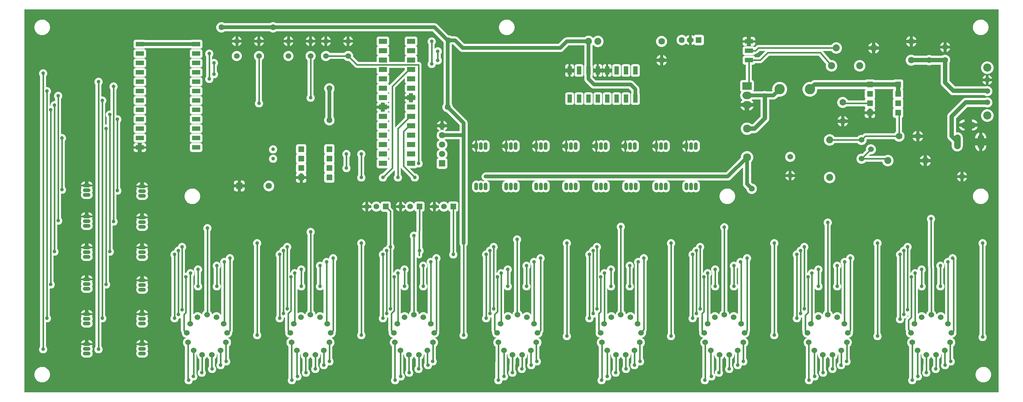
<source format=gbl>
G04 ---------------------------- Layer name :BOTTOM LAYER*
G04 EasyEDA v5.7.26, Tue, 02 Oct 2018 14:10:42 GMT*
G04 d626412caae04d108c206bade24e6f6f*
G04 Gerber Generator version 0.2*
G04 Scale: 100 percent, Rotated: No, Reflected: No *
G04 Dimensions in millimeters *
G04 leading zeros omitted , absolute positions ,3 integer and 3 decimal *
%FSLAX33Y33*%
%MOMM*%
G90*
G71D02*

%ADD11C,0.399999*%
%ADD13C,0.999998*%
%ADD14C,1.199998*%
%ADD15C,1.599997*%
%ADD23C,1.612900*%
%ADD24R,1.612900X1.612900*%
%ADD25C,1.879600*%
%ADD26R,1.699997X1.699997*%
%ADD27C,1.699997*%
%ADD28C,1.524000*%
%ADD29C,1.905000*%
%ADD30R,2.499995X1.999996*%
%ADD31C,2.159000*%
%ADD32C,1.778000*%
%ADD33C,2.800096*%
%ADD34R,1.524000X1.524000*%
%ADD35R,2.181860X1.211580*%
%ADD36C,2.199996*%
%ADD37R,1.600200X1.600200*%
%ADD38R,1.211580X2.181860*%
%ADD39R,2.199640X1.399540*%
%ADD40C,1.999996*%
%ADD41C,1.799996*%

%LPD*%
G36*
G01X263905Y254D02*
G01X254Y254D01*
G01X254Y103886D01*
G01X263905Y103886D01*
G01X263905Y254D01*
G37*

%LPC*%
G36*
G01X100448Y2460D02*
G01X100558Y2452D01*
G01X100668Y2455D01*
G01X100777Y2468D01*
G01X100884Y2493D01*
G01X100988Y2528D01*
G01X101088Y2573D01*
G01X101183Y2628D01*
G01X101273Y2692D01*
G01X101355Y2765D01*
G01X101430Y2846D01*
G01X101496Y2933D01*
G01X101554Y3027D01*
G01X101601Y3126D01*
G01X101639Y3229D01*
G01X101666Y3336D01*
G01X101682Y3444D01*
G01X101688Y3553D01*
G01X101758Y3525D01*
G01X101864Y3495D01*
G01X101972Y3476D01*
G01X102082Y3468D01*
G01X102192Y3471D01*
G01X102301Y3484D01*
G01X102408Y3509D01*
G01X102512Y3544D01*
G01X102612Y3589D01*
G01X102707Y3644D01*
G01X102797Y3708D01*
G01X102879Y3781D01*
G01X102954Y3862D01*
G01X103020Y3949D01*
G01X103078Y4043D01*
G01X103125Y4142D01*
G01X103163Y4245D01*
G01X103190Y4352D01*
G01X103206Y4460D01*
G01X103212Y4570D01*
G01X103206Y4680D01*
G01X103190Y4789D01*
G01X103163Y4895D01*
G01X103125Y4998D01*
G01X103078Y5098D01*
G01X103020Y5191D01*
G01X102954Y5279D01*
G01X102879Y5360D01*
G01X102831Y5402D01*
G01X102831Y10521D01*
G01X102882Y10558D01*
G01X102984Y10648D01*
G01X103029Y10696D01*
G01X103011Y10609D01*
G01X102998Y10474D01*
G01X102998Y10338D01*
G01X103011Y10202D01*
G01X103038Y10069D01*
G01X103078Y9939D01*
G01X103131Y9814D01*
G01X103196Y9694D01*
G01X103273Y9582D01*
G01X103360Y9478D01*
G01X103458Y9383D01*
G01X103560Y9300D01*
G01X103560Y6304D01*
G01X103516Y6252D01*
G01X103454Y6161D01*
G01X103402Y6065D01*
G01X103359Y5963D01*
G01X103327Y5858D01*
G01X103305Y5751D01*
G01X103294Y5641D01*
G01X103294Y5531D01*
G01X103305Y5422D01*
G01X103327Y5314D01*
G01X103359Y5209D01*
G01X103402Y5108D01*
G01X103454Y5011D01*
G01X103516Y4921D01*
G01X103587Y4836D01*
G01X103666Y4760D01*
G01X103752Y4691D01*
G01X103844Y4631D01*
G01X103942Y4581D01*
G01X104044Y4541D01*
G01X104150Y4511D01*
G01X104258Y4492D01*
G01X104368Y4484D01*
G01X104478Y4487D01*
G01X104587Y4500D01*
G01X104694Y4525D01*
G01X104798Y4560D01*
G01X104898Y4605D01*
G01X104993Y4660D01*
G01X105083Y4724D01*
G01X105165Y4797D01*
G01X105240Y4878D01*
G01X105306Y4965D01*
G01X105364Y5059D01*
G01X105411Y5158D01*
G01X105449Y5261D01*
G01X105476Y5368D01*
G01X105492Y5476D01*
G01X105498Y5586D01*
G01X105492Y5696D01*
G01X105476Y5805D01*
G01X105449Y5911D01*
G01X105411Y6014D01*
G01X105364Y6114D01*
G01X105306Y6207D01*
G01X105240Y6295D01*
G01X105165Y6376D01*
G01X105160Y6380D01*
G01X105160Y9302D01*
G01X105211Y9339D01*
G01X105313Y9429D01*
G01X105406Y9529D01*
G01X105488Y9637D01*
G01X105559Y9753D01*
G01X105618Y9876D01*
G01X105664Y10003D01*
G01X105680Y10067D01*
G01X105720Y9939D01*
G01X105773Y9814D01*
G01X105838Y9694D01*
G01X105914Y9582D01*
G01X106002Y9478D01*
G01X106099Y9383D01*
G01X106202Y9300D01*
G01X106202Y7425D01*
G01X106127Y7352D01*
G01X106056Y7268D01*
G01X105994Y7177D01*
G01X105942Y7080D01*
G01X105899Y6979D01*
G01X105867Y6874D01*
G01X105845Y6766D01*
G01X105834Y6657D01*
G01X105834Y6547D01*
G01X105845Y6438D01*
G01X105867Y6330D01*
G01X105899Y6225D01*
G01X105942Y6124D01*
G01X105994Y6027D01*
G01X106056Y5936D01*
G01X106127Y5852D01*
G01X106206Y5775D01*
G01X106292Y5707D01*
G01X106384Y5647D01*
G01X106482Y5597D01*
G01X106584Y5557D01*
G01X106690Y5527D01*
G01X106798Y5508D01*
G01X106908Y5500D01*
G01X107018Y5503D01*
G01X107127Y5516D01*
G01X107234Y5541D01*
G01X107338Y5576D01*
G01X107438Y5621D01*
G01X107533Y5676D01*
G01X107623Y5740D01*
G01X107705Y5813D01*
G01X107780Y5893D01*
G01X107846Y5981D01*
G01X107904Y6075D01*
G01X107951Y6174D01*
G01X107989Y6277D01*
G01X108016Y6384D01*
G01X108032Y6492D01*
G01X108038Y6602D01*
G01X108032Y6712D01*
G01X108016Y6820D01*
G01X107989Y6927D01*
G01X107951Y7030D01*
G01X107904Y7129D01*
G01X107846Y7223D01*
G01X107802Y7281D01*
G01X107802Y9302D01*
G01X107853Y9339D01*
G01X107955Y9429D01*
G01X108047Y9529D01*
G01X108130Y9637D01*
G01X108200Y9753D01*
G01X108259Y9876D01*
G01X108306Y10003D01*
G01X108340Y10135D01*
G01X108360Y10270D01*
G01X108367Y10406D01*
G01X108360Y10541D01*
G01X108340Y10676D01*
G01X108335Y10692D01*
G01X108428Y10602D01*
G01X108531Y10520D01*
G01X108531Y8187D01*
G01X108482Y8097D01*
G01X108439Y7995D01*
G01X108407Y7890D01*
G01X108385Y7783D01*
G01X108374Y7673D01*
G01X108374Y7563D01*
G01X108385Y7454D01*
G01X108407Y7346D01*
G01X108439Y7241D01*
G01X108482Y7140D01*
G01X108534Y7043D01*
G01X108596Y6953D01*
G01X108667Y6868D01*
G01X108746Y6792D01*
G01X108832Y6723D01*
G01X108924Y6663D01*
G01X109022Y6613D01*
G01X109124Y6573D01*
G01X109230Y6543D01*
G01X109338Y6524D01*
G01X109448Y6516D01*
G01X109558Y6519D01*
G01X109667Y6532D01*
G01X109774Y6557D01*
G01X109878Y6592D01*
G01X109978Y6637D01*
G01X110073Y6692D01*
G01X110163Y6756D01*
G01X110245Y6829D01*
G01X110320Y6910D01*
G01X110386Y6997D01*
G01X110444Y7091D01*
G01X110491Y7190D01*
G01X110529Y7293D01*
G01X110556Y7400D01*
G01X110572Y7508D01*
G01X110574Y7546D01*
G01X110608Y7540D01*
G01X110718Y7532D01*
G01X110828Y7535D01*
G01X110937Y7548D01*
G01X111044Y7573D01*
G01X111148Y7608D01*
G01X111248Y7653D01*
G01X111343Y7708D01*
G01X111433Y7772D01*
G01X111515Y7845D01*
G01X111590Y7926D01*
G01X111656Y8013D01*
G01X111714Y8107D01*
G01X111761Y8206D01*
G01X111799Y8309D01*
G01X111826Y8416D01*
G01X111842Y8524D01*
G01X111848Y8634D01*
G01X111842Y8744D01*
G01X111826Y8853D01*
G01X111799Y8959D01*
G01X111761Y9062D01*
G01X111714Y9162D01*
G01X111656Y9255D01*
G01X111622Y9300D01*
G01X111622Y12691D01*
G01X111673Y12727D01*
G01X111775Y12817D01*
G01X111868Y12917D01*
G01X111950Y13025D01*
G01X112021Y13141D01*
G01X112080Y13264D01*
G01X112126Y13392D01*
G01X112160Y13524D01*
G01X112180Y13658D01*
G01X112187Y13794D01*
G01X112180Y13930D01*
G01X112160Y14064D01*
G01X112126Y14196D01*
G01X112080Y14324D01*
G01X112021Y14447D01*
G01X111950Y14563D01*
G01X111868Y14671D01*
G01X111775Y14771D01*
G01X111673Y14861D01*
G01X111563Y14940D01*
G01X111445Y15008D01*
G01X111338Y15056D01*
G01X111379Y15061D01*
G01X111512Y15092D01*
G01X111641Y15135D01*
G01X111765Y15191D01*
G01X111883Y15259D01*
G01X111993Y15338D01*
G01X112095Y15428D01*
G01X112188Y15528D01*
G01X112270Y15636D01*
G01X112341Y15753D01*
G01X112400Y15875D01*
G01X112446Y16003D01*
G01X112480Y16135D01*
G01X112500Y16269D01*
G01X112507Y16405D01*
G01X112500Y16541D01*
G01X112480Y16673D01*
G01X112487Y16688D01*
G01X112495Y16705D01*
G01X112502Y16723D01*
G01X112509Y16740D01*
G01X112515Y16758D01*
G01X112521Y16776D01*
G01X112527Y16794D01*
G01X112532Y16813D01*
G01X112537Y16831D01*
G01X112541Y16850D01*
G01X112545Y16868D01*
G01X112548Y16887D01*
G01X112551Y16906D01*
G01X112554Y16925D01*
G01X112556Y16944D01*
G01X112557Y16963D01*
G01X112558Y16982D01*
G01X112559Y17001D01*
G01X112559Y17020D01*
G01X112559Y35819D01*
G01X112604Y35867D01*
G01X112670Y35954D01*
G01X112728Y36048D01*
G01X112775Y36147D01*
G01X112813Y36251D01*
G01X112840Y36357D01*
G01X112856Y36466D01*
G01X112862Y36576D01*
G01X112856Y36685D01*
G01X112840Y36794D01*
G01X112813Y36900D01*
G01X112775Y37004D01*
G01X112728Y37103D01*
G01X112670Y37197D01*
G01X112604Y37284D01*
G01X112529Y37365D01*
G01X112447Y37437D01*
G01X112357Y37502D01*
G01X112262Y37557D01*
G01X112162Y37602D01*
G01X112058Y37637D01*
G01X111951Y37661D01*
G01X111842Y37675D01*
G01X111732Y37678D01*
G01X111622Y37669D01*
G01X111514Y37650D01*
G01X111408Y37621D01*
G01X111306Y37580D01*
G01X111208Y37530D01*
G01X111116Y37471D01*
G01X111030Y37402D01*
G01X110951Y37325D01*
G01X110880Y37241D01*
G01X110818Y37150D01*
G01X110766Y37054D01*
G01X110723Y36953D01*
G01X110691Y36848D01*
G01X110669Y36740D01*
G01X110658Y36630D01*
G01X110658Y36576D01*
G01X110638Y36585D01*
G01X110534Y36620D01*
G01X110427Y36645D01*
G01X110318Y36658D01*
G01X110208Y36661D01*
G01X110098Y36653D01*
G01X109990Y36634D01*
G01X109884Y36604D01*
G01X109782Y36564D01*
G01X109684Y36514D01*
G01X109592Y36454D01*
G01X109506Y36385D01*
G01X109427Y36309D01*
G01X109356Y36224D01*
G01X109294Y36134D01*
G01X109242Y36037D01*
G01X109199Y35936D01*
G01X109167Y35831D01*
G01X109145Y35723D01*
G01X109134Y35614D01*
G01X109134Y35504D01*
G01X109145Y35394D01*
G01X109167Y35287D01*
G01X109199Y35182D01*
G01X109242Y35080D01*
G01X109294Y34984D01*
G01X109356Y34893D01*
G01X109410Y34829D01*
G01X109410Y21315D01*
G01X109369Y21383D01*
G01X109287Y21491D01*
G01X109194Y21591D01*
G01X109092Y21681D01*
G01X108982Y21760D01*
G01X108864Y21828D01*
G01X108740Y21884D01*
G01X108611Y21927D01*
G01X108479Y21958D01*
G01X108344Y21975D01*
G01X108208Y21978D01*
G01X108072Y21968D01*
G01X107938Y21944D01*
G01X107807Y21907D01*
G01X107680Y21858D01*
G01X107559Y21796D01*
G01X107445Y21722D01*
G01X107339Y21637D01*
G01X107241Y21542D01*
G01X107154Y21438D01*
G01X107077Y21325D01*
G01X107045Y21266D01*
G01X107039Y21380D01*
G01X107019Y21514D01*
G01X106985Y21646D01*
G01X106939Y21774D01*
G01X106880Y21896D01*
G01X106809Y22012D01*
G01X106727Y22121D01*
G01X106634Y22221D01*
G01X106532Y22311D01*
G01X106463Y22360D01*
G01X106463Y36869D01*
G01X106473Y36856D01*
G01X106498Y36824D01*
G01X106524Y36794D01*
G01X106552Y36765D01*
G01X106581Y36738D01*
G01X106611Y36712D01*
G01X106643Y36688D01*
G01X106676Y36665D01*
G01X106710Y36644D01*
G01X106745Y36625D01*
G01X106781Y36608D01*
G01X106817Y36592D01*
G01X106855Y36578D01*
G01X106893Y36566D01*
G01X106931Y36556D01*
G01X106970Y36548D01*
G01X107010Y36542D01*
G01X107049Y36538D01*
G01X107089Y36535D01*
G01X107129Y36535D01*
G01X107169Y36537D01*
G01X107209Y36541D01*
G01X107248Y36546D01*
G01X107287Y36554D01*
G01X107326Y36564D01*
G01X107364Y36575D01*
G01X107402Y36589D01*
G01X107439Y36604D01*
G01X107475Y36621D01*
G01X107510Y36640D01*
G01X107544Y36660D01*
G01X107577Y36683D01*
G01X107609Y36707D01*
G01X107640Y36732D01*
G01X107669Y36759D01*
G01X107697Y36787D01*
G01X107724Y36817D01*
G01X107749Y36848D01*
G01X107772Y36881D01*
G01X107794Y36914D01*
G01X107814Y36948D01*
G01X107833Y36984D01*
G01X107849Y37020D01*
G01X107864Y37057D01*
G01X107877Y37095D01*
G01X107888Y37133D01*
G01X107897Y37172D01*
G01X107904Y37211D01*
G01X107909Y37251D01*
G01X107913Y37290D01*
G01X107914Y37330D01*
G01X107916Y37782D01*
G01X107957Y37818D01*
G01X108032Y37899D01*
G01X108098Y37986D01*
G01X108156Y38080D01*
G01X108203Y38179D01*
G01X108241Y38283D01*
G01X108268Y38389D01*
G01X108284Y38498D01*
G01X108290Y38608D01*
G01X108284Y38717D01*
G01X108268Y38826D01*
G01X108241Y38932D01*
G01X108203Y39036D01*
G01X108156Y39135D01*
G01X108098Y39229D01*
G01X108032Y39316D01*
G01X107957Y39397D01*
G01X107926Y39424D01*
G01X107982Y49182D01*
G01X107984Y49182D01*
G01X108000Y49183D01*
G01X108016Y49184D01*
G01X108032Y49186D01*
G01X108047Y49189D01*
G01X108063Y49191D01*
G01X108079Y49195D01*
G01X108094Y49198D01*
G01X108110Y49202D01*
G01X108125Y49207D01*
G01X108140Y49211D01*
G01X108156Y49217D01*
G01X108171Y49222D01*
G01X108185Y49228D01*
G01X108200Y49235D01*
G01X108214Y49241D01*
G01X108229Y49249D01*
G01X108243Y49256D01*
G01X108257Y49264D01*
G01X108270Y49272D01*
G01X108284Y49281D01*
G01X108297Y49290D01*
G01X108310Y49299D01*
G01X108323Y49309D01*
G01X108335Y49319D01*
G01X108347Y49329D01*
G01X108359Y49340D01*
G01X108371Y49351D01*
G01X108382Y49362D01*
G01X108393Y49374D01*
G01X108404Y49386D01*
G01X108414Y49398D01*
G01X108424Y49410D01*
G01X108434Y49423D01*
G01X108443Y49436D01*
G01X108452Y49449D01*
G01X108461Y49463D01*
G01X108469Y49476D01*
G01X108477Y49490D01*
G01X108484Y49504D01*
G01X108492Y49519D01*
G01X108498Y49533D01*
G01X108505Y49548D01*
G01X108511Y49562D01*
G01X108516Y49577D01*
G01X108522Y49593D01*
G01X108526Y49608D01*
G01X108531Y49623D01*
G01X108535Y49639D01*
G01X108538Y49654D01*
G01X108542Y49670D01*
G01X108544Y49686D01*
G01X108547Y49701D01*
G01X108549Y49717D01*
G01X108550Y49733D01*
G01X108551Y49749D01*
G01X108552Y49765D01*
G01X108552Y49781D01*
G01X108552Y51305D01*
G01X108552Y51321D01*
G01X108551Y51337D01*
G01X108550Y51353D01*
G01X108549Y51369D01*
G01X108547Y51385D01*
G01X108544Y51400D01*
G01X108542Y51416D01*
G01X108538Y51432D01*
G01X108535Y51447D01*
G01X108531Y51463D01*
G01X108526Y51478D01*
G01X108522Y51493D01*
G01X108516Y51509D01*
G01X108511Y51523D01*
G01X108505Y51538D01*
G01X108498Y51553D01*
G01X108492Y51567D01*
G01X108484Y51582D01*
G01X108477Y51596D01*
G01X108469Y51610D01*
G01X108461Y51623D01*
G01X108452Y51637D01*
G01X108443Y51650D01*
G01X108434Y51663D01*
G01X108424Y51675D01*
G01X108414Y51688D01*
G01X108404Y51700D01*
G01X108393Y51712D01*
G01X108382Y51724D01*
G01X108371Y51735D01*
G01X108359Y51746D01*
G01X108347Y51756D01*
G01X108335Y51767D01*
G01X108323Y51777D01*
G01X108310Y51787D01*
G01X108297Y51796D01*
G01X108284Y51805D01*
G01X108270Y51814D01*
G01X108257Y51822D01*
G01X108243Y51830D01*
G01X108229Y51837D01*
G01X108214Y51845D01*
G01X108200Y51851D01*
G01X108185Y51858D01*
G01X108171Y51864D01*
G01X108156Y51869D01*
G01X108140Y51875D01*
G01X108125Y51879D01*
G01X108110Y51884D01*
G01X108094Y51888D01*
G01X108079Y51891D01*
G01X108063Y51895D01*
G01X108047Y51897D01*
G01X108032Y51900D01*
G01X108016Y51902D01*
G01X108000Y51903D01*
G01X107984Y51904D01*
G01X107968Y51905D01*
G01X107952Y51905D01*
G01X106428Y51905D01*
G01X106412Y51905D01*
G01X106396Y51904D01*
G01X106380Y51903D01*
G01X106364Y51902D01*
G01X106348Y51900D01*
G01X106333Y51897D01*
G01X106317Y51895D01*
G01X106301Y51891D01*
G01X106286Y51888D01*
G01X106270Y51884D01*
G01X106255Y51879D01*
G01X106240Y51875D01*
G01X106224Y51869D01*
G01X106210Y51864D01*
G01X106195Y51858D01*
G01X106180Y51851D01*
G01X106166Y51845D01*
G01X106151Y51837D01*
G01X106137Y51830D01*
G01X106123Y51822D01*
G01X106110Y51814D01*
G01X106096Y51805D01*
G01X106083Y51796D01*
G01X106070Y51787D01*
G01X106058Y51777D01*
G01X106045Y51767D01*
G01X106033Y51756D01*
G01X106021Y51746D01*
G01X106009Y51735D01*
G01X105998Y51724D01*
G01X105987Y51712D01*
G01X105977Y51700D01*
G01X105966Y51688D01*
G01X105956Y51675D01*
G01X105946Y51663D01*
G01X105937Y51650D01*
G01X105928Y51637D01*
G01X105919Y51623D01*
G01X105911Y51610D01*
G01X105903Y51596D01*
G01X105896Y51582D01*
G01X105888Y51567D01*
G01X105882Y51553D01*
G01X105875Y51538D01*
G01X105869Y51523D01*
G01X105864Y51509D01*
G01X105858Y51493D01*
G01X105854Y51478D01*
G01X105849Y51463D01*
G01X105845Y51447D01*
G01X105842Y51432D01*
G01X105838Y51416D01*
G01X105836Y51400D01*
G01X105833Y51385D01*
G01X105831Y51369D01*
G01X105830Y51353D01*
G01X105829Y51337D01*
G01X105828Y51321D01*
G01X105828Y51305D01*
G01X105828Y51229D01*
G01X105777Y51313D01*
G01X105695Y51421D01*
G01X105602Y51521D01*
G01X105500Y51611D01*
G01X105390Y51690D01*
G01X105272Y51758D01*
G01X105148Y51814D01*
G01X105019Y51858D01*
G01X104886Y51888D01*
G01X104751Y51905D01*
G01X104615Y51908D01*
G01X104480Y51898D01*
G01X104346Y51874D01*
G01X104215Y51837D01*
G01X104088Y51788D01*
G01X103967Y51726D01*
G01X103853Y51652D01*
G01X103746Y51567D01*
G01X103649Y51472D01*
G01X103562Y51368D01*
G01X103485Y51256D01*
G01X103420Y51136D01*
G01X103379Y51040D01*
G01X103367Y51074D01*
G01X103308Y51197D01*
G01X103237Y51313D01*
G01X103155Y51421D01*
G01X103062Y51521D01*
G01X102960Y51611D01*
G01X102850Y51690D01*
G01X102732Y51758D01*
G01X102608Y51814D01*
G01X102490Y51854D01*
G01X102490Y50925D01*
G01X103341Y50925D01*
G01X103327Y50881D01*
G01X103300Y50747D01*
G01X103286Y50612D01*
G01X103286Y50476D01*
G01X103300Y50341D01*
G01X103327Y50207D01*
G01X103341Y50163D01*
G01X102490Y50163D01*
G01X102490Y49234D01*
G01X102608Y49274D01*
G01X102732Y49330D01*
G01X102850Y49398D01*
G01X102960Y49477D01*
G01X103062Y49567D01*
G01X103155Y49667D01*
G01X103237Y49775D01*
G01X103308Y49891D01*
G01X103367Y50014D01*
G01X103379Y50048D01*
G01X103420Y49952D01*
G01X103485Y49832D01*
G01X103562Y49720D01*
G01X103649Y49616D01*
G01X103746Y49521D01*
G01X103853Y49436D01*
G01X103967Y49362D01*
G01X104088Y49300D01*
G01X104215Y49250D01*
G01X104346Y49214D01*
G01X104480Y49190D01*
G01X104615Y49180D01*
G01X104751Y49183D01*
G01X104886Y49200D01*
G01X105019Y49230D01*
G01X105148Y49274D01*
G01X105272Y49330D01*
G01X105390Y49398D01*
G01X105500Y49477D01*
G01X105602Y49567D01*
G01X105695Y49667D01*
G01X105777Y49775D01*
G01X105828Y49859D01*
G01X105828Y49781D01*
G01X105828Y49765D01*
G01X105829Y49749D01*
G01X105830Y49733D01*
G01X105831Y49717D01*
G01X105833Y49701D01*
G01X105836Y49686D01*
G01X105838Y49670D01*
G01X105842Y49654D01*
G01X105845Y49639D01*
G01X105849Y49623D01*
G01X105854Y49608D01*
G01X105858Y49593D01*
G01X105864Y49577D01*
G01X105869Y49562D01*
G01X105875Y49548D01*
G01X105882Y49533D01*
G01X105888Y49519D01*
G01X105896Y49504D01*
G01X105903Y49490D01*
G01X105911Y49476D01*
G01X105919Y49463D01*
G01X105928Y49449D01*
G01X105937Y49436D01*
G01X105946Y49423D01*
G01X105956Y49410D01*
G01X105966Y49398D01*
G01X105977Y49386D01*
G01X105987Y49374D01*
G01X105998Y49362D01*
G01X106009Y49351D01*
G01X106021Y49340D01*
G01X106033Y49329D01*
G01X106045Y49319D01*
G01X106058Y49309D01*
G01X106070Y49299D01*
G01X106083Y49290D01*
G01X106096Y49281D01*
G01X106110Y49272D01*
G01X106123Y49264D01*
G01X106137Y49256D01*
G01X106151Y49249D01*
G01X106166Y49241D01*
G01X106180Y49235D01*
G01X106195Y49228D01*
G01X106210Y49222D01*
G01X106224Y49217D01*
G01X106240Y49211D01*
G01X106255Y49207D01*
G01X106270Y49202D01*
G01X106286Y49198D01*
G01X106301Y49195D01*
G01X106317Y49191D01*
G01X106333Y49189D01*
G01X106348Y49186D01*
G01X106364Y49184D01*
G01X106380Y49183D01*
G01X106382Y49183D01*
G01X106350Y43534D01*
G01X106262Y43598D01*
G01X106166Y43653D01*
G01X106066Y43698D01*
G01X105962Y43733D01*
G01X105855Y43757D01*
G01X105746Y43771D01*
G01X105636Y43774D01*
G01X105526Y43765D01*
G01X105418Y43746D01*
G01X105312Y43717D01*
G01X105210Y43676D01*
G01X105112Y43626D01*
G01X105020Y43567D01*
G01X104934Y43498D01*
G01X104855Y43421D01*
G01X104785Y43337D01*
G01X104723Y43246D01*
G01X104670Y43150D01*
G01X104627Y43049D01*
G01X104595Y42944D01*
G01X104573Y42836D01*
G01X104562Y42726D01*
G01X104562Y42617D01*
G01X104573Y42507D01*
G01X104595Y42399D01*
G01X104627Y42294D01*
G01X104670Y42193D01*
G01X104723Y42097D01*
G01X104785Y42006D01*
G01X104855Y41922D01*
G01X104864Y41914D01*
G01X104864Y22335D01*
G01X104778Y22267D01*
G01X104681Y22172D01*
G01X104594Y22068D01*
G01X104517Y21955D01*
G01X104452Y21836D01*
G01X104399Y21711D01*
G01X104359Y21581D01*
G01X104332Y21447D01*
G01X104318Y21312D01*
G01X104318Y21268D01*
G01X104248Y21383D01*
G01X104166Y21491D01*
G01X104074Y21591D01*
G01X103972Y21681D01*
G01X103861Y21760D01*
G01X103743Y21828D01*
G01X103619Y21884D01*
G01X103491Y21927D01*
G01X103358Y21958D01*
G01X103223Y21975D01*
G01X103087Y21978D01*
G01X102951Y21968D01*
G01X102817Y21944D01*
G01X102686Y21907D01*
G01X102560Y21858D01*
G01X102439Y21796D01*
G01X102324Y21722D01*
G01X102218Y21637D01*
G01X102145Y21566D01*
G01X102144Y28457D01*
G01X102186Y28379D01*
G01X102248Y28289D01*
G01X102319Y28204D01*
G01X102398Y28128D01*
G01X102483Y28059D01*
G01X102576Y27999D01*
G01X102674Y27949D01*
G01X102776Y27909D01*
G01X102882Y27879D01*
G01X102990Y27860D01*
G01X103100Y27852D01*
G01X103209Y27855D01*
G01X103319Y27868D01*
G01X103426Y27893D01*
G01X103530Y27928D01*
G01X103630Y27973D01*
G01X103725Y28028D01*
G01X103814Y28092D01*
G01X103897Y28165D01*
G01X103972Y28246D01*
G01X104038Y28333D01*
G01X104095Y28427D01*
G01X104143Y28526D01*
G01X104181Y28629D01*
G01X104208Y28736D01*
G01X104224Y28844D01*
G01X104230Y28954D01*
G01X104224Y29064D01*
G01X104208Y29173D01*
G01X104181Y29279D01*
G01X104143Y29382D01*
G01X104095Y29482D01*
G01X104038Y29575D01*
G01X103972Y29663D01*
G01X103921Y29717D01*
G01X103921Y32773D01*
G01X103966Y32821D01*
G01X104032Y32908D01*
G01X104089Y33002D01*
G01X104137Y33101D01*
G01X104175Y33204D01*
G01X104202Y33311D01*
G01X104218Y33419D01*
G01X104224Y33529D01*
G01X104218Y33639D01*
G01X104202Y33748D01*
G01X104175Y33854D01*
G01X104137Y33958D01*
G01X104089Y34057D01*
G01X104032Y34150D01*
G01X103966Y34238D01*
G01X103891Y34319D01*
G01X103809Y34391D01*
G01X103719Y34455D01*
G01X103624Y34510D01*
G01X103524Y34556D01*
G01X103420Y34591D01*
G01X103313Y34615D01*
G01X103204Y34629D01*
G01X103094Y34631D01*
G01X102984Y34623D01*
G01X102876Y34604D01*
G01X102770Y34574D01*
G01X102668Y34534D01*
G01X102570Y34484D01*
G01X102478Y34424D01*
G01X102392Y34356D01*
G01X102313Y34279D01*
G01X102242Y34195D01*
G01X102180Y34104D01*
G01X102128Y34008D01*
G01X102085Y33906D01*
G01X102053Y33801D01*
G01X102031Y33694D01*
G01X102020Y33584D01*
G01X102020Y33474D01*
G01X102030Y33376D01*
G01X101941Y33440D01*
G01X101846Y33495D01*
G01X101746Y33540D01*
G01X101642Y33575D01*
G01X101535Y33599D01*
G01X101426Y33613D01*
G01X101316Y33616D01*
G01X101206Y33608D01*
G01X101098Y33588D01*
G01X100992Y33559D01*
G01X100890Y33519D01*
G01X100792Y33468D01*
G01X100700Y33409D01*
G01X100614Y33340D01*
G01X100535Y33263D01*
G01X100464Y33179D01*
G01X100402Y33088D01*
G01X100350Y32992D01*
G01X100307Y32891D01*
G01X100275Y32786D01*
G01X100253Y32678D01*
G01X100245Y32596D01*
G01X100190Y32592D01*
G01X100113Y32578D01*
G01X100113Y38867D01*
G01X100158Y38915D01*
G01X100224Y39002D01*
G01X100282Y39096D01*
G01X100329Y39195D01*
G01X100367Y39299D01*
G01X100394Y39405D01*
G01X100410Y39514D01*
G01X100416Y39624D01*
G01X100410Y39733D01*
G01X100394Y39842D01*
G01X100367Y39948D01*
G01X100329Y40052D01*
G01X100282Y40151D01*
G01X100224Y40245D01*
G01X100158Y40332D01*
G01X100113Y40380D01*
G01X100113Y49276D01*
G01X100113Y49295D01*
G01X100112Y49314D01*
G01X100111Y49333D01*
G01X100110Y49352D01*
G01X100108Y49371D01*
G01X100105Y49390D01*
G01X100102Y49408D01*
G01X100099Y49427D01*
G01X100095Y49446D01*
G01X100091Y49464D01*
G01X100086Y49483D01*
G01X100081Y49501D01*
G01X100075Y49519D01*
G01X100069Y49537D01*
G01X100063Y49555D01*
G01X100056Y49573D01*
G01X100049Y49591D01*
G01X100041Y49608D01*
G01X100033Y49625D01*
G01X100024Y49642D01*
G01X100015Y49659D01*
G01X100006Y49676D01*
G01X99996Y49692D01*
G01X99986Y49708D01*
G01X99976Y49724D01*
G01X99965Y49740D01*
G01X99954Y49755D01*
G01X99942Y49770D01*
G01X99930Y49785D01*
G01X99918Y49800D01*
G01X99905Y49814D01*
G01X99892Y49828D01*
G01X99879Y49841D01*
G01X99408Y50312D01*
G01X99408Y51305D01*
G01X99408Y51321D01*
G01X99407Y51337D01*
G01X99406Y51353D01*
G01X99405Y51369D01*
G01X99403Y51385D01*
G01X99400Y51400D01*
G01X99398Y51416D01*
G01X99394Y51432D01*
G01X99391Y51447D01*
G01X99387Y51463D01*
G01X99382Y51478D01*
G01X99378Y51493D01*
G01X99372Y51509D01*
G01X99367Y51523D01*
G01X99361Y51538D01*
G01X99354Y51553D01*
G01X99348Y51567D01*
G01X99340Y51582D01*
G01X99333Y51596D01*
G01X99325Y51610D01*
G01X99317Y51623D01*
G01X99308Y51637D01*
G01X99299Y51650D01*
G01X99290Y51663D01*
G01X99280Y51675D01*
G01X99270Y51688D01*
G01X99260Y51700D01*
G01X99249Y51712D01*
G01X99238Y51724D01*
G01X99227Y51735D01*
G01X99215Y51746D01*
G01X99203Y51756D01*
G01X99191Y51767D01*
G01X99179Y51777D01*
G01X99166Y51787D01*
G01X99153Y51796D01*
G01X99140Y51805D01*
G01X99126Y51814D01*
G01X99113Y51822D01*
G01X99099Y51830D01*
G01X99085Y51837D01*
G01X99070Y51845D01*
G01X99056Y51851D01*
G01X99041Y51858D01*
G01X99027Y51864D01*
G01X99012Y51869D01*
G01X98996Y51875D01*
G01X98981Y51879D01*
G01X98966Y51884D01*
G01X98950Y51888D01*
G01X98935Y51891D01*
G01X98919Y51895D01*
G01X98903Y51897D01*
G01X98888Y51900D01*
G01X98872Y51902D01*
G01X98856Y51903D01*
G01X98840Y51904D01*
G01X98824Y51905D01*
G01X98808Y51905D01*
G01X97284Y51905D01*
G01X97268Y51905D01*
G01X97252Y51904D01*
G01X97236Y51903D01*
G01X97220Y51902D01*
G01X97204Y51900D01*
G01X97189Y51897D01*
G01X97173Y51895D01*
G01X97157Y51891D01*
G01X97142Y51888D01*
G01X97126Y51884D01*
G01X97111Y51879D01*
G01X97096Y51875D01*
G01X97080Y51869D01*
G01X97066Y51864D01*
G01X97051Y51858D01*
G01X97036Y51851D01*
G01X97022Y51845D01*
G01X97007Y51837D01*
G01X96993Y51830D01*
G01X96979Y51822D01*
G01X96966Y51814D01*
G01X96952Y51805D01*
G01X96939Y51796D01*
G01X96926Y51787D01*
G01X96914Y51777D01*
G01X96901Y51767D01*
G01X96889Y51756D01*
G01X96877Y51746D01*
G01X96865Y51735D01*
G01X96854Y51724D01*
G01X96843Y51712D01*
G01X96833Y51700D01*
G01X96822Y51688D01*
G01X96812Y51675D01*
G01X96802Y51663D01*
G01X96793Y51650D01*
G01X96784Y51637D01*
G01X96775Y51623D01*
G01X96767Y51610D01*
G01X96759Y51596D01*
G01X96752Y51582D01*
G01X96744Y51567D01*
G01X96738Y51553D01*
G01X96731Y51538D01*
G01X96725Y51523D01*
G01X96720Y51509D01*
G01X96714Y51493D01*
G01X96710Y51478D01*
G01X96705Y51463D01*
G01X96701Y51447D01*
G01X96698Y51432D01*
G01X96694Y51416D01*
G01X96692Y51400D01*
G01X96689Y51385D01*
G01X96687Y51369D01*
G01X96686Y51353D01*
G01X96685Y51337D01*
G01X96684Y51321D01*
G01X96684Y51305D01*
G01X96684Y51230D01*
G01X96632Y51314D01*
G01X96550Y51423D01*
G01X96458Y51522D01*
G01X96356Y51612D01*
G01X96245Y51692D01*
G01X96128Y51760D01*
G01X96004Y51816D01*
G01X95875Y51859D01*
G01X95742Y51889D01*
G01X95607Y51906D01*
G01X95471Y51910D01*
G01X95335Y51899D01*
G01X95201Y51876D01*
G01X95070Y51839D01*
G01X94944Y51789D01*
G01X94823Y51727D01*
G01X94708Y51653D01*
G01X94602Y51569D01*
G01X94505Y51474D01*
G01X94417Y51369D01*
G01X94341Y51257D01*
G01X94276Y51138D01*
G01X94235Y51041D01*
G01X94222Y51076D01*
G01X94163Y51198D01*
G01X94092Y51314D01*
G01X94010Y51423D01*
G01X93918Y51522D01*
G01X93816Y51612D01*
G01X93705Y51692D01*
G01X93588Y51760D01*
G01X93464Y51816D01*
G01X93346Y51855D01*
G01X93346Y50927D01*
G01X94196Y50927D01*
G01X94183Y50882D01*
G01X94156Y50749D01*
G01X94142Y50614D01*
G01X94142Y50477D01*
G01X94156Y50342D01*
G01X94183Y50209D01*
G01X94196Y50165D01*
G01X93346Y50165D01*
G01X93346Y49236D01*
G01X93464Y49275D01*
G01X93588Y49331D01*
G01X93705Y49399D01*
G01X93816Y49479D01*
G01X93918Y49569D01*
G01X94010Y49668D01*
G01X94092Y49777D01*
G01X94163Y49893D01*
G01X94222Y50015D01*
G01X94235Y50050D01*
G01X94276Y49953D01*
G01X94341Y49834D01*
G01X94417Y49722D01*
G01X94505Y49617D01*
G01X94602Y49522D01*
G01X94708Y49438D01*
G01X94823Y49364D01*
G01X94944Y49302D01*
G01X95070Y49252D01*
G01X95201Y49215D01*
G01X95335Y49192D01*
G01X95471Y49181D01*
G01X95607Y49185D01*
G01X95742Y49202D01*
G01X95875Y49232D01*
G01X96004Y49275D01*
G01X96128Y49331D01*
G01X96245Y49399D01*
G01X96356Y49479D01*
G01X96458Y49569D01*
G01X96550Y49668D01*
G01X96632Y49777D01*
G01X96684Y49861D01*
G01X96684Y49781D01*
G01X96684Y49765D01*
G01X96685Y49749D01*
G01X96686Y49733D01*
G01X96687Y49717D01*
G01X96689Y49701D01*
G01X96692Y49686D01*
G01X96694Y49670D01*
G01X96698Y49654D01*
G01X96701Y49639D01*
G01X96705Y49623D01*
G01X96710Y49608D01*
G01X96714Y49593D01*
G01X96720Y49577D01*
G01X96725Y49562D01*
G01X96731Y49548D01*
G01X96738Y49533D01*
G01X96744Y49519D01*
G01X96752Y49504D01*
G01X96759Y49490D01*
G01X96767Y49476D01*
G01X96775Y49463D01*
G01X96784Y49449D01*
G01X96793Y49436D01*
G01X96802Y49423D01*
G01X96812Y49410D01*
G01X96822Y49398D01*
G01X96833Y49386D01*
G01X96843Y49374D01*
G01X96854Y49362D01*
G01X96865Y49351D01*
G01X96877Y49340D01*
G01X96889Y49329D01*
G01X96901Y49319D01*
G01X96914Y49309D01*
G01X96926Y49299D01*
G01X96939Y49290D01*
G01X96952Y49281D01*
G01X96966Y49272D01*
G01X96979Y49264D01*
G01X96993Y49256D01*
G01X97007Y49249D01*
G01X97022Y49241D01*
G01X97036Y49235D01*
G01X97051Y49228D01*
G01X97066Y49222D01*
G01X97080Y49217D01*
G01X97096Y49211D01*
G01X97111Y49207D01*
G01X97126Y49202D01*
G01X97142Y49198D01*
G01X97157Y49195D01*
G01X97173Y49191D01*
G01X97189Y49189D01*
G01X97204Y49186D01*
G01X97220Y49184D01*
G01X97236Y49183D01*
G01X97252Y49182D01*
G01X97268Y49181D01*
G01X97284Y49181D01*
G01X98277Y49181D01*
G01X98513Y48944D01*
G01X98513Y40381D01*
G01X98505Y40373D01*
G01X98434Y40289D01*
G01X98372Y40198D01*
G01X98320Y40102D01*
G01X98277Y40001D01*
G01X98245Y39896D01*
G01X98223Y39788D01*
G01X98215Y39706D01*
G01X98160Y39701D01*
G01X98052Y39682D01*
G01X97946Y39653D01*
G01X97844Y39612D01*
G01X97746Y39562D01*
G01X97654Y39503D01*
G01X97568Y39434D01*
G01X97489Y39357D01*
G01X97418Y39273D01*
G01X97356Y39182D01*
G01X97304Y39086D01*
G01X97261Y38985D01*
G01X97229Y38880D01*
G01X97207Y38772D01*
G01X97199Y38690D01*
G01X97144Y38685D01*
G01X97036Y38666D01*
G01X96930Y38637D01*
G01X96828Y38596D01*
G01X96730Y38546D01*
G01X96638Y38487D01*
G01X96552Y38418D01*
G01X96473Y38341D01*
G01X96402Y38257D01*
G01X96340Y38166D01*
G01X96288Y38070D01*
G01X96245Y37969D01*
G01X96213Y37864D01*
G01X96191Y37756D01*
G01X96180Y37646D01*
G01X96180Y37537D01*
G01X96191Y37427D01*
G01X96213Y37319D01*
G01X96245Y37214D01*
G01X96288Y37113D01*
G01X96340Y37017D01*
G01X96402Y36926D01*
G01X96473Y36842D01*
G01X96481Y36834D01*
G01X96481Y21074D01*
G01X96475Y21068D01*
G01X96404Y20984D01*
G01X96342Y20893D01*
G01X96290Y20797D01*
G01X96247Y20695D01*
G01X96215Y20590D01*
G01X96193Y20483D01*
G01X96182Y20373D01*
G01X96182Y20263D01*
G01X96193Y20154D01*
G01X96215Y20046D01*
G01X96247Y19941D01*
G01X96290Y19840D01*
G01X96342Y19743D01*
G01X96404Y19653D01*
G01X96475Y19568D01*
G01X96554Y19492D01*
G01X96640Y19423D01*
G01X96732Y19363D01*
G01X96830Y19313D01*
G01X96932Y19273D01*
G01X97038Y19243D01*
G01X97146Y19224D01*
G01X97256Y19216D01*
G01X97366Y19219D01*
G01X97475Y19232D01*
G01X97582Y19257D01*
G01X97686Y19292D01*
G01X97786Y19337D01*
G01X97881Y19392D01*
G01X97971Y19456D01*
G01X98053Y19529D01*
G01X98128Y19610D01*
G01X98194Y19697D01*
G01X98252Y19791D01*
G01X98299Y19890D01*
G01X98337Y19993D01*
G01X98364Y20100D01*
G01X98380Y20208D01*
G01X98386Y20318D01*
G01X98380Y20428D01*
G01X98371Y20487D01*
G01X98384Y20487D01*
G01X98493Y20501D01*
G01X98600Y20525D01*
G01X98704Y20560D01*
G01X98770Y20590D01*
G01X98770Y17015D01*
G01X98770Y16996D01*
G01X98771Y16977D01*
G01X98772Y16958D01*
G01X98774Y16939D01*
G01X98776Y16920D01*
G01X98778Y16901D01*
G01X98781Y16883D01*
G01X98784Y16864D01*
G01X98788Y16845D01*
G01X98792Y16827D01*
G01X98797Y16808D01*
G01X98802Y16790D01*
G01X98808Y16772D01*
G01X98814Y16754D01*
G01X98820Y16736D01*
G01X98827Y16718D01*
G01X98834Y16701D01*
G01X98842Y16683D01*
G01X98850Y16666D01*
G01X98858Y16649D01*
G01X98867Y16632D01*
G01X98874Y16621D01*
G01X98871Y16608D01*
G01X98857Y16473D01*
G01X98857Y16337D01*
G01X98871Y16202D01*
G01X98898Y16068D01*
G01X98938Y15938D01*
G01X98991Y15813D01*
G01X99056Y15694D01*
G01X99133Y15581D01*
G01X99220Y15477D01*
G01X99317Y15382D01*
G01X99424Y15297D01*
G01X99538Y15223D01*
G01X99659Y15161D01*
G01X99786Y15112D01*
G01X99917Y15075D01*
G01X100025Y15056D01*
G01X99979Y15038D01*
G01X99858Y14976D01*
G01X99744Y14902D01*
G01X99637Y14817D01*
G01X99540Y14722D01*
G01X99453Y14618D01*
G01X99376Y14506D01*
G01X99311Y14386D01*
G01X99258Y14261D01*
G01X99218Y14131D01*
G01X99191Y13997D01*
G01X99177Y13862D01*
G01X99177Y13726D01*
G01X99191Y13591D01*
G01X99218Y13457D01*
G01X99258Y13327D01*
G01X99311Y13202D01*
G01X99376Y13082D01*
G01X99453Y12970D01*
G01X99540Y12866D01*
G01X99637Y12771D01*
G01X99740Y12689D01*
G01X99740Y4260D01*
G01X99706Y4220D01*
G01X99644Y4129D01*
G01X99592Y4033D01*
G01X99549Y3931D01*
G01X99517Y3826D01*
G01X99495Y3719D01*
G01X99484Y3609D01*
G01X99484Y3499D01*
G01X99495Y3390D01*
G01X99517Y3282D01*
G01X99549Y3177D01*
G01X99592Y3076D01*
G01X99644Y2979D01*
G01X99706Y2889D01*
G01X99777Y2804D01*
G01X99856Y2728D01*
G01X99942Y2659D01*
G01X100034Y2599D01*
G01X100132Y2549D01*
G01X100234Y2509D01*
G01X100340Y2479D01*
G01X100448Y2460D01*
G37*
G36*
G01X72508Y2460D02*
G01X72618Y2452D01*
G01X72728Y2455D01*
G01X72837Y2468D01*
G01X72944Y2493D01*
G01X73048Y2528D01*
G01X73148Y2573D01*
G01X73243Y2628D01*
G01X73333Y2692D01*
G01X73415Y2765D01*
G01X73490Y2846D01*
G01X73556Y2933D01*
G01X73614Y3027D01*
G01X73661Y3126D01*
G01X73699Y3229D01*
G01X73726Y3336D01*
G01X73742Y3444D01*
G01X73748Y3553D01*
G01X73818Y3525D01*
G01X73924Y3495D01*
G01X74032Y3476D01*
G01X74142Y3468D01*
G01X74252Y3471D01*
G01X74361Y3484D01*
G01X74468Y3509D01*
G01X74572Y3544D01*
G01X74672Y3589D01*
G01X74767Y3644D01*
G01X74857Y3708D01*
G01X74939Y3781D01*
G01X75014Y3862D01*
G01X75080Y3949D01*
G01X75138Y4043D01*
G01X75185Y4142D01*
G01X75223Y4245D01*
G01X75250Y4352D01*
G01X75266Y4460D01*
G01X75272Y4570D01*
G01X75266Y4680D01*
G01X75250Y4789D01*
G01X75223Y4895D01*
G01X75185Y4998D01*
G01X75138Y5098D01*
G01X75080Y5191D01*
G01X75014Y5279D01*
G01X74939Y5360D01*
G01X74857Y5432D01*
G01X74833Y5449D01*
G01X74833Y10523D01*
G01X74882Y10558D01*
G01X74984Y10648D01*
G01X75029Y10696D01*
G01X75011Y10609D01*
G01X74998Y10474D01*
G01X74998Y10338D01*
G01X75011Y10202D01*
G01X75038Y10069D01*
G01X75078Y9939D01*
G01X75131Y9814D01*
G01X75196Y9694D01*
G01X75273Y9582D01*
G01X75360Y9478D01*
G01X75458Y9383D01*
G01X75562Y9299D01*
G01X75562Y6231D01*
G01X75514Y6161D01*
G01X75462Y6065D01*
G01X75419Y5963D01*
G01X75387Y5858D01*
G01X75365Y5751D01*
G01X75354Y5641D01*
G01X75354Y5531D01*
G01X75365Y5422D01*
G01X75387Y5314D01*
G01X75419Y5209D01*
G01X75462Y5108D01*
G01X75514Y5011D01*
G01X75576Y4921D01*
G01X75647Y4836D01*
G01X75726Y4760D01*
G01X75812Y4691D01*
G01X75904Y4631D01*
G01X76002Y4581D01*
G01X76104Y4541D01*
G01X76210Y4511D01*
G01X76318Y4492D01*
G01X76428Y4484D01*
G01X76538Y4487D01*
G01X76647Y4500D01*
G01X76754Y4525D01*
G01X76858Y4560D01*
G01X76958Y4605D01*
G01X77053Y4660D01*
G01X77143Y4724D01*
G01X77225Y4797D01*
G01X77300Y4878D01*
G01X77366Y4965D01*
G01X77424Y5059D01*
G01X77471Y5158D01*
G01X77509Y5261D01*
G01X77536Y5368D01*
G01X77552Y5476D01*
G01X77558Y5586D01*
G01X77552Y5696D01*
G01X77536Y5805D01*
G01X77509Y5911D01*
G01X77471Y6014D01*
G01X77424Y6114D01*
G01X77366Y6207D01*
G01X77300Y6295D01*
G01X77225Y6376D01*
G01X77162Y6431D01*
G01X77162Y9303D01*
G01X77211Y9339D01*
G01X77313Y9429D01*
G01X77406Y9529D01*
G01X77488Y9637D01*
G01X77559Y9753D01*
G01X77618Y9876D01*
G01X77664Y10003D01*
G01X77681Y10067D01*
G01X77720Y9939D01*
G01X77773Y9814D01*
G01X77838Y9694D01*
G01X77914Y9582D01*
G01X78002Y9478D01*
G01X78099Y9383D01*
G01X78201Y9301D01*
G01X78198Y7362D01*
G01X78187Y7352D01*
G01X78116Y7268D01*
G01X78054Y7177D01*
G01X78002Y7080D01*
G01X77959Y6979D01*
G01X77927Y6874D01*
G01X77905Y6766D01*
G01X77894Y6657D01*
G01X77894Y6547D01*
G01X77905Y6438D01*
G01X77927Y6330D01*
G01X77959Y6225D01*
G01X78002Y6124D01*
G01X78054Y6027D01*
G01X78116Y5936D01*
G01X78187Y5852D01*
G01X78266Y5775D01*
G01X78352Y5707D01*
G01X78444Y5647D01*
G01X78542Y5597D01*
G01X78644Y5557D01*
G01X78750Y5527D01*
G01X78858Y5508D01*
G01X78968Y5500D01*
G01X79078Y5503D01*
G01X79187Y5516D01*
G01X79294Y5541D01*
G01X79398Y5576D01*
G01X79498Y5621D01*
G01X79593Y5676D01*
G01X79683Y5740D01*
G01X79765Y5813D01*
G01X79840Y5893D01*
G01X79906Y5981D01*
G01X79964Y6075D01*
G01X80011Y6174D01*
G01X80049Y6277D01*
G01X80076Y6384D01*
G01X80092Y6492D01*
G01X80098Y6602D01*
G01X80092Y6712D01*
G01X80076Y6820D01*
G01X80049Y6927D01*
G01X80011Y7030D01*
G01X79964Y7129D01*
G01X79906Y7223D01*
G01X79840Y7311D01*
G01X79798Y7356D01*
G01X79801Y9302D01*
G01X79853Y9339D01*
G01X79955Y9429D01*
G01X80047Y9529D01*
G01X80130Y9637D01*
G01X80201Y9753D01*
G01X80260Y9876D01*
G01X80306Y10003D01*
G01X80340Y10135D01*
G01X80360Y10270D01*
G01X80367Y10406D01*
G01X80360Y10541D01*
G01X80340Y10676D01*
G01X80335Y10692D01*
G01X80428Y10602D01*
G01X80533Y10518D01*
G01X80533Y8426D01*
G01X80473Y8368D01*
G01X80402Y8284D01*
G01X80340Y8193D01*
G01X80288Y8097D01*
G01X80245Y7995D01*
G01X80213Y7890D01*
G01X80191Y7783D01*
G01X80180Y7673D01*
G01X80180Y7563D01*
G01X80191Y7454D01*
G01X80213Y7346D01*
G01X80245Y7241D01*
G01X80288Y7140D01*
G01X80340Y7043D01*
G01X80402Y6953D01*
G01X80473Y6868D01*
G01X80552Y6792D01*
G01X80638Y6723D01*
G01X80730Y6663D01*
G01X80828Y6613D01*
G01X80930Y6573D01*
G01X81036Y6543D01*
G01X81144Y6524D01*
G01X81254Y6516D01*
G01X81364Y6519D01*
G01X81473Y6532D01*
G01X81580Y6557D01*
G01X81684Y6592D01*
G01X81784Y6637D01*
G01X81879Y6692D01*
G01X81969Y6756D01*
G01X82051Y6829D01*
G01X82126Y6910D01*
G01X82192Y6997D01*
G01X82250Y7091D01*
G01X82297Y7190D01*
G01X82335Y7293D01*
G01X82362Y7400D01*
G01X82378Y7508D01*
G01X82384Y7617D01*
G01X82454Y7589D01*
G01X82560Y7559D01*
G01X82668Y7540D01*
G01X82778Y7532D01*
G01X82888Y7535D01*
G01X82997Y7548D01*
G01X83104Y7573D01*
G01X83208Y7608D01*
G01X83308Y7653D01*
G01X83403Y7708D01*
G01X83493Y7772D01*
G01X83575Y7845D01*
G01X83650Y7926D01*
G01X83716Y8013D01*
G01X83774Y8107D01*
G01X83821Y8206D01*
G01X83859Y8309D01*
G01X83886Y8416D01*
G01X83902Y8524D01*
G01X83908Y8634D01*
G01X83902Y8744D01*
G01X83886Y8853D01*
G01X83859Y8959D01*
G01X83821Y9062D01*
G01X83774Y9162D01*
G01X83716Y9255D01*
G01X83650Y9343D01*
G01X83609Y9387D01*
G01X83620Y12689D01*
G01X83673Y12727D01*
G01X83775Y12817D01*
G01X83868Y12917D01*
G01X83950Y13025D01*
G01X84021Y13141D01*
G01X84080Y13264D01*
G01X84126Y13392D01*
G01X84160Y13524D01*
G01X84180Y13658D01*
G01X84187Y13794D01*
G01X84180Y13930D01*
G01X84160Y14064D01*
G01X84126Y14196D01*
G01X84080Y14324D01*
G01X84021Y14447D01*
G01X83950Y14563D01*
G01X83868Y14671D01*
G01X83775Y14771D01*
G01X83673Y14861D01*
G01X83563Y14940D01*
G01X83445Y15008D01*
G01X83339Y15056D01*
G01X83379Y15061D01*
G01X83512Y15092D01*
G01X83641Y15135D01*
G01X83765Y15191D01*
G01X83883Y15259D01*
G01X83993Y15338D01*
G01X84095Y15428D01*
G01X84188Y15528D01*
G01X84270Y15636D01*
G01X84341Y15753D01*
G01X84400Y15875D01*
G01X84446Y16003D01*
G01X84480Y16135D01*
G01X84500Y16269D01*
G01X84507Y16405D01*
G01X84500Y16541D01*
G01X84494Y16582D01*
G01X84502Y16596D01*
G01X84512Y16612D01*
G01X84521Y16629D01*
G01X84530Y16646D01*
G01X84539Y16663D01*
G01X84547Y16680D01*
G01X84555Y16697D01*
G01X84562Y16715D01*
G01X84569Y16733D01*
G01X84575Y16751D01*
G01X84581Y16769D01*
G01X84587Y16787D01*
G01X84592Y16805D01*
G01X84597Y16824D01*
G01X84601Y16842D01*
G01X84605Y16861D01*
G01X84608Y16880D01*
G01X84611Y16898D01*
G01X84614Y16917D01*
G01X84616Y16936D01*
G01X84617Y16955D01*
G01X84618Y16974D01*
G01X84619Y16993D01*
G01X84619Y17012D01*
G01X84619Y35819D01*
G01X84664Y35867D01*
G01X84730Y35954D01*
G01X84788Y36048D01*
G01X84835Y36147D01*
G01X84873Y36251D01*
G01X84900Y36357D01*
G01X84916Y36466D01*
G01X84922Y36576D01*
G01X84916Y36685D01*
G01X84900Y36794D01*
G01X84873Y36900D01*
G01X84835Y37004D01*
G01X84788Y37103D01*
G01X84730Y37197D01*
G01X84664Y37284D01*
G01X84589Y37365D01*
G01X84507Y37437D01*
G01X84417Y37502D01*
G01X84322Y37557D01*
G01X84222Y37602D01*
G01X84118Y37637D01*
G01X84011Y37661D01*
G01X83902Y37675D01*
G01X83792Y37678D01*
G01X83682Y37669D01*
G01X83574Y37650D01*
G01X83468Y37621D01*
G01X83366Y37580D01*
G01X83268Y37530D01*
G01X83176Y37471D01*
G01X83090Y37402D01*
G01X83011Y37325D01*
G01X82940Y37241D01*
G01X82878Y37150D01*
G01X82826Y37054D01*
G01X82783Y36953D01*
G01X82751Y36848D01*
G01X82729Y36740D01*
G01X82718Y36630D01*
G01X82718Y36521D01*
G01X82728Y36421D01*
G01X82639Y36485D01*
G01X82544Y36540D01*
G01X82444Y36585D01*
G01X82340Y36620D01*
G01X82233Y36645D01*
G01X82124Y36658D01*
G01X82014Y36661D01*
G01X81904Y36653D01*
G01X81796Y36634D01*
G01X81690Y36604D01*
G01X81588Y36564D01*
G01X81490Y36514D01*
G01X81398Y36454D01*
G01X81312Y36386D01*
G01X81233Y36309D01*
G01X81162Y36225D01*
G01X81100Y36134D01*
G01X81048Y36037D01*
G01X81005Y35936D01*
G01X80973Y35831D01*
G01X80951Y35723D01*
G01X80940Y35614D01*
G01X80940Y35504D01*
G01X80950Y35406D01*
G01X80861Y35470D01*
G01X80766Y35525D01*
G01X80666Y35570D01*
G01X80562Y35605D01*
G01X80455Y35629D01*
G01X80346Y35643D01*
G01X80236Y35646D01*
G01X80126Y35637D01*
G01X80018Y35618D01*
G01X79912Y35589D01*
G01X79810Y35548D01*
G01X79712Y35498D01*
G01X79620Y35439D01*
G01X79534Y35370D01*
G01X79455Y35293D01*
G01X79384Y35209D01*
G01X79322Y35118D01*
G01X79270Y35022D01*
G01X79227Y34921D01*
G01X79195Y34816D01*
G01X79173Y34708D01*
G01X79162Y34598D01*
G01X79162Y34489D01*
G01X79173Y34379D01*
G01X79195Y34271D01*
G01X79227Y34166D01*
G01X79270Y34065D01*
G01X79322Y33969D01*
G01X79384Y33878D01*
G01X79455Y33794D01*
G01X79463Y33786D01*
G01X79463Y29710D01*
G01X79457Y29704D01*
G01X79386Y29620D01*
G01X79324Y29529D01*
G01X79272Y29433D01*
G01X79229Y29331D01*
G01X79197Y29226D01*
G01X79175Y29119D01*
G01X79164Y29009D01*
G01X79164Y28899D01*
G01X79175Y28790D01*
G01X79197Y28682D01*
G01X79229Y28577D01*
G01X79272Y28476D01*
G01X79324Y28379D01*
G01X79386Y28289D01*
G01X79457Y28204D01*
G01X79536Y28128D01*
G01X79622Y28059D01*
G01X79714Y27999D01*
G01X79812Y27949D01*
G01X79914Y27909D01*
G01X80020Y27879D01*
G01X80128Y27860D01*
G01X80238Y27852D01*
G01X80348Y27855D01*
G01X80457Y27868D01*
G01X80564Y27893D01*
G01X80668Y27928D01*
G01X80768Y27973D01*
G01X80863Y28028D01*
G01X80953Y28092D01*
G01X81035Y28165D01*
G01X81110Y28246D01*
G01X81176Y28333D01*
G01X81234Y28427D01*
G01X81241Y28443D01*
G01X81241Y21540D01*
G01X81194Y21591D01*
G01X81092Y21681D01*
G01X80982Y21760D01*
G01X80864Y21828D01*
G01X80740Y21884D01*
G01X80611Y21927D01*
G01X80479Y21958D01*
G01X80344Y21975D01*
G01X80208Y21978D01*
G01X80072Y21968D01*
G01X79938Y21944D01*
G01X79807Y21907D01*
G01X79680Y21858D01*
G01X79559Y21796D01*
G01X79445Y21722D01*
G01X79339Y21637D01*
G01X79241Y21542D01*
G01X79154Y21438D01*
G01X79077Y21325D01*
G01X79045Y21266D01*
G01X79039Y21380D01*
G01X79019Y21514D01*
G01X78985Y21646D01*
G01X78939Y21774D01*
G01X78880Y21896D01*
G01X78809Y22012D01*
G01X78727Y22121D01*
G01X78634Y22221D01*
G01X78532Y22311D01*
G01X78523Y22317D01*
G01X78523Y42931D01*
G01X78568Y42979D01*
G01X78634Y43066D01*
G01X78692Y43160D01*
G01X78739Y43259D01*
G01X78777Y43363D01*
G01X78804Y43469D01*
G01X78821Y43578D01*
G01X78826Y43688D01*
G01X78821Y43797D01*
G01X78804Y43906D01*
G01X78777Y44012D01*
G01X78739Y44116D01*
G01X78692Y44215D01*
G01X78634Y44309D01*
G01X78568Y44396D01*
G01X78493Y44477D01*
G01X78411Y44549D01*
G01X78322Y44614D01*
G01X78226Y44669D01*
G01X78126Y44714D01*
G01X78022Y44749D01*
G01X77915Y44773D01*
G01X77806Y44787D01*
G01X77696Y44790D01*
G01X77586Y44781D01*
G01X77478Y44762D01*
G01X77372Y44733D01*
G01X77270Y44692D01*
G01X77172Y44642D01*
G01X77080Y44583D01*
G01X76994Y44514D01*
G01X76915Y44437D01*
G01X76845Y44353D01*
G01X76783Y44262D01*
G01X76730Y44166D01*
G01X76687Y44065D01*
G01X76655Y43960D01*
G01X76633Y43852D01*
G01X76622Y43742D01*
G01X76622Y43633D01*
G01X76633Y43523D01*
G01X76655Y43415D01*
G01X76687Y43310D01*
G01X76730Y43209D01*
G01X76783Y43113D01*
G01X76845Y43022D01*
G01X76915Y42938D01*
G01X76924Y42930D01*
G01X76924Y22377D01*
G01X76885Y22352D01*
G01X76778Y22267D01*
G01X76681Y22172D01*
G01X76594Y22068D01*
G01X76517Y21955D01*
G01X76452Y21836D01*
G01X76399Y21711D01*
G01X76359Y21581D01*
G01X76332Y21447D01*
G01X76318Y21312D01*
G01X76318Y21268D01*
G01X76248Y21383D01*
G01X76166Y21491D01*
G01X76074Y21591D01*
G01X75972Y21681D01*
G01X75861Y21760D01*
G01X75744Y21828D01*
G01X75620Y21884D01*
G01X75491Y21927D01*
G01X75358Y21958D01*
G01X75223Y21975D01*
G01X75087Y21978D01*
G01X74951Y21968D01*
G01X74817Y21944D01*
G01X74686Y21907D01*
G01X74560Y21858D01*
G01X74439Y21796D01*
G01X74324Y21722D01*
G01X74218Y21637D01*
G01X74205Y21624D01*
G01X74204Y28454D01*
G01X74244Y28379D01*
G01X74306Y28289D01*
G01X74377Y28204D01*
G01X74456Y28128D01*
G01X74542Y28059D01*
G01X74634Y27999D01*
G01X74732Y27949D01*
G01X74834Y27909D01*
G01X74940Y27879D01*
G01X75048Y27860D01*
G01X75158Y27852D01*
G01X75268Y27855D01*
G01X75377Y27868D01*
G01X75484Y27893D01*
G01X75588Y27928D01*
G01X75688Y27973D01*
G01X75783Y28028D01*
G01X75873Y28092D01*
G01X75955Y28165D01*
G01X76030Y28246D01*
G01X76096Y28333D01*
G01X76154Y28427D01*
G01X76201Y28526D01*
G01X76239Y28629D01*
G01X76266Y28736D01*
G01X76282Y28844D01*
G01X76288Y28954D01*
G01X76282Y29064D01*
G01X76266Y29173D01*
G01X76239Y29279D01*
G01X76201Y29382D01*
G01X76154Y29482D01*
G01X76096Y29575D01*
G01X76030Y29663D01*
G01X75981Y29715D01*
G01X75981Y32773D01*
G01X76026Y32821D01*
G01X76092Y32908D01*
G01X76149Y33002D01*
G01X76197Y33101D01*
G01X76235Y33204D01*
G01X76262Y33311D01*
G01X76278Y33419D01*
G01X76284Y33529D01*
G01X76278Y33639D01*
G01X76262Y33748D01*
G01X76235Y33854D01*
G01X76197Y33958D01*
G01X76149Y34057D01*
G01X76092Y34150D01*
G01X76026Y34238D01*
G01X75951Y34319D01*
G01X75869Y34391D01*
G01X75779Y34455D01*
G01X75684Y34510D01*
G01X75584Y34556D01*
G01X75480Y34591D01*
G01X75373Y34615D01*
G01X75264Y34629D01*
G01X75154Y34631D01*
G01X75044Y34623D01*
G01X74936Y34604D01*
G01X74830Y34574D01*
G01X74728Y34534D01*
G01X74630Y34484D01*
G01X74538Y34424D01*
G01X74452Y34356D01*
G01X74373Y34279D01*
G01X74302Y34195D01*
G01X74240Y34104D01*
G01X74188Y34008D01*
G01X74145Y33906D01*
G01X74113Y33801D01*
G01X74091Y33694D01*
G01X74080Y33584D01*
G01X74080Y33474D01*
G01X74090Y33376D01*
G01X74001Y33440D01*
G01X73906Y33495D01*
G01X73806Y33540D01*
G01X73702Y33575D01*
G01X73595Y33599D01*
G01X73486Y33613D01*
G01X73376Y33616D01*
G01X73266Y33608D01*
G01X73158Y33588D01*
G01X73052Y33559D01*
G01X72950Y33519D01*
G01X72852Y33468D01*
G01X72760Y33409D01*
G01X72674Y33340D01*
G01X72595Y33263D01*
G01X72524Y33179D01*
G01X72462Y33088D01*
G01X72410Y32992D01*
G01X72367Y32891D01*
G01X72335Y32786D01*
G01X72313Y32678D01*
G01X72305Y32596D01*
G01X72250Y32592D01*
G01X72176Y32578D01*
G01X72176Y38870D01*
G01X72218Y38915D01*
G01X72284Y39002D01*
G01X72342Y39096D01*
G01X72389Y39195D01*
G01X72427Y39299D01*
G01X72454Y39405D01*
G01X72470Y39514D01*
G01X72476Y39624D01*
G01X72470Y39733D01*
G01X72454Y39842D01*
G01X72427Y39948D01*
G01X72389Y40052D01*
G01X72342Y40151D01*
G01X72284Y40245D01*
G01X72218Y40332D01*
G01X72143Y40413D01*
G01X72061Y40485D01*
G01X71971Y40550D01*
G01X71876Y40605D01*
G01X71776Y40650D01*
G01X71672Y40685D01*
G01X71565Y40709D01*
G01X71456Y40723D01*
G01X71346Y40726D01*
G01X71236Y40717D01*
G01X71128Y40698D01*
G01X71022Y40669D01*
G01X70920Y40628D01*
G01X70822Y40578D01*
G01X70730Y40519D01*
G01X70644Y40450D01*
G01X70565Y40373D01*
G01X70494Y40289D01*
G01X70432Y40198D01*
G01X70380Y40102D01*
G01X70337Y40001D01*
G01X70305Y39896D01*
G01X70283Y39788D01*
G01X70275Y39706D01*
G01X70220Y39701D01*
G01X70112Y39682D01*
G01X70006Y39653D01*
G01X69904Y39612D01*
G01X69806Y39562D01*
G01X69714Y39503D01*
G01X69628Y39434D01*
G01X69549Y39357D01*
G01X69478Y39273D01*
G01X69416Y39182D01*
G01X69364Y39086D01*
G01X69321Y38985D01*
G01X69289Y38880D01*
G01X69267Y38772D01*
G01X69259Y38690D01*
G01X69204Y38685D01*
G01X69096Y38666D01*
G01X68990Y38637D01*
G01X68888Y38596D01*
G01X68790Y38546D01*
G01X68698Y38487D01*
G01X68612Y38418D01*
G01X68533Y38341D01*
G01X68462Y38257D01*
G01X68400Y38166D01*
G01X68348Y38070D01*
G01X68305Y37969D01*
G01X68273Y37864D01*
G01X68251Y37756D01*
G01X68240Y37646D01*
G01X68240Y37537D01*
G01X68251Y37427D01*
G01X68273Y37319D01*
G01X68305Y37214D01*
G01X68348Y37113D01*
G01X68400Y37017D01*
G01X68462Y36926D01*
G01X68533Y36842D01*
G01X68544Y36831D01*
G01X68544Y21077D01*
G01X68535Y21068D01*
G01X68464Y20984D01*
G01X68402Y20893D01*
G01X68350Y20797D01*
G01X68307Y20695D01*
G01X68275Y20590D01*
G01X68253Y20483D01*
G01X68242Y20373D01*
G01X68242Y20263D01*
G01X68253Y20154D01*
G01X68275Y20046D01*
G01X68307Y19941D01*
G01X68350Y19840D01*
G01X68402Y19743D01*
G01X68464Y19653D01*
G01X68535Y19568D01*
G01X68614Y19492D01*
G01X68700Y19423D01*
G01X68792Y19363D01*
G01X68890Y19313D01*
G01X68992Y19273D01*
G01X69098Y19243D01*
G01X69206Y19224D01*
G01X69316Y19216D01*
G01X69426Y19219D01*
G01X69535Y19232D01*
G01X69642Y19257D01*
G01X69746Y19292D01*
G01X69846Y19337D01*
G01X69941Y19392D01*
G01X70031Y19456D01*
G01X70113Y19529D01*
G01X70188Y19610D01*
G01X70254Y19697D01*
G01X70312Y19791D01*
G01X70359Y19890D01*
G01X70397Y19993D01*
G01X70424Y20100D01*
G01X70440Y20208D01*
G01X70446Y20318D01*
G01X70440Y20428D01*
G01X70431Y20489D01*
G01X70442Y20489D01*
G01X70551Y20502D01*
G01X70658Y20527D01*
G01X70762Y20562D01*
G01X70830Y20593D01*
G01X70830Y17015D01*
G01X70830Y16996D01*
G01X70831Y16978D01*
G01X70832Y16959D01*
G01X70833Y16941D01*
G01X70835Y16922D01*
G01X70838Y16904D01*
G01X70841Y16885D01*
G01X70844Y16867D01*
G01X70847Y16849D01*
G01X70852Y16830D01*
G01X70856Y16812D01*
G01X70861Y16794D01*
G01X70866Y16776D01*
G01X70872Y16759D01*
G01X70878Y16741D01*
G01X70885Y16724D01*
G01X70891Y16708D01*
G01X70871Y16608D01*
G01X70857Y16473D01*
G01X70857Y16337D01*
G01X70871Y16202D01*
G01X70898Y16068D01*
G01X70938Y15938D01*
G01X70991Y15813D01*
G01X71056Y15694D01*
G01X71133Y15581D01*
G01X71220Y15477D01*
G01X71317Y15382D01*
G01X71424Y15297D01*
G01X71538Y15223D01*
G01X71659Y15161D01*
G01X71786Y15112D01*
G01X71917Y15075D01*
G01X72025Y15056D01*
G01X71979Y15038D01*
G01X71858Y14976D01*
G01X71744Y14902D01*
G01X71637Y14817D01*
G01X71540Y14722D01*
G01X71453Y14618D01*
G01X71376Y14506D01*
G01X71311Y14386D01*
G01X71258Y14261D01*
G01X71218Y14131D01*
G01X71191Y13997D01*
G01X71178Y13862D01*
G01X71178Y13726D01*
G01X71191Y13591D01*
G01X71218Y13457D01*
G01X71258Y13327D01*
G01X71311Y13202D01*
G01X71376Y13082D01*
G01X71453Y12970D01*
G01X71540Y12866D01*
G01X71637Y12771D01*
G01X71742Y12688D01*
G01X71742Y4184D01*
G01X71704Y4129D01*
G01X71652Y4033D01*
G01X71609Y3931D01*
G01X71577Y3826D01*
G01X71555Y3719D01*
G01X71544Y3609D01*
G01X71544Y3499D01*
G01X71555Y3390D01*
G01X71577Y3282D01*
G01X71609Y3177D01*
G01X71652Y3076D01*
G01X71704Y2979D01*
G01X71766Y2889D01*
G01X71837Y2804D01*
G01X71916Y2728D01*
G01X72002Y2659D01*
G01X72094Y2599D01*
G01X72192Y2549D01*
G01X72294Y2509D01*
G01X72400Y2479D01*
G01X72508Y2460D01*
G37*
G36*
G01X44568Y2460D02*
G01X44678Y2452D01*
G01X44788Y2455D01*
G01X44897Y2468D01*
G01X45004Y2493D01*
G01X45108Y2528D01*
G01X45208Y2573D01*
G01X45303Y2628D01*
G01X45393Y2692D01*
G01X45475Y2765D01*
G01X45550Y2846D01*
G01X45616Y2933D01*
G01X45674Y3027D01*
G01X45721Y3126D01*
G01X45759Y3229D01*
G01X45786Y3336D01*
G01X45802Y3444D01*
G01X45804Y3482D01*
G01X45838Y3476D01*
G01X45948Y3468D01*
G01X46058Y3471D01*
G01X46167Y3484D01*
G01X46274Y3509D01*
G01X46378Y3544D01*
G01X46478Y3589D01*
G01X46573Y3644D01*
G01X46663Y3708D01*
G01X46745Y3781D01*
G01X46820Y3862D01*
G01X46886Y3949D01*
G01X46944Y4043D01*
G01X46991Y4142D01*
G01X47029Y4245D01*
G01X47056Y4352D01*
G01X47072Y4460D01*
G01X47078Y4570D01*
G01X47072Y4680D01*
G01X47056Y4789D01*
G01X47029Y4895D01*
G01X46991Y4998D01*
G01X46944Y5098D01*
G01X46886Y5191D01*
G01X46832Y5263D01*
G01X46832Y10522D01*
G01X46882Y10558D01*
G01X46984Y10648D01*
G01X47029Y10696D01*
G01X47011Y10609D01*
G01X46998Y10474D01*
G01X46998Y10338D01*
G01X47011Y10202D01*
G01X47038Y10069D01*
G01X47078Y9939D01*
G01X47131Y9814D01*
G01X47196Y9694D01*
G01X47273Y9582D01*
G01X47360Y9478D01*
G01X47458Y9383D01*
G01X47561Y9300D01*
G01X47561Y6436D01*
G01X47532Y6413D01*
G01X47453Y6336D01*
G01X47382Y6252D01*
G01X47320Y6161D01*
G01X47268Y6065D01*
G01X47225Y5963D01*
G01X47193Y5858D01*
G01X47171Y5751D01*
G01X47160Y5641D01*
G01X47160Y5531D01*
G01X47171Y5422D01*
G01X47193Y5314D01*
G01X47225Y5209D01*
G01X47268Y5108D01*
G01X47320Y5011D01*
G01X47382Y4921D01*
G01X47453Y4836D01*
G01X47532Y4760D01*
G01X47618Y4691D01*
G01X47710Y4631D01*
G01X47808Y4581D01*
G01X47910Y4541D01*
G01X48016Y4511D01*
G01X48124Y4492D01*
G01X48234Y4484D01*
G01X48344Y4487D01*
G01X48453Y4500D01*
G01X48560Y4525D01*
G01X48664Y4560D01*
G01X48764Y4605D01*
G01X48859Y4660D01*
G01X48949Y4724D01*
G01X49031Y4797D01*
G01X49106Y4878D01*
G01X49172Y4965D01*
G01X49230Y5059D01*
G01X49277Y5158D01*
G01X49315Y5261D01*
G01X49342Y5368D01*
G01X49358Y5476D01*
G01X49364Y5586D01*
G01X49358Y5696D01*
G01X49342Y5805D01*
G01X49315Y5911D01*
G01X49277Y6014D01*
G01X49230Y6114D01*
G01X49172Y6207D01*
G01X49161Y6222D01*
G01X49161Y9303D01*
G01X49211Y9339D01*
G01X49313Y9429D01*
G01X49406Y9529D01*
G01X49488Y9637D01*
G01X49559Y9753D01*
G01X49618Y9876D01*
G01X49665Y10003D01*
G01X49681Y10067D01*
G01X49720Y9939D01*
G01X49773Y9814D01*
G01X49838Y9694D01*
G01X49914Y9582D01*
G01X50002Y9478D01*
G01X50099Y9383D01*
G01X50203Y9300D01*
G01X50203Y7299D01*
G01X50176Y7268D01*
G01X50114Y7177D01*
G01X50062Y7080D01*
G01X50019Y6979D01*
G01X49987Y6874D01*
G01X49965Y6766D01*
G01X49954Y6657D01*
G01X49954Y6547D01*
G01X49965Y6438D01*
G01X49987Y6330D01*
G01X50019Y6225D01*
G01X50062Y6124D01*
G01X50114Y6027D01*
G01X50176Y5936D01*
G01X50247Y5852D01*
G01X50326Y5775D01*
G01X50412Y5707D01*
G01X50504Y5647D01*
G01X50602Y5597D01*
G01X50704Y5557D01*
G01X50810Y5527D01*
G01X50918Y5508D01*
G01X51028Y5500D01*
G01X51138Y5503D01*
G01X51247Y5516D01*
G01X51354Y5541D01*
G01X51458Y5576D01*
G01X51558Y5621D01*
G01X51653Y5676D01*
G01X51743Y5740D01*
G01X51825Y5813D01*
G01X51900Y5893D01*
G01X51966Y5981D01*
G01X52024Y6075D01*
G01X52071Y6174D01*
G01X52109Y6277D01*
G01X52136Y6384D01*
G01X52152Y6492D01*
G01X52158Y6602D01*
G01X52152Y6712D01*
G01X52136Y6820D01*
G01X52109Y6927D01*
G01X52071Y7030D01*
G01X52024Y7129D01*
G01X51966Y7223D01*
G01X51900Y7311D01*
G01X51825Y7391D01*
G01X51803Y7411D01*
G01X51803Y9303D01*
G01X51853Y9339D01*
G01X51955Y9429D01*
G01X52047Y9529D01*
G01X52130Y9637D01*
G01X52201Y9753D01*
G01X52260Y9876D01*
G01X52306Y10003D01*
G01X52340Y10135D01*
G01X52360Y10270D01*
G01X52367Y10406D01*
G01X52360Y10541D01*
G01X52340Y10676D01*
G01X52336Y10692D01*
G01X52428Y10602D01*
G01X52535Y10517D01*
G01X52540Y8375D01*
G01X52533Y8368D01*
G01X52462Y8284D01*
G01X52400Y8193D01*
G01X52348Y8097D01*
G01X52305Y7995D01*
G01X52273Y7890D01*
G01X52251Y7783D01*
G01X52240Y7673D01*
G01X52240Y7563D01*
G01X52251Y7454D01*
G01X52273Y7346D01*
G01X52305Y7241D01*
G01X52348Y7140D01*
G01X52400Y7043D01*
G01X52462Y6953D01*
G01X52533Y6868D01*
G01X52612Y6792D01*
G01X52698Y6723D01*
G01X52790Y6663D01*
G01X52888Y6613D01*
G01X52990Y6573D01*
G01X53096Y6543D01*
G01X53204Y6524D01*
G01X53314Y6516D01*
G01X53424Y6519D01*
G01X53533Y6532D01*
G01X53640Y6557D01*
G01X53744Y6592D01*
G01X53844Y6637D01*
G01X53939Y6692D01*
G01X54029Y6756D01*
G01X54111Y6829D01*
G01X54186Y6910D01*
G01X54252Y6997D01*
G01X54310Y7091D01*
G01X54357Y7190D01*
G01X54395Y7293D01*
G01X54422Y7400D01*
G01X54438Y7508D01*
G01X54444Y7617D01*
G01X54514Y7589D01*
G01X54620Y7559D01*
G01X54728Y7540D01*
G01X54838Y7532D01*
G01X54948Y7535D01*
G01X55057Y7548D01*
G01X55164Y7573D01*
G01X55268Y7608D01*
G01X55368Y7653D01*
G01X55463Y7708D01*
G01X55553Y7772D01*
G01X55635Y7845D01*
G01X55710Y7926D01*
G01X55776Y8013D01*
G01X55834Y8107D01*
G01X55881Y8206D01*
G01X55919Y8309D01*
G01X55946Y8416D01*
G01X55962Y8524D01*
G01X55968Y8634D01*
G01X55962Y8744D01*
G01X55946Y8853D01*
G01X55919Y8959D01*
G01X55881Y9062D01*
G01X55834Y9162D01*
G01X55776Y9255D01*
G01X55710Y9343D01*
G01X55635Y9424D01*
G01X55623Y9434D01*
G01X55623Y12691D01*
G01X55673Y12727D01*
G01X55775Y12817D01*
G01X55868Y12917D01*
G01X55950Y13025D01*
G01X56021Y13141D01*
G01X56080Y13264D01*
G01X56126Y13392D01*
G01X56160Y13524D01*
G01X56180Y13658D01*
G01X56187Y13794D01*
G01X56180Y13930D01*
G01X56160Y14064D01*
G01X56126Y14196D01*
G01X56080Y14324D01*
G01X56021Y14447D01*
G01X55950Y14563D01*
G01X55868Y14671D01*
G01X55775Y14771D01*
G01X55673Y14861D01*
G01X55563Y14940D01*
G01X55445Y15008D01*
G01X55339Y15056D01*
G01X55379Y15061D01*
G01X55512Y15092D01*
G01X55641Y15135D01*
G01X55765Y15191D01*
G01X55883Y15259D01*
G01X55993Y15338D01*
G01X56095Y15428D01*
G01X56188Y15528D01*
G01X56270Y15636D01*
G01X56341Y15753D01*
G01X56400Y15875D01*
G01X56446Y16003D01*
G01X56480Y16135D01*
G01X56500Y16269D01*
G01X56507Y16405D01*
G01X56502Y16510D01*
G01X56508Y16518D01*
G01X56520Y16533D01*
G01X56531Y16548D01*
G01X56542Y16564D01*
G01X56552Y16580D01*
G01X56562Y16596D01*
G01X56572Y16612D01*
G01X56581Y16629D01*
G01X56590Y16646D01*
G01X56599Y16663D01*
G01X56607Y16680D01*
G01X56615Y16697D01*
G01X56622Y16715D01*
G01X56629Y16733D01*
G01X56635Y16751D01*
G01X56641Y16769D01*
G01X56647Y16787D01*
G01X56652Y16805D01*
G01X56657Y16824D01*
G01X56661Y16842D01*
G01X56665Y16861D01*
G01X56668Y16880D01*
G01X56671Y16898D01*
G01X56674Y16917D01*
G01X56676Y16936D01*
G01X56677Y16955D01*
G01X56678Y16974D01*
G01X56679Y16993D01*
G01X56679Y17012D01*
G01X56679Y35819D01*
G01X56724Y35867D01*
G01X56790Y35954D01*
G01X56848Y36048D01*
G01X56895Y36147D01*
G01X56933Y36251D01*
G01X56960Y36357D01*
G01X56976Y36466D01*
G01X56982Y36576D01*
G01X56976Y36685D01*
G01X56960Y36794D01*
G01X56933Y36900D01*
G01X56895Y37004D01*
G01X56848Y37103D01*
G01X56790Y37197D01*
G01X56724Y37284D01*
G01X56649Y37365D01*
G01X56567Y37437D01*
G01X56477Y37502D01*
G01X56382Y37557D01*
G01X56282Y37602D01*
G01X56178Y37637D01*
G01X56071Y37661D01*
G01X55962Y37675D01*
G01X55852Y37678D01*
G01X55742Y37669D01*
G01X55634Y37650D01*
G01X55528Y37621D01*
G01X55426Y37580D01*
G01X55328Y37530D01*
G01X55236Y37471D01*
G01X55150Y37402D01*
G01X55071Y37325D01*
G01X55000Y37241D01*
G01X54938Y37150D01*
G01X54886Y37054D01*
G01X54843Y36953D01*
G01X54811Y36848D01*
G01X54789Y36740D01*
G01X54778Y36630D01*
G01X54778Y36577D01*
G01X54758Y36586D01*
G01X54654Y36621D01*
G01X54547Y36645D01*
G01X54438Y36659D01*
G01X54328Y36662D01*
G01X54218Y36653D01*
G01X54110Y36634D01*
G01X54004Y36605D01*
G01X53902Y36564D01*
G01X53804Y36514D01*
G01X53712Y36455D01*
G01X53626Y36386D01*
G01X53547Y36309D01*
G01X53477Y36225D01*
G01X53415Y36134D01*
G01X53362Y36038D01*
G01X53319Y35937D01*
G01X53287Y35832D01*
G01X53265Y35724D01*
G01X53254Y35614D01*
G01X53254Y35505D01*
G01X53265Y35395D01*
G01X53287Y35287D01*
G01X53319Y35182D01*
G01X53362Y35081D01*
G01X53415Y34985D01*
G01X53477Y34894D01*
G01X53547Y34810D01*
G01X53555Y34802D01*
G01X53555Y20978D01*
G01X53546Y21016D01*
G01X53499Y21144D01*
G01X53440Y21266D01*
G01X53369Y21383D01*
G01X53287Y21491D01*
G01X53194Y21591D01*
G01X53092Y21681D01*
G01X52982Y21760D01*
G01X52864Y21828D01*
G01X52740Y21884D01*
G01X52611Y21927D01*
G01X52479Y21958D01*
G01X52344Y21975D01*
G01X52208Y21978D01*
G01X52072Y21968D01*
G01X51938Y21944D01*
G01X51807Y21907D01*
G01X51680Y21858D01*
G01X51559Y21796D01*
G01X51445Y21722D01*
G01X51339Y21637D01*
G01X51241Y21542D01*
G01X51154Y21438D01*
G01X51077Y21325D01*
G01X51045Y21266D01*
G01X51039Y21380D01*
G01X51019Y21514D01*
G01X50985Y21646D01*
G01X50939Y21774D01*
G01X50880Y21896D01*
G01X50809Y22012D01*
G01X50727Y22121D01*
G01X50634Y22221D01*
G01X50583Y22265D01*
G01X50583Y43947D01*
G01X50628Y43995D01*
G01X50694Y44082D01*
G01X50752Y44176D01*
G01X50799Y44275D01*
G01X50837Y44379D01*
G01X50864Y44485D01*
G01X50881Y44594D01*
G01X50886Y44704D01*
G01X50881Y44813D01*
G01X50864Y44922D01*
G01X50837Y45028D01*
G01X50799Y45132D01*
G01X50752Y45231D01*
G01X50694Y45325D01*
G01X50628Y45412D01*
G01X50553Y45493D01*
G01X50471Y45565D01*
G01X50382Y45630D01*
G01X50286Y45685D01*
G01X50186Y45730D01*
G01X50082Y45765D01*
G01X49975Y45789D01*
G01X49866Y45803D01*
G01X49756Y45806D01*
G01X49646Y45797D01*
G01X49538Y45778D01*
G01X49432Y45749D01*
G01X49330Y45708D01*
G01X49232Y45658D01*
G01X49140Y45599D01*
G01X49054Y45530D01*
G01X48975Y45453D01*
G01X48905Y45369D01*
G01X48843Y45278D01*
G01X48790Y45182D01*
G01X48747Y45081D01*
G01X48715Y44976D01*
G01X48693Y44868D01*
G01X48682Y44758D01*
G01X48682Y44649D01*
G01X48693Y44539D01*
G01X48715Y44431D01*
G01X48747Y44326D01*
G01X48790Y44225D01*
G01X48843Y44129D01*
G01X48905Y44038D01*
G01X48975Y43954D01*
G01X48984Y43946D01*
G01X48984Y22415D01*
G01X48885Y22352D01*
G01X48778Y22267D01*
G01X48681Y22172D01*
G01X48594Y22068D01*
G01X48517Y21955D01*
G01X48452Y21836D01*
G01X48399Y21711D01*
G01X48359Y21581D01*
G01X48332Y21447D01*
G01X48319Y21312D01*
G01X48319Y21268D01*
G01X48249Y21383D01*
G01X48166Y21491D01*
G01X48074Y21591D01*
G01X47972Y21681D01*
G01X47861Y21760D01*
G01X47744Y21828D01*
G01X47620Y21884D01*
G01X47491Y21927D01*
G01X47358Y21958D01*
G01X47223Y21975D01*
G01X47087Y21978D01*
G01X46951Y21968D01*
G01X46817Y21944D01*
G01X46686Y21907D01*
G01X46560Y21858D01*
G01X46439Y21796D01*
G01X46325Y21722D01*
G01X46218Y21637D01*
G01X46121Y21542D01*
G01X46033Y21438D01*
G01X45957Y21325D01*
G01X45953Y21319D01*
G01X45953Y31701D01*
G01X45979Y31724D01*
G01X46054Y31805D01*
G01X46120Y31892D01*
G01X46177Y31986D01*
G01X46225Y32085D01*
G01X46263Y32189D01*
G01X46290Y32295D01*
G01X46306Y32404D01*
G01X46312Y32514D01*
G01X46306Y32623D01*
G01X46290Y32732D01*
G01X46263Y32838D01*
G01X46225Y32942D01*
G01X46177Y33041D01*
G01X46120Y33135D01*
G01X46054Y33222D01*
G01X45979Y33303D01*
G01X45897Y33376D01*
G01X45807Y33440D01*
G01X45712Y33495D01*
G01X45612Y33540D01*
G01X45508Y33575D01*
G01X45401Y33599D01*
G01X45292Y33613D01*
G01X45182Y33616D01*
G01X45072Y33608D01*
G01X44964Y33588D01*
G01X44858Y33559D01*
G01X44756Y33519D01*
G01X44658Y33468D01*
G01X44566Y33409D01*
G01X44480Y33340D01*
G01X44401Y33263D01*
G01X44330Y33179D01*
G01X44268Y33088D01*
G01X44216Y32992D01*
G01X44173Y32891D01*
G01X44141Y32786D01*
G01X44119Y32678D01*
G01X44110Y32586D01*
G01X44022Y32597D01*
G01X43912Y32600D01*
G01X43802Y32592D01*
G01X43728Y32578D01*
G01X43728Y38865D01*
G01X43772Y38913D01*
G01X43839Y39001D01*
G01X43896Y39095D01*
G01X43944Y39194D01*
G01X43981Y39297D01*
G01X44008Y39404D01*
G01X44025Y39512D01*
G01X44030Y39622D01*
G01X44025Y39732D01*
G01X44008Y39840D01*
G01X43981Y39947D01*
G01X43944Y40050D01*
G01X43896Y40149D01*
G01X43839Y40243D01*
G01X43772Y40331D01*
G01X43697Y40411D01*
G01X43615Y40484D01*
G01X43526Y40548D01*
G01X43431Y40603D01*
G01X43330Y40648D01*
G01X43226Y40683D01*
G01X43119Y40708D01*
G01X43010Y40721D01*
G01X42900Y40724D01*
G01X42790Y40716D01*
G01X42682Y40697D01*
G01X42576Y40667D01*
G01X42474Y40627D01*
G01X42376Y40577D01*
G01X42284Y40517D01*
G01X42198Y40449D01*
G01X42119Y40372D01*
G01X42049Y40288D01*
G01X41987Y40197D01*
G01X41934Y40100D01*
G01X41891Y39999D01*
G01X41859Y39894D01*
G01X41837Y39786D01*
G01X41829Y39706D01*
G01X41772Y39701D01*
G01X41664Y39682D01*
G01X41558Y39653D01*
G01X41456Y39612D01*
G01X41358Y39562D01*
G01X41266Y39503D01*
G01X41180Y39434D01*
G01X41101Y39357D01*
G01X41030Y39273D01*
G01X40968Y39182D01*
G01X40916Y39086D01*
G01X40873Y38985D01*
G01X40841Y38880D01*
G01X40819Y38772D01*
G01X40811Y38690D01*
G01X40756Y38685D01*
G01X40648Y38666D01*
G01X40542Y38637D01*
G01X40440Y38596D01*
G01X40342Y38546D01*
G01X40250Y38487D01*
G01X40164Y38418D01*
G01X40085Y38341D01*
G01X40014Y38257D01*
G01X39952Y38166D01*
G01X39900Y38070D01*
G01X39857Y37969D01*
G01X39825Y37864D01*
G01X39803Y37756D01*
G01X39792Y37646D01*
G01X39792Y37537D01*
G01X39803Y37427D01*
G01X39825Y37319D01*
G01X39857Y37214D01*
G01X39900Y37113D01*
G01X39952Y37017D01*
G01X40014Y36926D01*
G01X40085Y36842D01*
G01X40099Y36828D01*
G01X40099Y21075D01*
G01X40089Y21066D01*
G01X40019Y20982D01*
G01X39957Y20891D01*
G01X39904Y20795D01*
G01X39862Y20694D01*
G01X39829Y20589D01*
G01X39807Y20481D01*
G01X39796Y20371D01*
G01X39796Y20261D01*
G01X39807Y20152D01*
G01X39829Y20044D01*
G01X39862Y19939D01*
G01X39904Y19838D01*
G01X39957Y19742D01*
G01X40019Y19651D01*
G01X40089Y19567D01*
G01X40168Y19490D01*
G01X40254Y19421D01*
G01X40346Y19362D01*
G01X40444Y19311D01*
G01X40546Y19271D01*
G01X40652Y19242D01*
G01X40760Y19222D01*
G01X40870Y19214D01*
G01X40980Y19217D01*
G01X41089Y19231D01*
G01X41196Y19255D01*
G01X41300Y19290D01*
G01X41401Y19335D01*
G01X41496Y19390D01*
G01X41585Y19454D01*
G01X41667Y19527D01*
G01X41742Y19608D01*
G01X41809Y19695D01*
G01X41866Y19789D01*
G01X41914Y19888D01*
G01X41951Y19991D01*
G01X41978Y20098D01*
G01X41995Y20207D01*
G01X41996Y20233D01*
G01X41996Y20233D01*
G01X42105Y20247D01*
G01X42212Y20271D01*
G01X42316Y20306D01*
G01X42417Y20351D01*
G01X42512Y20406D01*
G01X42601Y20470D01*
G01X42636Y20501D01*
G01X42636Y17015D01*
G01X42636Y16996D01*
G01X42637Y16977D01*
G01X42638Y16958D01*
G01X42640Y16939D01*
G01X42642Y16920D01*
G01X42644Y16901D01*
G01X42647Y16882D01*
G01X42650Y16864D01*
G01X42654Y16845D01*
G01X42659Y16826D01*
G01X42663Y16808D01*
G01X42668Y16790D01*
G01X42674Y16771D01*
G01X42680Y16753D01*
G01X42686Y16735D01*
G01X42693Y16718D01*
G01X42701Y16700D01*
G01X42708Y16683D01*
G01X42716Y16665D01*
G01X42725Y16648D01*
G01X42734Y16632D01*
G01X42743Y16615D01*
G01X42753Y16599D01*
G01X42763Y16582D01*
G01X42773Y16567D01*
G01X42784Y16551D01*
G01X42796Y16536D01*
G01X42807Y16520D01*
G01X42819Y16506D01*
G01X42831Y16491D01*
G01X42844Y16477D01*
G01X42857Y16463D01*
G01X42858Y16462D01*
G01X42858Y16337D01*
G01X42871Y16202D01*
G01X42898Y16068D01*
G01X42938Y15938D01*
G01X42991Y15813D01*
G01X43056Y15694D01*
G01X43133Y15581D01*
G01X43220Y15477D01*
G01X43317Y15382D01*
G01X43424Y15297D01*
G01X43538Y15223D01*
G01X43659Y15161D01*
G01X43786Y15112D01*
G01X43917Y15075D01*
G01X44025Y15056D01*
G01X43979Y15038D01*
G01X43858Y14976D01*
G01X43744Y14902D01*
G01X43638Y14817D01*
G01X43540Y14722D01*
G01X43453Y14618D01*
G01X43376Y14506D01*
G01X43311Y14386D01*
G01X43258Y14261D01*
G01X43218Y14131D01*
G01X43191Y13997D01*
G01X43178Y13862D01*
G01X43178Y13726D01*
G01X43191Y13591D01*
G01X43218Y13457D01*
G01X43258Y13327D01*
G01X43311Y13202D01*
G01X43376Y13082D01*
G01X43453Y12970D01*
G01X43540Y12866D01*
G01X43638Y12771D01*
G01X43741Y12688D01*
G01X43741Y4086D01*
G01X43712Y4033D01*
G01X43669Y3931D01*
G01X43637Y3826D01*
G01X43615Y3719D01*
G01X43604Y3609D01*
G01X43604Y3499D01*
G01X43615Y3390D01*
G01X43637Y3282D01*
G01X43669Y3177D01*
G01X43712Y3076D01*
G01X43764Y2979D01*
G01X43826Y2889D01*
G01X43897Y2804D01*
G01X43976Y2728D01*
G01X44062Y2659D01*
G01X44154Y2599D01*
G01X44252Y2549D01*
G01X44354Y2509D01*
G01X44460Y2479D01*
G01X44568Y2460D01*
G37*
G36*
G01X128388Y2460D02*
G01X128498Y2452D01*
G01X128608Y2455D01*
G01X128717Y2468D01*
G01X128824Y2493D01*
G01X128928Y2528D01*
G01X129028Y2573D01*
G01X129123Y2628D01*
G01X129213Y2692D01*
G01X129295Y2765D01*
G01X129370Y2846D01*
G01X129436Y2933D01*
G01X129494Y3027D01*
G01X129541Y3126D01*
G01X129579Y3229D01*
G01X129606Y3336D01*
G01X129622Y3444D01*
G01X129628Y3553D01*
G01X129698Y3525D01*
G01X129804Y3495D01*
G01X129912Y3476D01*
G01X130022Y3468D01*
G01X130132Y3471D01*
G01X130241Y3484D01*
G01X130348Y3509D01*
G01X130452Y3544D01*
G01X130552Y3589D01*
G01X130647Y3644D01*
G01X130737Y3708D01*
G01X130819Y3781D01*
G01X130894Y3862D01*
G01X130960Y3949D01*
G01X131018Y4043D01*
G01X131065Y4142D01*
G01X131103Y4245D01*
G01X131130Y4352D01*
G01X131146Y4460D01*
G01X131152Y4570D01*
G01X131146Y4680D01*
G01X131130Y4789D01*
G01X131103Y4895D01*
G01X131065Y4998D01*
G01X131018Y5098D01*
G01X130960Y5191D01*
G01X130894Y5279D01*
G01X130848Y5328D01*
G01X130835Y10524D01*
G01X130882Y10558D01*
G01X130984Y10648D01*
G01X131029Y10696D01*
G01X131011Y10609D01*
G01X130998Y10474D01*
G01X130998Y10338D01*
G01X131011Y10202D01*
G01X131038Y10069D01*
G01X131078Y9939D01*
G01X131131Y9814D01*
G01X131196Y9694D01*
G01X131273Y9582D01*
G01X131360Y9478D01*
G01X131458Y9383D01*
G01X131556Y9304D01*
G01X131540Y6349D01*
G01X131527Y6336D01*
G01X131456Y6252D01*
G01X131394Y6161D01*
G01X131342Y6065D01*
G01X131299Y5963D01*
G01X131267Y5858D01*
G01X131245Y5751D01*
G01X131234Y5641D01*
G01X131234Y5531D01*
G01X131245Y5422D01*
G01X131267Y5314D01*
G01X131299Y5209D01*
G01X131342Y5108D01*
G01X131394Y5011D01*
G01X131456Y4921D01*
G01X131527Y4836D01*
G01X131606Y4760D01*
G01X131692Y4691D01*
G01X131784Y4631D01*
G01X131882Y4581D01*
G01X131984Y4541D01*
G01X132090Y4511D01*
G01X132198Y4492D01*
G01X132308Y4484D01*
G01X132418Y4487D01*
G01X132527Y4500D01*
G01X132634Y4525D01*
G01X132738Y4560D01*
G01X132838Y4605D01*
G01X132933Y4660D01*
G01X133023Y4724D01*
G01X133105Y4797D01*
G01X133180Y4878D01*
G01X133246Y4965D01*
G01X133304Y5059D01*
G01X133351Y5158D01*
G01X133389Y5261D01*
G01X133416Y5368D01*
G01X133432Y5476D01*
G01X133438Y5586D01*
G01X133432Y5696D01*
G01X133416Y5805D01*
G01X133389Y5911D01*
G01X133351Y6014D01*
G01X133304Y6114D01*
G01X133246Y6207D01*
G01X133180Y6295D01*
G01X133140Y6338D01*
G01X133156Y9299D01*
G01X133211Y9339D01*
G01X133313Y9429D01*
G01X133406Y9529D01*
G01X133488Y9637D01*
G01X133559Y9753D01*
G01X133618Y9876D01*
G01X133664Y10003D01*
G01X133680Y10067D01*
G01X133720Y9939D01*
G01X133773Y9814D01*
G01X133838Y9694D01*
G01X133914Y9582D01*
G01X134002Y9478D01*
G01X134099Y9383D01*
G01X134203Y9300D01*
G01X134203Y7474D01*
G01X134146Y7429D01*
G01X134067Y7352D01*
G01X133996Y7268D01*
G01X133934Y7177D01*
G01X133882Y7080D01*
G01X133839Y6979D01*
G01X133807Y6874D01*
G01X133785Y6766D01*
G01X133774Y6657D01*
G01X133774Y6547D01*
G01X133785Y6438D01*
G01X133807Y6330D01*
G01X133839Y6225D01*
G01X133882Y6124D01*
G01X133934Y6027D01*
G01X133996Y5936D01*
G01X134067Y5852D01*
G01X134146Y5775D01*
G01X134232Y5707D01*
G01X134324Y5647D01*
G01X134422Y5597D01*
G01X134524Y5557D01*
G01X134630Y5527D01*
G01X134738Y5508D01*
G01X134848Y5500D01*
G01X134958Y5503D01*
G01X135067Y5516D01*
G01X135174Y5541D01*
G01X135278Y5576D01*
G01X135378Y5621D01*
G01X135473Y5676D01*
G01X135563Y5740D01*
G01X135645Y5813D01*
G01X135720Y5893D01*
G01X135786Y5981D01*
G01X135844Y6075D01*
G01X135891Y6174D01*
G01X135929Y6277D01*
G01X135956Y6384D01*
G01X135972Y6492D01*
G01X135978Y6602D01*
G01X135972Y6712D01*
G01X135956Y6820D01*
G01X135929Y6927D01*
G01X135891Y7030D01*
G01X135844Y7129D01*
G01X135803Y7196D01*
G01X135803Y9303D01*
G01X135853Y9339D01*
G01X135955Y9429D01*
G01X136047Y9529D01*
G01X136129Y9637D01*
G01X136200Y9753D01*
G01X136259Y9876D01*
G01X136306Y10003D01*
G01X136340Y10135D01*
G01X136360Y10270D01*
G01X136367Y10406D01*
G01X136360Y10541D01*
G01X136340Y10676D01*
G01X136335Y10692D01*
G01X136428Y10602D01*
G01X136532Y10519D01*
G01X136532Y8278D01*
G01X136474Y8193D01*
G01X136422Y8097D01*
G01X136379Y7995D01*
G01X136347Y7890D01*
G01X136325Y7783D01*
G01X136314Y7673D01*
G01X136314Y7563D01*
G01X136325Y7454D01*
G01X136347Y7346D01*
G01X136379Y7241D01*
G01X136422Y7140D01*
G01X136474Y7043D01*
G01X136536Y6953D01*
G01X136607Y6868D01*
G01X136686Y6792D01*
G01X136772Y6723D01*
G01X136864Y6663D01*
G01X136962Y6613D01*
G01X137064Y6573D01*
G01X137170Y6543D01*
G01X137278Y6524D01*
G01X137388Y6516D01*
G01X137498Y6519D01*
G01X137607Y6532D01*
G01X137714Y6557D01*
G01X137818Y6592D01*
G01X137918Y6637D01*
G01X138013Y6692D01*
G01X138103Y6756D01*
G01X138185Y6829D01*
G01X138260Y6910D01*
G01X138326Y6997D01*
G01X138384Y7091D01*
G01X138431Y7190D01*
G01X138469Y7293D01*
G01X138496Y7400D01*
G01X138512Y7508D01*
G01X138518Y7617D01*
G01X138588Y7589D01*
G01X138694Y7559D01*
G01X138802Y7540D01*
G01X138912Y7532D01*
G01X139022Y7535D01*
G01X139131Y7548D01*
G01X139238Y7573D01*
G01X139342Y7608D01*
G01X139442Y7653D01*
G01X139537Y7708D01*
G01X139627Y7772D01*
G01X139709Y7845D01*
G01X139784Y7926D01*
G01X139850Y8013D01*
G01X139908Y8107D01*
G01X139955Y8206D01*
G01X139993Y8309D01*
G01X140020Y8416D01*
G01X140036Y8524D01*
G01X140042Y8634D01*
G01X140036Y8744D01*
G01X140020Y8853D01*
G01X139993Y8959D01*
G01X139955Y9062D01*
G01X139908Y9162D01*
G01X139850Y9255D01*
G01X139784Y9343D01*
G01X139709Y9424D01*
G01X139627Y9496D01*
G01X139623Y9499D01*
G01X139623Y12691D01*
G01X139673Y12727D01*
G01X139775Y12817D01*
G01X139867Y12917D01*
G01X139950Y13025D01*
G01X140021Y13141D01*
G01X140080Y13264D01*
G01X140126Y13392D01*
G01X140160Y13524D01*
G01X140180Y13658D01*
G01X140187Y13794D01*
G01X140180Y13930D01*
G01X140160Y14064D01*
G01X140126Y14196D01*
G01X140080Y14324D01*
G01X140021Y14447D01*
G01X139950Y14563D01*
G01X139867Y14671D01*
G01X139775Y14771D01*
G01X139673Y14861D01*
G01X139563Y14940D01*
G01X139445Y15008D01*
G01X139338Y15056D01*
G01X139379Y15061D01*
G01X139512Y15092D01*
G01X139641Y15135D01*
G01X139765Y15191D01*
G01X139883Y15259D01*
G01X139993Y15338D01*
G01X140095Y15428D01*
G01X140188Y15528D01*
G01X140270Y15636D01*
G01X140341Y15753D01*
G01X140400Y15875D01*
G01X140446Y16003D01*
G01X140480Y16135D01*
G01X140500Y16269D01*
G01X140507Y16405D01*
G01X140505Y16433D01*
G01X140517Y16444D01*
G01X140530Y16458D01*
G01X140543Y16472D01*
G01X140556Y16486D01*
G01X140568Y16501D01*
G01X140580Y16516D01*
G01X140592Y16531D01*
G01X140603Y16546D01*
G01X140614Y16562D01*
G01X140624Y16578D01*
G01X140634Y16594D01*
G01X140644Y16610D01*
G01X140653Y16627D01*
G01X140662Y16644D01*
G01X140671Y16661D01*
G01X140679Y16678D01*
G01X140687Y16695D01*
G01X140694Y16713D01*
G01X140701Y16731D01*
G01X140707Y16748D01*
G01X140713Y16767D01*
G01X140719Y16785D01*
G01X140724Y16803D01*
G01X140729Y16822D01*
G01X140733Y16840D01*
G01X140737Y16859D01*
G01X140740Y16877D01*
G01X140743Y16896D01*
G01X140746Y16915D01*
G01X140748Y16934D01*
G01X140749Y16953D01*
G01X140750Y16972D01*
G01X140751Y16991D01*
G01X140751Y17010D01*
G01X140751Y35820D01*
G01X140796Y35868D01*
G01X140862Y35956D01*
G01X140919Y36050D01*
G01X140967Y36149D01*
G01X141005Y36252D01*
G01X141032Y36359D01*
G01X141048Y36467D01*
G01X141054Y36577D01*
G01X141048Y36687D01*
G01X141032Y36795D01*
G01X141005Y36902D01*
G01X140967Y37005D01*
G01X140919Y37104D01*
G01X140862Y37198D01*
G01X140796Y37286D01*
G01X140721Y37366D01*
G01X140639Y37439D01*
G01X140549Y37503D01*
G01X140454Y37558D01*
G01X140354Y37603D01*
G01X140250Y37638D01*
G01X140143Y37663D01*
G01X140034Y37676D01*
G01X139924Y37679D01*
G01X139814Y37671D01*
G01X139706Y37652D01*
G01X139600Y37622D01*
G01X139498Y37582D01*
G01X139400Y37532D01*
G01X139308Y37472D01*
G01X139222Y37404D01*
G01X139143Y37327D01*
G01X139072Y37243D01*
G01X139010Y37152D01*
G01X138958Y37055D01*
G01X138915Y36954D01*
G01X138883Y36849D01*
G01X138861Y36741D01*
G01X138850Y36632D01*
G01X138850Y36522D01*
G01X138860Y36422D01*
G01X138773Y36485D01*
G01X138678Y36540D01*
G01X138578Y36585D01*
G01X138474Y36620D01*
G01X138367Y36644D01*
G01X138258Y36658D01*
G01X138148Y36661D01*
G01X138038Y36652D01*
G01X137930Y36633D01*
G01X137824Y36604D01*
G01X137722Y36563D01*
G01X137624Y36513D01*
G01X137532Y36454D01*
G01X137446Y36385D01*
G01X137367Y36308D01*
G01X137296Y36224D01*
G01X137234Y36133D01*
G01X137182Y36037D01*
G01X137139Y35936D01*
G01X137107Y35831D01*
G01X137085Y35723D01*
G01X137074Y35613D01*
G01X137074Y35504D01*
G01X137085Y35394D01*
G01X137107Y35286D01*
G01X137139Y35181D01*
G01X137182Y35080D01*
G01X137234Y34984D01*
G01X137296Y34893D01*
G01X137367Y34809D01*
G01X137411Y34766D01*
G01X137411Y21314D01*
G01X137369Y21383D01*
G01X137287Y21491D01*
G01X137194Y21591D01*
G01X137092Y21681D01*
G01X136982Y21760D01*
G01X136864Y21828D01*
G01X136740Y21884D01*
G01X136611Y21927D01*
G01X136479Y21958D01*
G01X136344Y21975D01*
G01X136208Y21978D01*
G01X136072Y21968D01*
G01X135938Y21944D01*
G01X135807Y21907D01*
G01X135680Y21858D01*
G01X135559Y21796D01*
G01X135445Y21722D01*
G01X135339Y21637D01*
G01X135241Y21542D01*
G01X135154Y21438D01*
G01X135077Y21325D01*
G01X135045Y21266D01*
G01X135039Y21380D01*
G01X135019Y21514D01*
G01X134985Y21646D01*
G01X134939Y21774D01*
G01X134880Y21896D01*
G01X134809Y22012D01*
G01X134727Y22121D01*
G01X134634Y22221D01*
G01X134532Y22311D01*
G01X134422Y22390D01*
G01X134403Y22401D01*
G01X134403Y40899D01*
G01X134448Y40947D01*
G01X134514Y41034D01*
G01X134572Y41128D01*
G01X134619Y41227D01*
G01X134657Y41331D01*
G01X134684Y41437D01*
G01X134700Y41546D01*
G01X134706Y41656D01*
G01X134700Y41765D01*
G01X134684Y41874D01*
G01X134657Y41980D01*
G01X134619Y42084D01*
G01X134572Y42183D01*
G01X134514Y42277D01*
G01X134448Y42364D01*
G01X134373Y42445D01*
G01X134291Y42517D01*
G01X134201Y42582D01*
G01X134106Y42637D01*
G01X134006Y42682D01*
G01X133902Y42717D01*
G01X133795Y42741D01*
G01X133686Y42755D01*
G01X133576Y42758D01*
G01X133466Y42749D01*
G01X133358Y42730D01*
G01X133252Y42701D01*
G01X133150Y42660D01*
G01X133052Y42610D01*
G01X132960Y42551D01*
G01X132874Y42482D01*
G01X132795Y42405D01*
G01X132724Y42321D01*
G01X132662Y42230D01*
G01X132610Y42134D01*
G01X132567Y42033D01*
G01X132535Y41928D01*
G01X132513Y41820D01*
G01X132502Y41710D01*
G01X132502Y41601D01*
G01X132513Y41491D01*
G01X132535Y41383D01*
G01X132567Y41278D01*
G01X132610Y41177D01*
G01X132662Y41081D01*
G01X132724Y40990D01*
G01X132795Y40906D01*
G01X132803Y40898D01*
G01X132803Y22287D01*
G01X132778Y22267D01*
G01X132681Y22172D01*
G01X132593Y22068D01*
G01X132517Y21955D01*
G01X132452Y21836D01*
G01X132399Y21711D01*
G01X132359Y21581D01*
G01X132332Y21447D01*
G01X132318Y21312D01*
G01X132318Y21268D01*
G01X132248Y21383D01*
G01X132166Y21491D01*
G01X132074Y21591D01*
G01X131972Y21681D01*
G01X131861Y21760D01*
G01X131743Y21828D01*
G01X131619Y21884D01*
G01X131490Y21927D01*
G01X131358Y21958D01*
G01X131223Y21975D01*
G01X131087Y21978D01*
G01X130951Y21968D01*
G01X130817Y21944D01*
G01X130686Y21907D01*
G01X130560Y21858D01*
G01X130439Y21796D01*
G01X130324Y21722D01*
G01X130218Y21637D01*
G01X130121Y21542D01*
G01X130083Y21497D01*
G01X130083Y28458D01*
G01X130126Y28379D01*
G01X130188Y28289D01*
G01X130259Y28204D01*
G01X130338Y28128D01*
G01X130423Y28059D01*
G01X130516Y27999D01*
G01X130614Y27949D01*
G01X130716Y27909D01*
G01X130822Y27879D01*
G01X130930Y27860D01*
G01X131040Y27852D01*
G01X131149Y27855D01*
G01X131259Y27868D01*
G01X131366Y27893D01*
G01X131470Y27928D01*
G01X131570Y27973D01*
G01X131665Y28028D01*
G01X131754Y28092D01*
G01X131837Y28165D01*
G01X131912Y28246D01*
G01X131978Y28333D01*
G01X132035Y28427D01*
G01X132083Y28526D01*
G01X132121Y28629D01*
G01X132148Y28736D01*
G01X132164Y28844D01*
G01X132170Y28954D01*
G01X132164Y29064D01*
G01X132148Y29173D01*
G01X132121Y29279D01*
G01X132083Y29382D01*
G01X132035Y29482D01*
G01X131978Y29575D01*
G01X131912Y29663D01*
G01X131861Y29717D01*
G01X131861Y32773D01*
G01X131906Y32821D01*
G01X131972Y32908D01*
G01X132029Y33002D01*
G01X132077Y33101D01*
G01X132115Y33204D01*
G01X132142Y33311D01*
G01X132158Y33419D01*
G01X132164Y33529D01*
G01X132158Y33639D01*
G01X132142Y33748D01*
G01X132115Y33854D01*
G01X132077Y33958D01*
G01X132029Y34057D01*
G01X131972Y34150D01*
G01X131906Y34238D01*
G01X131831Y34319D01*
G01X131749Y34391D01*
G01X131659Y34455D01*
G01X131564Y34510D01*
G01X131464Y34556D01*
G01X131360Y34591D01*
G01X131253Y34615D01*
G01X131144Y34629D01*
G01X131034Y34631D01*
G01X130924Y34623D01*
G01X130816Y34604D01*
G01X130710Y34574D01*
G01X130608Y34534D01*
G01X130510Y34484D01*
G01X130418Y34424D01*
G01X130332Y34356D01*
G01X130253Y34279D01*
G01X130182Y34195D01*
G01X130120Y34104D01*
G01X130068Y34008D01*
G01X130025Y33906D01*
G01X129993Y33801D01*
G01X129971Y33694D01*
G01X129960Y33584D01*
G01X129960Y33474D01*
G01X129970Y33376D01*
G01X129881Y33440D01*
G01X129786Y33495D01*
G01X129686Y33540D01*
G01X129582Y33575D01*
G01X129475Y33599D01*
G01X129366Y33613D01*
G01X129256Y33616D01*
G01X129146Y33608D01*
G01X129038Y33588D01*
G01X128932Y33559D01*
G01X128830Y33519D01*
G01X128732Y33468D01*
G01X128640Y33409D01*
G01X128554Y33340D01*
G01X128475Y33263D01*
G01X128404Y33179D01*
G01X128342Y33088D01*
G01X128290Y32992D01*
G01X128247Y32891D01*
G01X128215Y32786D01*
G01X128193Y32678D01*
G01X128185Y32596D01*
G01X128130Y32592D01*
G01X128056Y32578D01*
G01X128056Y38870D01*
G01X128098Y38915D01*
G01X128164Y39002D01*
G01X128222Y39096D01*
G01X128269Y39195D01*
G01X128307Y39299D01*
G01X128334Y39405D01*
G01X128350Y39514D01*
G01X128356Y39624D01*
G01X128350Y39733D01*
G01X128334Y39842D01*
G01X128307Y39948D01*
G01X128269Y40052D01*
G01X128222Y40151D01*
G01X128164Y40245D01*
G01X128098Y40332D01*
G01X128023Y40413D01*
G01X127941Y40485D01*
G01X127851Y40550D01*
G01X127756Y40605D01*
G01X127656Y40650D01*
G01X127552Y40685D01*
G01X127445Y40709D01*
G01X127336Y40723D01*
G01X127226Y40726D01*
G01X127116Y40717D01*
G01X127008Y40698D01*
G01X126902Y40669D01*
G01X126800Y40628D01*
G01X126702Y40578D01*
G01X126610Y40519D01*
G01X126524Y40450D01*
G01X126445Y40373D01*
G01X126374Y40289D01*
G01X126312Y40198D01*
G01X126260Y40102D01*
G01X126217Y40001D01*
G01X126185Y39896D01*
G01X126163Y39788D01*
G01X126155Y39706D01*
G01X126100Y39701D01*
G01X125992Y39682D01*
G01X125886Y39653D01*
G01X125784Y39612D01*
G01X125686Y39562D01*
G01X125594Y39503D01*
G01X125508Y39434D01*
G01X125429Y39357D01*
G01X125358Y39273D01*
G01X125296Y39182D01*
G01X125244Y39086D01*
G01X125201Y38985D01*
G01X125169Y38880D01*
G01X125147Y38772D01*
G01X125139Y38690D01*
G01X125084Y38685D01*
G01X124976Y38666D01*
G01X124870Y38637D01*
G01X124768Y38596D01*
G01X124670Y38546D01*
G01X124578Y38487D01*
G01X124492Y38418D01*
G01X124413Y38341D01*
G01X124342Y38257D01*
G01X124280Y38166D01*
G01X124228Y38070D01*
G01X124185Y37969D01*
G01X124153Y37864D01*
G01X124131Y37756D01*
G01X124120Y37646D01*
G01X124120Y37537D01*
G01X124131Y37427D01*
G01X124153Y37319D01*
G01X124185Y37214D01*
G01X124228Y37113D01*
G01X124280Y37017D01*
G01X124342Y36926D01*
G01X124413Y36842D01*
G01X124421Y36834D01*
G01X124421Y21074D01*
G01X124415Y21068D01*
G01X124344Y20984D01*
G01X124282Y20893D01*
G01X124230Y20797D01*
G01X124187Y20695D01*
G01X124155Y20590D01*
G01X124133Y20483D01*
G01X124122Y20373D01*
G01X124122Y20263D01*
G01X124133Y20154D01*
G01X124155Y20046D01*
G01X124187Y19941D01*
G01X124230Y19840D01*
G01X124282Y19743D01*
G01X124344Y19653D01*
G01X124415Y19568D01*
G01X124494Y19492D01*
G01X124580Y19423D01*
G01X124672Y19363D01*
G01X124770Y19313D01*
G01X124872Y19273D01*
G01X124978Y19243D01*
G01X125086Y19224D01*
G01X125196Y19216D01*
G01X125306Y19219D01*
G01X125415Y19232D01*
G01X125522Y19257D01*
G01X125626Y19292D01*
G01X125726Y19337D01*
G01X125821Y19392D01*
G01X125911Y19456D01*
G01X125993Y19529D01*
G01X126068Y19610D01*
G01X126134Y19697D01*
G01X126192Y19791D01*
G01X126239Y19890D01*
G01X126277Y19993D01*
G01X126304Y20100D01*
G01X126320Y20208D01*
G01X126326Y20318D01*
G01X126320Y20428D01*
G01X126311Y20489D01*
G01X126322Y20489D01*
G01X126431Y20502D01*
G01X126538Y20527D01*
G01X126642Y20562D01*
G01X126710Y20593D01*
G01X126710Y17015D01*
G01X126710Y16996D01*
G01X126711Y16977D01*
G01X126712Y16958D01*
G01X126714Y16939D01*
G01X126716Y16920D01*
G01X126718Y16901D01*
G01X126721Y16883D01*
G01X126724Y16864D01*
G01X126728Y16845D01*
G01X126732Y16827D01*
G01X126737Y16808D01*
G01X126742Y16790D01*
G01X126748Y16772D01*
G01X126754Y16754D01*
G01X126760Y16736D01*
G01X126767Y16718D01*
G01X126774Y16701D01*
G01X126782Y16683D01*
G01X126790Y16666D01*
G01X126798Y16649D01*
G01X126807Y16632D01*
G01X126817Y16616D01*
G01X126826Y16600D01*
G01X126836Y16583D01*
G01X126847Y16568D01*
G01X126858Y16552D01*
G01X126864Y16543D01*
G01X126857Y16473D01*
G01X126857Y16337D01*
G01X126871Y16202D01*
G01X126898Y16068D01*
G01X126938Y15938D01*
G01X126991Y15813D01*
G01X127056Y15694D01*
G01X127132Y15581D01*
G01X127220Y15477D01*
G01X127317Y15382D01*
G01X127424Y15297D01*
G01X127538Y15223D01*
G01X127659Y15161D01*
G01X127786Y15112D01*
G01X127917Y15075D01*
G01X128025Y15056D01*
G01X127979Y15038D01*
G01X127858Y14976D01*
G01X127744Y14902D01*
G01X127637Y14817D01*
G01X127540Y14722D01*
G01X127453Y14618D01*
G01X127376Y14506D01*
G01X127311Y14386D01*
G01X127258Y14261D01*
G01X127218Y14131D01*
G01X127191Y13997D01*
G01X127177Y13862D01*
G01X127177Y13726D01*
G01X127191Y13591D01*
G01X127218Y13457D01*
G01X127258Y13327D01*
G01X127311Y13202D01*
G01X127376Y13082D01*
G01X127453Y12970D01*
G01X127540Y12866D01*
G01X127637Y12771D01*
G01X127740Y12689D01*
G01X127727Y4314D01*
G01X127717Y4304D01*
G01X127646Y4220D01*
G01X127584Y4129D01*
G01X127532Y4033D01*
G01X127489Y3931D01*
G01X127457Y3826D01*
G01X127435Y3719D01*
G01X127424Y3609D01*
G01X127424Y3499D01*
G01X127435Y3390D01*
G01X127457Y3282D01*
G01X127489Y3177D01*
G01X127532Y3076D01*
G01X127584Y2979D01*
G01X127646Y2889D01*
G01X127717Y2804D01*
G01X127796Y2728D01*
G01X127882Y2659D01*
G01X127974Y2599D01*
G01X128072Y2549D01*
G01X128174Y2509D01*
G01X128280Y2479D01*
G01X128388Y2460D01*
G37*
G36*
G01X156328Y2460D02*
G01X156438Y2452D01*
G01X156548Y2455D01*
G01X156657Y2468D01*
G01X156764Y2493D01*
G01X156868Y2528D01*
G01X156968Y2573D01*
G01X157063Y2628D01*
G01X157153Y2692D01*
G01X157235Y2765D01*
G01X157310Y2846D01*
G01X157376Y2933D01*
G01X157434Y3027D01*
G01X157481Y3126D01*
G01X157519Y3229D01*
G01X157546Y3336D01*
G01X157562Y3444D01*
G01X157568Y3553D01*
G01X157638Y3525D01*
G01X157744Y3495D01*
G01X157852Y3476D01*
G01X157962Y3468D01*
G01X158072Y3471D01*
G01X158181Y3484D01*
G01X158288Y3509D01*
G01X158392Y3544D01*
G01X158492Y3589D01*
G01X158587Y3644D01*
G01X158677Y3708D01*
G01X158759Y3781D01*
G01X158834Y3862D01*
G01X158900Y3949D01*
G01X158958Y4043D01*
G01X159005Y4142D01*
G01X159043Y4245D01*
G01X159070Y4352D01*
G01X159086Y4460D01*
G01X159092Y4570D01*
G01X159086Y4680D01*
G01X159070Y4789D01*
G01X159043Y4895D01*
G01X159005Y4998D01*
G01X158958Y5098D01*
G01X158900Y5191D01*
G01X158834Y5279D01*
G01X158831Y5282D01*
G01X158831Y10521D01*
G01X158882Y10558D01*
G01X158984Y10648D01*
G01X159029Y10696D01*
G01X159011Y10609D01*
G01X158998Y10474D01*
G01X158998Y10338D01*
G01X159011Y10202D01*
G01X159038Y10069D01*
G01X159078Y9939D01*
G01X159131Y9814D01*
G01X159196Y9694D01*
G01X159273Y9582D01*
G01X159360Y9478D01*
G01X159457Y9383D01*
G01X159560Y9301D01*
G01X159560Y6424D01*
G01X159546Y6413D01*
G01X159467Y6336D01*
G01X159396Y6252D01*
G01X159334Y6161D01*
G01X159282Y6065D01*
G01X159239Y5963D01*
G01X159207Y5858D01*
G01X159185Y5751D01*
G01X159174Y5641D01*
G01X159174Y5531D01*
G01X159185Y5422D01*
G01X159207Y5314D01*
G01X159239Y5209D01*
G01X159282Y5108D01*
G01X159334Y5011D01*
G01X159396Y4921D01*
G01X159467Y4836D01*
G01X159546Y4760D01*
G01X159632Y4691D01*
G01X159724Y4631D01*
G01X159822Y4581D01*
G01X159924Y4541D01*
G01X160030Y4511D01*
G01X160138Y4492D01*
G01X160248Y4484D01*
G01X160358Y4487D01*
G01X160467Y4500D01*
G01X160574Y4525D01*
G01X160678Y4560D01*
G01X160778Y4605D01*
G01X160873Y4660D01*
G01X160963Y4724D01*
G01X161045Y4797D01*
G01X161120Y4878D01*
G01X161186Y4965D01*
G01X161244Y5059D01*
G01X161291Y5158D01*
G01X161329Y5261D01*
G01X161356Y5368D01*
G01X161372Y5476D01*
G01X161378Y5586D01*
G01X161372Y5696D01*
G01X161356Y5805D01*
G01X161329Y5911D01*
G01X161291Y6014D01*
G01X161244Y6114D01*
G01X161186Y6207D01*
G01X161160Y6242D01*
G01X161160Y9302D01*
G01X161211Y9339D01*
G01X161313Y9429D01*
G01X161406Y9529D01*
G01X161488Y9637D01*
G01X161559Y9753D01*
G01X161618Y9876D01*
G01X161664Y10003D01*
G01X161680Y10067D01*
G01X161720Y9939D01*
G01X161773Y9814D01*
G01X161838Y9694D01*
G01X161914Y9582D01*
G01X162002Y9478D01*
G01X162099Y9383D01*
G01X162201Y9301D01*
G01X162201Y7281D01*
G01X162190Y7268D01*
G01X162128Y7177D01*
G01X162076Y7081D01*
G01X162033Y6979D01*
G01X162001Y6874D01*
G01X161979Y6767D01*
G01X161968Y6657D01*
G01X161968Y6547D01*
G01X161979Y6438D01*
G01X162001Y6330D01*
G01X162033Y6225D01*
G01X162076Y6124D01*
G01X162128Y6027D01*
G01X162190Y5937D01*
G01X162261Y5852D01*
G01X162339Y5776D01*
G01X162425Y5707D01*
G01X162518Y5647D01*
G01X162616Y5597D01*
G01X162718Y5557D01*
G01X162824Y5527D01*
G01X162932Y5508D01*
G01X163042Y5500D01*
G01X163151Y5503D01*
G01X163260Y5516D01*
G01X163368Y5541D01*
G01X163472Y5576D01*
G01X163572Y5621D01*
G01X163667Y5676D01*
G01X163756Y5740D01*
G01X163839Y5813D01*
G01X163914Y5894D01*
G01X163980Y5981D01*
G01X164037Y6075D01*
G01X164085Y6174D01*
G01X164123Y6277D01*
G01X164150Y6384D01*
G01X164166Y6492D01*
G01X164172Y6602D01*
G01X164166Y6712D01*
G01X164150Y6821D01*
G01X164123Y6927D01*
G01X164085Y7030D01*
G01X164037Y7130D01*
G01X163980Y7223D01*
G01X163914Y7311D01*
G01X163839Y7392D01*
G01X163801Y7425D01*
G01X163801Y9302D01*
G01X163853Y9339D01*
G01X163955Y9429D01*
G01X164047Y9529D01*
G01X164129Y9637D01*
G01X164200Y9753D01*
G01X164259Y9876D01*
G01X164306Y10003D01*
G01X164339Y10135D01*
G01X164360Y10270D01*
G01X164367Y10406D01*
G01X164360Y10541D01*
G01X164339Y10676D01*
G01X164335Y10692D01*
G01X164428Y10602D01*
G01X164535Y10517D01*
G01X164538Y10515D01*
G01X164551Y8372D01*
G01X164547Y8368D01*
G01X164476Y8284D01*
G01X164414Y8193D01*
G01X164362Y8097D01*
G01X164319Y7995D01*
G01X164287Y7890D01*
G01X164265Y7783D01*
G01X164254Y7673D01*
G01X164254Y7563D01*
G01X164265Y7454D01*
G01X164287Y7346D01*
G01X164319Y7241D01*
G01X164362Y7140D01*
G01X164414Y7043D01*
G01X164476Y6953D01*
G01X164547Y6868D01*
G01X164625Y6792D01*
G01X164711Y6723D01*
G01X164804Y6663D01*
G01X164902Y6613D01*
G01X165004Y6573D01*
G01X165110Y6543D01*
G01X165218Y6524D01*
G01X165328Y6516D01*
G01X165437Y6519D01*
G01X165546Y6532D01*
G01X165654Y6557D01*
G01X165758Y6592D01*
G01X165858Y6637D01*
G01X165953Y6692D01*
G01X166042Y6756D01*
G01X166125Y6829D01*
G01X166200Y6910D01*
G01X166266Y6997D01*
G01X166323Y7091D01*
G01X166371Y7190D01*
G01X166409Y7293D01*
G01X166436Y7400D01*
G01X166452Y7508D01*
G01X166457Y7617D01*
G01X166528Y7589D01*
G01X166634Y7559D01*
G01X166742Y7540D01*
G01X166852Y7532D01*
G01X166961Y7535D01*
G01X167070Y7548D01*
G01X167178Y7573D01*
G01X167282Y7608D01*
G01X167382Y7653D01*
G01X167477Y7708D01*
G01X167566Y7772D01*
G01X167649Y7845D01*
G01X167724Y7926D01*
G01X167790Y8013D01*
G01X167847Y8107D01*
G01X167895Y8206D01*
G01X167933Y8309D01*
G01X167960Y8416D01*
G01X167976Y8524D01*
G01X167982Y8634D01*
G01X167976Y8744D01*
G01X167960Y8853D01*
G01X167933Y8959D01*
G01X167895Y9062D01*
G01X167847Y9162D01*
G01X167790Y9255D01*
G01X167724Y9343D01*
G01X167649Y9424D01*
G01X167622Y9448D01*
G01X167622Y12690D01*
G01X167673Y12727D01*
G01X167775Y12817D01*
G01X167867Y12917D01*
G01X167950Y13025D01*
G01X168021Y13141D01*
G01X168080Y13264D01*
G01X168126Y13392D01*
G01X168160Y13524D01*
G01X168180Y13658D01*
G01X168187Y13794D01*
G01X168180Y13930D01*
G01X168160Y14064D01*
G01X168126Y14196D01*
G01X168080Y14324D01*
G01X168021Y14447D01*
G01X167950Y14563D01*
G01X167867Y14671D01*
G01X167775Y14771D01*
G01X167673Y14861D01*
G01X167562Y14940D01*
G01X167445Y15008D01*
G01X167338Y15056D01*
G01X167379Y15061D01*
G01X167512Y15092D01*
G01X167641Y15135D01*
G01X167765Y15191D01*
G01X167883Y15259D01*
G01X167993Y15338D01*
G01X168095Y15428D01*
G01X168187Y15528D01*
G01X168270Y15636D01*
G01X168341Y15753D01*
G01X168400Y15875D01*
G01X168446Y16003D01*
G01X168480Y16135D01*
G01X168500Y16269D01*
G01X168507Y16405D01*
G01X168500Y16541D01*
G01X168480Y16675D01*
G01X168470Y16714D01*
G01X168472Y16716D01*
G01X168485Y16730D01*
G01X168498Y16745D01*
G01X168510Y16759D01*
G01X168522Y16774D01*
G01X168533Y16789D01*
G01X168545Y16804D01*
G01X168556Y16820D01*
G01X168566Y16836D01*
G01X168576Y16852D01*
G01X168586Y16868D01*
G01X168595Y16885D01*
G01X168604Y16902D01*
G01X168613Y16919D01*
G01X168621Y16936D01*
G01X168628Y16954D01*
G01X168636Y16971D01*
G01X168643Y16989D01*
G01X168649Y17007D01*
G01X168655Y17025D01*
G01X168661Y17043D01*
G01X168666Y17061D01*
G01X168670Y17080D01*
G01X168675Y17098D01*
G01X168679Y17117D01*
G01X168682Y17136D01*
G01X168685Y17155D01*
G01X168687Y17173D01*
G01X168689Y17192D01*
G01X168691Y17211D01*
G01X168692Y17230D01*
G01X168693Y17249D01*
G01X168693Y17268D01*
G01X168693Y35819D01*
G01X168738Y35867D01*
G01X168804Y35954D01*
G01X168861Y36048D01*
G01X168909Y36147D01*
G01X168947Y36251D01*
G01X168974Y36357D01*
G01X168990Y36466D01*
G01X168996Y36576D01*
G01X168990Y36685D01*
G01X168974Y36794D01*
G01X168947Y36900D01*
G01X168909Y37004D01*
G01X168861Y37103D01*
G01X168804Y37197D01*
G01X168738Y37284D01*
G01X168663Y37365D01*
G01X168580Y37437D01*
G01X168491Y37502D01*
G01X168396Y37557D01*
G01X168296Y37602D01*
G01X168192Y37637D01*
G01X168084Y37661D01*
G01X167975Y37675D01*
G01X167866Y37678D01*
G01X167756Y37669D01*
G01X167648Y37650D01*
G01X167542Y37621D01*
G01X167440Y37580D01*
G01X167342Y37530D01*
G01X167249Y37471D01*
G01X167163Y37402D01*
G01X167085Y37325D01*
G01X167014Y37241D01*
G01X166952Y37150D01*
G01X166900Y37054D01*
G01X166857Y36953D01*
G01X166825Y36848D01*
G01X166803Y36740D01*
G01X166792Y36630D01*
G01X166792Y36575D01*
G01X166772Y36584D01*
G01X166668Y36619D01*
G01X166560Y36644D01*
G01X166451Y36657D01*
G01X166342Y36660D01*
G01X166232Y36652D01*
G01X166124Y36633D01*
G01X166018Y36603D01*
G01X165916Y36563D01*
G01X165818Y36513D01*
G01X165725Y36453D01*
G01X165639Y36385D01*
G01X165561Y36308D01*
G01X165490Y36224D01*
G01X165428Y36133D01*
G01X165376Y36036D01*
G01X165333Y35935D01*
G01X165301Y35830D01*
G01X165279Y35722D01*
G01X165268Y35613D01*
G01X165268Y35503D01*
G01X165279Y35394D01*
G01X165301Y35286D01*
G01X165333Y35181D01*
G01X165376Y35080D01*
G01X165410Y35017D01*
G01X165410Y21316D01*
G01X165369Y21383D01*
G01X165287Y21491D01*
G01X165194Y21591D01*
G01X165092Y21681D01*
G01X164982Y21760D01*
G01X164864Y21828D01*
G01X164740Y21884D01*
G01X164611Y21927D01*
G01X164478Y21958D01*
G01X164343Y21975D01*
G01X164207Y21978D01*
G01X164072Y21968D01*
G01X163938Y21944D01*
G01X163807Y21907D01*
G01X163680Y21858D01*
G01X163559Y21796D01*
G01X163445Y21722D01*
G01X163339Y21637D01*
G01X163241Y21542D01*
G01X163154Y21438D01*
G01X163077Y21325D01*
G01X163045Y21266D01*
G01X163039Y21380D01*
G01X163019Y21514D01*
G01X162985Y21646D01*
G01X162939Y21774D01*
G01X162880Y21896D01*
G01X162809Y22012D01*
G01X162726Y22121D01*
G01X162634Y22221D01*
G01X162532Y22311D01*
G01X162481Y22348D01*
G01X162481Y44335D01*
G01X162526Y44383D01*
G01X162592Y44471D01*
G01X162649Y44565D01*
G01X162697Y44664D01*
G01X162735Y44767D01*
G01X162762Y44874D01*
G01X162778Y44982D01*
G01X162784Y45092D01*
G01X162778Y45202D01*
G01X162762Y45311D01*
G01X162735Y45417D01*
G01X162697Y45520D01*
G01X162649Y45619D01*
G01X162592Y45713D01*
G01X162526Y45801D01*
G01X162451Y45881D01*
G01X162369Y45954D01*
G01X162279Y46018D01*
G01X162184Y46073D01*
G01X162084Y46118D01*
G01X161980Y46153D01*
G01X161873Y46178D01*
G01X161764Y46192D01*
G01X161654Y46194D01*
G01X161544Y46186D01*
G01X161436Y46167D01*
G01X161330Y46137D01*
G01X161228Y46097D01*
G01X161130Y46047D01*
G01X161038Y45987D01*
G01X160952Y45919D01*
G01X160873Y45842D01*
G01X160802Y45758D01*
G01X160740Y45667D01*
G01X160688Y45571D01*
G01X160645Y45469D01*
G01X160613Y45364D01*
G01X160591Y45256D01*
G01X160580Y45147D01*
G01X160580Y45037D01*
G01X160591Y44928D01*
G01X160613Y44820D01*
G01X160645Y44715D01*
G01X160688Y44614D01*
G01X160740Y44517D01*
G01X160802Y44426D01*
G01X160873Y44342D01*
G01X160881Y44335D01*
G01X160881Y22349D01*
G01X160778Y22267D01*
G01X160681Y22172D01*
G01X160593Y22068D01*
G01X160517Y21955D01*
G01X160452Y21836D01*
G01X160399Y21711D01*
G01X160359Y21581D01*
G01X160332Y21447D01*
G01X160318Y21312D01*
G01X160318Y21268D01*
G01X160248Y21383D01*
G01X160166Y21491D01*
G01X160074Y21591D01*
G01X159972Y21681D01*
G01X159861Y21760D01*
G01X159743Y21828D01*
G01X159619Y21884D01*
G01X159490Y21927D01*
G01X159358Y21958D01*
G01X159223Y21975D01*
G01X159087Y21978D01*
G01X158951Y21968D01*
G01X158817Y21944D01*
G01X158686Y21907D01*
G01X158560Y21858D01*
G01X158439Y21796D01*
G01X158324Y21722D01*
G01X158218Y21637D01*
G01X158121Y21542D01*
G01X158033Y21438D01*
G01X158023Y21423D01*
G01X158023Y28458D01*
G01X158066Y28379D01*
G01X158128Y28289D01*
G01X158199Y28204D01*
G01X158278Y28128D01*
G01X158363Y28059D01*
G01X158456Y27999D01*
G01X158554Y27949D01*
G01X158656Y27909D01*
G01X158762Y27879D01*
G01X158870Y27860D01*
G01X158980Y27852D01*
G01X159089Y27855D01*
G01X159199Y27868D01*
G01X159306Y27893D01*
G01X159410Y27928D01*
G01X159510Y27973D01*
G01X159605Y28028D01*
G01X159694Y28092D01*
G01X159777Y28165D01*
G01X159852Y28246D01*
G01X159918Y28333D01*
G01X159975Y28427D01*
G01X160023Y28526D01*
G01X160061Y28629D01*
G01X160088Y28736D01*
G01X160104Y28844D01*
G01X160110Y28954D01*
G01X160104Y29064D01*
G01X160088Y29173D01*
G01X160061Y29279D01*
G01X160023Y29382D01*
G01X159975Y29482D01*
G01X159918Y29575D01*
G01X159852Y29663D01*
G01X159801Y29717D01*
G01X159801Y32773D01*
G01X159846Y32821D01*
G01X159912Y32908D01*
G01X159969Y33002D01*
G01X160017Y33101D01*
G01X160055Y33204D01*
G01X160082Y33311D01*
G01X160098Y33419D01*
G01X160104Y33529D01*
G01X160098Y33639D01*
G01X160082Y33748D01*
G01X160055Y33854D01*
G01X160017Y33958D01*
G01X159969Y34057D01*
G01X159912Y34150D01*
G01X159846Y34238D01*
G01X159771Y34319D01*
G01X159689Y34391D01*
G01X159599Y34455D01*
G01X159504Y34510D01*
G01X159404Y34556D01*
G01X159300Y34591D01*
G01X159193Y34615D01*
G01X159084Y34629D01*
G01X158974Y34631D01*
G01X158864Y34623D01*
G01X158756Y34604D01*
G01X158650Y34574D01*
G01X158548Y34534D01*
G01X158450Y34484D01*
G01X158358Y34424D01*
G01X158272Y34356D01*
G01X158193Y34279D01*
G01X158122Y34195D01*
G01X158060Y34104D01*
G01X158008Y34008D01*
G01X157965Y33906D01*
G01X157933Y33801D01*
G01X157911Y33694D01*
G01X157900Y33584D01*
G01X157900Y33474D01*
G01X157910Y33374D01*
G01X157821Y33438D01*
G01X157726Y33493D01*
G01X157626Y33538D01*
G01X157522Y33573D01*
G01X157415Y33598D01*
G01X157306Y33611D01*
G01X157196Y33614D01*
G01X157086Y33606D01*
G01X156978Y33587D01*
G01X156872Y33557D01*
G01X156770Y33517D01*
G01X156672Y33467D01*
G01X156580Y33407D01*
G01X156494Y33338D01*
G01X156415Y33262D01*
G01X156344Y33177D01*
G01X156282Y33087D01*
G01X156230Y32990D01*
G01X156187Y32889D01*
G01X156155Y32784D01*
G01X156133Y32676D01*
G01X156125Y32596D01*
G01X156070Y32592D01*
G01X155993Y32578D01*
G01X155993Y38867D01*
G01X156038Y38915D01*
G01X156104Y39002D01*
G01X156162Y39096D01*
G01X156209Y39195D01*
G01X156247Y39299D01*
G01X156274Y39405D01*
G01X156290Y39514D01*
G01X156296Y39624D01*
G01X156290Y39733D01*
G01X156274Y39842D01*
G01X156247Y39948D01*
G01X156209Y40052D01*
G01X156162Y40151D01*
G01X156104Y40245D01*
G01X156038Y40332D01*
G01X155963Y40413D01*
G01X155881Y40485D01*
G01X155791Y40550D01*
G01X155696Y40605D01*
G01X155596Y40650D01*
G01X155492Y40685D01*
G01X155385Y40709D01*
G01X155276Y40723D01*
G01X155166Y40726D01*
G01X155056Y40717D01*
G01X154948Y40698D01*
G01X154842Y40669D01*
G01X154740Y40628D01*
G01X154642Y40578D01*
G01X154550Y40519D01*
G01X154464Y40450D01*
G01X154385Y40373D01*
G01X154314Y40289D01*
G01X154252Y40198D01*
G01X154200Y40102D01*
G01X154157Y40001D01*
G01X154125Y39896D01*
G01X154103Y39788D01*
G01X154095Y39706D01*
G01X154040Y39701D01*
G01X153932Y39682D01*
G01X153826Y39653D01*
G01X153724Y39612D01*
G01X153626Y39562D01*
G01X153534Y39503D01*
G01X153448Y39434D01*
G01X153369Y39357D01*
G01X153298Y39273D01*
G01X153236Y39182D01*
G01X153184Y39086D01*
G01X153141Y38985D01*
G01X153109Y38880D01*
G01X153087Y38772D01*
G01X153079Y38690D01*
G01X153024Y38685D01*
G01X152916Y38666D01*
G01X152810Y38637D01*
G01X152708Y38596D01*
G01X152610Y38546D01*
G01X152518Y38487D01*
G01X152432Y38418D01*
G01X152353Y38341D01*
G01X152282Y38257D01*
G01X152220Y38166D01*
G01X152168Y38070D01*
G01X152125Y37969D01*
G01X152093Y37864D01*
G01X152071Y37756D01*
G01X152060Y37646D01*
G01X152060Y37537D01*
G01X152071Y37427D01*
G01X152093Y37319D01*
G01X152125Y37214D01*
G01X152168Y37113D01*
G01X152220Y37017D01*
G01X152282Y36926D01*
G01X152353Y36842D01*
G01X152364Y36831D01*
G01X152364Y21077D01*
G01X152355Y21068D01*
G01X152284Y20984D01*
G01X152222Y20893D01*
G01X152170Y20797D01*
G01X152127Y20695D01*
G01X152095Y20590D01*
G01X152073Y20483D01*
G01X152062Y20373D01*
G01X152062Y20263D01*
G01X152073Y20154D01*
G01X152095Y20046D01*
G01X152127Y19941D01*
G01X152170Y19840D01*
G01X152222Y19743D01*
G01X152284Y19653D01*
G01X152355Y19568D01*
G01X152434Y19492D01*
G01X152520Y19423D01*
G01X152612Y19363D01*
G01X152710Y19313D01*
G01X152812Y19273D01*
G01X152918Y19243D01*
G01X153026Y19224D01*
G01X153136Y19216D01*
G01X153246Y19219D01*
G01X153355Y19232D01*
G01X153462Y19257D01*
G01X153566Y19292D01*
G01X153666Y19337D01*
G01X153761Y19392D01*
G01X153851Y19456D01*
G01X153933Y19529D01*
G01X154008Y19610D01*
G01X154074Y19697D01*
G01X154132Y19791D01*
G01X154179Y19890D01*
G01X154217Y19993D01*
G01X154244Y20100D01*
G01X154260Y20208D01*
G01X154266Y20318D01*
G01X154260Y20428D01*
G01X154251Y20489D01*
G01X154262Y20489D01*
G01X154371Y20502D01*
G01X154478Y20527D01*
G01X154582Y20562D01*
G01X154682Y20607D01*
G01X154777Y20662D01*
G01X154867Y20726D01*
G01X154904Y20759D01*
G01X154904Y17015D01*
G01X154904Y16996D01*
G01X154905Y16977D01*
G01X154906Y16958D01*
G01X154908Y16939D01*
G01X154910Y16920D01*
G01X154912Y16901D01*
G01X154915Y16882D01*
G01X154918Y16864D01*
G01X154922Y16845D01*
G01X154925Y16831D01*
G01X154898Y16742D01*
G01X154871Y16608D01*
G01X154857Y16473D01*
G01X154857Y16337D01*
G01X154871Y16202D01*
G01X154898Y16068D01*
G01X154938Y15938D01*
G01X154991Y15813D01*
G01X155056Y15694D01*
G01X155132Y15581D01*
G01X155220Y15477D01*
G01X155317Y15382D01*
G01X155424Y15297D01*
G01X155538Y15223D01*
G01X155659Y15161D01*
G01X155786Y15112D01*
G01X155917Y15075D01*
G01X156025Y15056D01*
G01X155979Y15038D01*
G01X155858Y14976D01*
G01X155744Y14902D01*
G01X155637Y14817D01*
G01X155540Y14722D01*
G01X155452Y14618D01*
G01X155376Y14506D01*
G01X155311Y14386D01*
G01X155258Y14261D01*
G01X155218Y14131D01*
G01X155191Y13997D01*
G01X155177Y13862D01*
G01X155177Y13726D01*
G01X155191Y13591D01*
G01X155218Y13457D01*
G01X155258Y13327D01*
G01X155311Y13202D01*
G01X155376Y13082D01*
G01X155452Y12970D01*
G01X155540Y12866D01*
G01X155637Y12771D01*
G01X155740Y12689D01*
G01X155740Y4384D01*
G01X155736Y4381D01*
G01X155657Y4304D01*
G01X155586Y4220D01*
G01X155524Y4129D01*
G01X155472Y4033D01*
G01X155429Y3931D01*
G01X155397Y3826D01*
G01X155375Y3719D01*
G01X155364Y3609D01*
G01X155364Y3499D01*
G01X155375Y3390D01*
G01X155397Y3282D01*
G01X155429Y3177D01*
G01X155472Y3076D01*
G01X155524Y2979D01*
G01X155586Y2889D01*
G01X155657Y2804D01*
G01X155736Y2728D01*
G01X155822Y2659D01*
G01X155914Y2599D01*
G01X156012Y2549D01*
G01X156114Y2509D01*
G01X156220Y2479D01*
G01X156328Y2460D01*
G37*
G36*
G01X184268Y2460D02*
G01X184378Y2452D01*
G01X184487Y2455D01*
G01X184596Y2468D01*
G01X184704Y2493D01*
G01X184808Y2528D01*
G01X184908Y2573D01*
G01X185003Y2628D01*
G01X185092Y2692D01*
G01X185175Y2765D01*
G01X185250Y2846D01*
G01X185316Y2933D01*
G01X185373Y3027D01*
G01X185421Y3126D01*
G01X185459Y3229D01*
G01X185486Y3336D01*
G01X185502Y3444D01*
G01X185508Y3554D01*
G01X185502Y3664D01*
G01X185495Y3710D01*
G01X185539Y3675D01*
G01X185632Y3615D01*
G01X185730Y3565D01*
G01X185832Y3525D01*
G01X185938Y3495D01*
G01X186046Y3476D01*
G01X186156Y3468D01*
G01X186265Y3471D01*
G01X186374Y3484D01*
G01X186482Y3509D01*
G01X186586Y3544D01*
G01X186686Y3589D01*
G01X186781Y3644D01*
G01X186870Y3708D01*
G01X186953Y3781D01*
G01X187028Y3862D01*
G01X187094Y3949D01*
G01X187151Y4043D01*
G01X187199Y4142D01*
G01X187237Y4245D01*
G01X187264Y4352D01*
G01X187280Y4460D01*
G01X187286Y4570D01*
G01X187280Y4680D01*
G01X187264Y4789D01*
G01X187237Y4895D01*
G01X187199Y4998D01*
G01X187151Y5098D01*
G01X187094Y5191D01*
G01X187028Y5279D01*
G01X186953Y5360D01*
G01X186870Y5432D01*
G01X186832Y5460D01*
G01X186832Y10522D01*
G01X186882Y10558D01*
G01X186984Y10648D01*
G01X187029Y10696D01*
G01X187011Y10609D01*
G01X186997Y10474D01*
G01X186997Y10338D01*
G01X187011Y10202D01*
G01X187038Y10069D01*
G01X187078Y9939D01*
G01X187131Y9814D01*
G01X187196Y9694D01*
G01X187273Y9582D01*
G01X187360Y9478D01*
G01X187457Y9383D01*
G01X187561Y9300D01*
G01X187561Y6473D01*
G01X187485Y6413D01*
G01X187407Y6336D01*
G01X187336Y6252D01*
G01X187274Y6161D01*
G01X187222Y6065D01*
G01X187179Y5963D01*
G01X187147Y5858D01*
G01X187125Y5751D01*
G01X187114Y5641D01*
G01X187114Y5531D01*
G01X187125Y5422D01*
G01X187147Y5314D01*
G01X187179Y5209D01*
G01X187222Y5108D01*
G01X187274Y5011D01*
G01X187336Y4921D01*
G01X187407Y4836D01*
G01X187485Y4760D01*
G01X187571Y4691D01*
G01X187664Y4631D01*
G01X187762Y4581D01*
G01X187864Y4541D01*
G01X187970Y4511D01*
G01X188078Y4492D01*
G01X188188Y4484D01*
G01X188297Y4487D01*
G01X188406Y4500D01*
G01X188514Y4525D01*
G01X188618Y4560D01*
G01X188718Y4605D01*
G01X188813Y4660D01*
G01X188902Y4724D01*
G01X188985Y4797D01*
G01X189060Y4878D01*
G01X189126Y4965D01*
G01X189183Y5059D01*
G01X189231Y5158D01*
G01X189269Y5261D01*
G01X189296Y5368D01*
G01X189312Y5476D01*
G01X189318Y5586D01*
G01X189312Y5696D01*
G01X189296Y5805D01*
G01X189269Y5911D01*
G01X189231Y6014D01*
G01X189183Y6114D01*
G01X189161Y6150D01*
G01X189161Y9303D01*
G01X189211Y9339D01*
G01X189313Y9429D01*
G01X189406Y9529D01*
G01X189488Y9637D01*
G01X189559Y9753D01*
G01X189618Y9876D01*
G01X189664Y10003D01*
G01X189680Y10067D01*
G01X189720Y9939D01*
G01X189773Y9814D01*
G01X189838Y9694D01*
G01X189914Y9582D01*
G01X190002Y9478D01*
G01X190099Y9383D01*
G01X190205Y9298D01*
G01X190209Y7360D01*
G01X190201Y7352D01*
G01X190130Y7268D01*
G01X190068Y7177D01*
G01X190016Y7081D01*
G01X189973Y6979D01*
G01X189941Y6874D01*
G01X189919Y6767D01*
G01X189908Y6657D01*
G01X189908Y6547D01*
G01X189919Y6438D01*
G01X189941Y6330D01*
G01X189973Y6225D01*
G01X190016Y6124D01*
G01X190068Y6027D01*
G01X190130Y5937D01*
G01X190201Y5852D01*
G01X190279Y5776D01*
G01X190365Y5707D01*
G01X190458Y5647D01*
G01X190556Y5597D01*
G01X190658Y5557D01*
G01X190764Y5527D01*
G01X190872Y5508D01*
G01X190982Y5500D01*
G01X191091Y5503D01*
G01X191200Y5516D01*
G01X191308Y5541D01*
G01X191412Y5576D01*
G01X191512Y5621D01*
G01X191607Y5676D01*
G01X191696Y5740D01*
G01X191779Y5813D01*
G01X191854Y5894D01*
G01X191920Y5981D01*
G01X191977Y6075D01*
G01X192025Y6174D01*
G01X192063Y6277D01*
G01X192090Y6384D01*
G01X192106Y6492D01*
G01X192112Y6602D01*
G01X192106Y6712D01*
G01X192090Y6821D01*
G01X192063Y6927D01*
G01X192025Y7030D01*
G01X191977Y7130D01*
G01X191920Y7223D01*
G01X191854Y7311D01*
G01X191809Y7360D01*
G01X191805Y9304D01*
G01X191853Y9339D01*
G01X191955Y9429D01*
G01X192047Y9529D01*
G01X192129Y9637D01*
G01X192200Y9753D01*
G01X192259Y9876D01*
G01X192306Y10003D01*
G01X192339Y10135D01*
G01X192360Y10270D01*
G01X192366Y10406D01*
G01X192360Y10541D01*
G01X192339Y10676D01*
G01X192335Y10692D01*
G01X192428Y10602D01*
G01X192532Y10519D01*
G01X192532Y8412D01*
G01X192487Y8368D01*
G01X192416Y8284D01*
G01X192354Y8193D01*
G01X192302Y8097D01*
G01X192259Y7995D01*
G01X192227Y7890D01*
G01X192205Y7783D01*
G01X192194Y7673D01*
G01X192194Y7563D01*
G01X192205Y7454D01*
G01X192227Y7346D01*
G01X192259Y7241D01*
G01X192302Y7140D01*
G01X192354Y7043D01*
G01X192416Y6953D01*
G01X192487Y6868D01*
G01X192565Y6792D01*
G01X192651Y6723D01*
G01X192744Y6663D01*
G01X192842Y6613D01*
G01X192944Y6573D01*
G01X193050Y6543D01*
G01X193158Y6524D01*
G01X193268Y6516D01*
G01X193377Y6519D01*
G01X193486Y6532D01*
G01X193594Y6557D01*
G01X193698Y6592D01*
G01X193798Y6637D01*
G01X193893Y6692D01*
G01X193982Y6756D01*
G01X194065Y6829D01*
G01X194140Y6910D01*
G01X194206Y6997D01*
G01X194263Y7091D01*
G01X194311Y7190D01*
G01X194349Y7293D01*
G01X194376Y7400D01*
G01X194392Y7508D01*
G01X194397Y7617D01*
G01X194468Y7589D01*
G01X194574Y7559D01*
G01X194682Y7540D01*
G01X194792Y7532D01*
G01X194901Y7535D01*
G01X195010Y7548D01*
G01X195118Y7573D01*
G01X195222Y7608D01*
G01X195322Y7653D01*
G01X195417Y7708D01*
G01X195506Y7772D01*
G01X195589Y7845D01*
G01X195664Y7926D01*
G01X195730Y8013D01*
G01X195787Y8107D01*
G01X195835Y8206D01*
G01X195873Y8309D01*
G01X195900Y8416D01*
G01X195916Y8524D01*
G01X195922Y8634D01*
G01X195916Y8744D01*
G01X195900Y8853D01*
G01X195873Y8959D01*
G01X195835Y9062D01*
G01X195787Y9162D01*
G01X195730Y9255D01*
G01X195664Y9343D01*
G01X195620Y9389D01*
G01X195622Y12691D01*
G01X195673Y12727D01*
G01X195775Y12817D01*
G01X195867Y12917D01*
G01X195950Y13025D01*
G01X196020Y13141D01*
G01X196079Y13264D01*
G01X196126Y13392D01*
G01X196160Y13524D01*
G01X196180Y13658D01*
G01X196187Y13794D01*
G01X196180Y13930D01*
G01X196160Y14064D01*
G01X196126Y14196D01*
G01X196079Y14324D01*
G01X196020Y14447D01*
G01X195950Y14563D01*
G01X195867Y14671D01*
G01X195775Y14771D01*
G01X195673Y14861D01*
G01X195562Y14940D01*
G01X195445Y15008D01*
G01X195338Y15056D01*
G01X195379Y15061D01*
G01X195512Y15092D01*
G01X195641Y15135D01*
G01X195765Y15191D01*
G01X195882Y15259D01*
G01X195993Y15338D01*
G01X196095Y15428D01*
G01X196187Y15528D01*
G01X196270Y15636D01*
G01X196340Y15753D01*
G01X196400Y15875D01*
G01X196446Y16003D01*
G01X196480Y16135D01*
G01X196500Y16269D01*
G01X196507Y16405D01*
G01X196500Y16541D01*
G01X196496Y16565D01*
G01X196506Y16579D01*
G01X196516Y16596D01*
G01X196526Y16612D01*
G01X196535Y16629D01*
G01X196544Y16645D01*
G01X196553Y16662D01*
G01X196561Y16680D01*
G01X196568Y16697D01*
G01X196576Y16715D01*
G01X196583Y16732D01*
G01X196589Y16750D01*
G01X196595Y16768D01*
G01X196601Y16787D01*
G01X196606Y16805D01*
G01X196610Y16823D01*
G01X196615Y16842D01*
G01X196619Y16861D01*
G01X196622Y16879D01*
G01X196625Y16898D01*
G01X196627Y16917D01*
G01X196629Y16936D01*
G01X196631Y16955D01*
G01X196632Y16974D01*
G01X196633Y16993D01*
G01X196633Y17012D01*
G01X196633Y35819D01*
G01X196678Y35867D01*
G01X196744Y35954D01*
G01X196801Y36048D01*
G01X196849Y36147D01*
G01X196887Y36251D01*
G01X196914Y36357D01*
G01X196930Y36466D01*
G01X196936Y36576D01*
G01X196930Y36685D01*
G01X196914Y36794D01*
G01X196887Y36900D01*
G01X196849Y37004D01*
G01X196801Y37103D01*
G01X196744Y37197D01*
G01X196678Y37284D01*
G01X196603Y37365D01*
G01X196520Y37437D01*
G01X196431Y37502D01*
G01X196336Y37557D01*
G01X196236Y37602D01*
G01X196132Y37637D01*
G01X196024Y37661D01*
G01X195915Y37675D01*
G01X195806Y37678D01*
G01X195696Y37669D01*
G01X195588Y37650D01*
G01X195482Y37621D01*
G01X195380Y37580D01*
G01X195282Y37530D01*
G01X195189Y37471D01*
G01X195103Y37402D01*
G01X195025Y37325D01*
G01X194954Y37241D01*
G01X194892Y37150D01*
G01X194840Y37054D01*
G01X194797Y36953D01*
G01X194765Y36848D01*
G01X194743Y36740D01*
G01X194732Y36630D01*
G01X194732Y36521D01*
G01X194742Y36420D01*
G01X194653Y36484D01*
G01X194558Y36539D01*
G01X194458Y36584D01*
G01X194354Y36619D01*
G01X194246Y36644D01*
G01X194137Y36657D01*
G01X194028Y36660D01*
G01X193918Y36652D01*
G01X193810Y36633D01*
G01X193704Y36603D01*
G01X193602Y36563D01*
G01X193504Y36513D01*
G01X193411Y36453D01*
G01X193325Y36384D01*
G01X193247Y36308D01*
G01X193176Y36223D01*
G01X193114Y36133D01*
G01X193062Y36036D01*
G01X193019Y35935D01*
G01X192987Y35830D01*
G01X192965Y35722D01*
G01X192954Y35613D01*
G01X192954Y35503D01*
G01X192964Y35406D01*
G01X192875Y35470D01*
G01X192780Y35525D01*
G01X192680Y35570D01*
G01X192576Y35605D01*
G01X192468Y35629D01*
G01X192359Y35643D01*
G01X192250Y35646D01*
G01X192140Y35637D01*
G01X192032Y35618D01*
G01X191926Y35589D01*
G01X191824Y35548D01*
G01X191726Y35498D01*
G01X191633Y35439D01*
G01X191547Y35370D01*
G01X191469Y35293D01*
G01X191398Y35209D01*
G01X191336Y35118D01*
G01X191284Y35022D01*
G01X191241Y34921D01*
G01X191209Y34816D01*
G01X191187Y34708D01*
G01X191176Y34598D01*
G01X191176Y34489D01*
G01X191187Y34379D01*
G01X191209Y34271D01*
G01X191241Y34166D01*
G01X191284Y34065D01*
G01X191336Y33969D01*
G01X191398Y33878D01*
G01X191469Y33794D01*
G01X191477Y33786D01*
G01X191477Y29710D01*
G01X191471Y29704D01*
G01X191400Y29620D01*
G01X191338Y29529D01*
G01X191286Y29433D01*
G01X191243Y29331D01*
G01X191211Y29226D01*
G01X191189Y29119D01*
G01X191178Y29009D01*
G01X191178Y28899D01*
G01X191189Y28790D01*
G01X191211Y28682D01*
G01X191243Y28577D01*
G01X191286Y28476D01*
G01X191338Y28379D01*
G01X191400Y28289D01*
G01X191471Y28204D01*
G01X191549Y28128D01*
G01X191635Y28059D01*
G01X191728Y27999D01*
G01X191826Y27949D01*
G01X191928Y27909D01*
G01X192034Y27879D01*
G01X192142Y27860D01*
G01X192252Y27852D01*
G01X192361Y27855D01*
G01X192470Y27868D01*
G01X192578Y27893D01*
G01X192682Y27928D01*
G01X192782Y27973D01*
G01X192877Y28028D01*
G01X192966Y28092D01*
G01X193049Y28165D01*
G01X193124Y28246D01*
G01X193190Y28333D01*
G01X193247Y28427D01*
G01X193295Y28526D01*
G01X193333Y28629D01*
G01X193360Y28736D01*
G01X193376Y28844D01*
G01X193382Y28954D01*
G01X193376Y29064D01*
G01X193360Y29173D01*
G01X193333Y29279D01*
G01X193295Y29382D01*
G01X193247Y29482D01*
G01X193190Y29575D01*
G01X193124Y29663D01*
G01X193077Y29713D01*
G01X193077Y33787D01*
G01X193122Y33835D01*
G01X193188Y33922D01*
G01X193245Y34016D01*
G01X193293Y34115D01*
G01X193331Y34219D01*
G01X193358Y34325D01*
G01X193374Y34434D01*
G01X193380Y34544D01*
G01X193374Y34653D01*
G01X193367Y34698D01*
G01X193410Y34663D01*
G01X193410Y21315D01*
G01X193369Y21383D01*
G01X193287Y21491D01*
G01X193194Y21591D01*
G01X193092Y21681D01*
G01X192982Y21760D01*
G01X192864Y21828D01*
G01X192740Y21884D01*
G01X192611Y21927D01*
G01X192478Y21958D01*
G01X192343Y21975D01*
G01X192207Y21978D01*
G01X192072Y21968D01*
G01X191938Y21944D01*
G01X191807Y21907D01*
G01X191680Y21858D01*
G01X191559Y21796D01*
G01X191445Y21722D01*
G01X191339Y21637D01*
G01X191241Y21542D01*
G01X191154Y21438D01*
G01X191077Y21325D01*
G01X191045Y21266D01*
G01X191039Y21380D01*
G01X191019Y21514D01*
G01X190985Y21646D01*
G01X190939Y21774D01*
G01X190879Y21896D01*
G01X190809Y22012D01*
G01X190726Y22121D01*
G01X190634Y22221D01*
G01X190532Y22311D01*
G01X190482Y22347D01*
G01X190482Y44200D01*
G01X190526Y44247D01*
G01X190592Y44335D01*
G01X190649Y44429D01*
G01X190697Y44528D01*
G01X190735Y44631D01*
G01X190762Y44738D01*
G01X190778Y44846D01*
G01X190784Y44956D01*
G01X190778Y45066D01*
G01X190762Y45174D01*
G01X190735Y45281D01*
G01X190697Y45384D01*
G01X190649Y45483D01*
G01X190592Y45577D01*
G01X190526Y45665D01*
G01X190451Y45745D01*
G01X190369Y45818D01*
G01X190279Y45882D01*
G01X190184Y45937D01*
G01X190084Y45982D01*
G01X189980Y46017D01*
G01X189873Y46042D01*
G01X189764Y46055D01*
G01X189654Y46058D01*
G01X189544Y46050D01*
G01X189436Y46031D01*
G01X189330Y46001D01*
G01X189228Y45961D01*
G01X189130Y45911D01*
G01X189038Y45851D01*
G01X188952Y45783D01*
G01X188873Y45706D01*
G01X188802Y45622D01*
G01X188740Y45531D01*
G01X188688Y45434D01*
G01X188645Y45333D01*
G01X188613Y45228D01*
G01X188591Y45120D01*
G01X188580Y45011D01*
G01X188580Y44901D01*
G01X188591Y44792D01*
G01X188613Y44684D01*
G01X188645Y44579D01*
G01X188688Y44478D01*
G01X188740Y44381D01*
G01X188802Y44290D01*
G01X188873Y44206D01*
G01X188882Y44198D01*
G01X188882Y22349D01*
G01X188778Y22267D01*
G01X188681Y22172D01*
G01X188593Y22068D01*
G01X188517Y21955D01*
G01X188452Y21836D01*
G01X188399Y21711D01*
G01X188359Y21581D01*
G01X188332Y21447D01*
G01X188318Y21312D01*
G01X188318Y21268D01*
G01X188248Y21383D01*
G01X188166Y21491D01*
G01X188074Y21591D01*
G01X187972Y21681D01*
G01X187861Y21760D01*
G01X187743Y21828D01*
G01X187619Y21884D01*
G01X187490Y21927D01*
G01X187358Y21958D01*
G01X187223Y21975D01*
G01X187087Y21978D01*
G01X186951Y21968D01*
G01X186817Y21944D01*
G01X186686Y21907D01*
G01X186560Y21858D01*
G01X186439Y21796D01*
G01X186324Y21722D01*
G01X186218Y21637D01*
G01X186121Y21542D01*
G01X186033Y21438D01*
G01X185963Y21335D01*
G01X185963Y31755D01*
G01X186008Y31803D01*
G01X186074Y31890D01*
G01X186131Y31984D01*
G01X186179Y32083D01*
G01X186217Y32187D01*
G01X186244Y32293D01*
G01X186260Y32402D01*
G01X186265Y32512D01*
G01X186260Y32621D01*
G01X186244Y32730D01*
G01X186217Y32836D01*
G01X186179Y32940D01*
G01X186131Y33039D01*
G01X186074Y33133D01*
G01X186008Y33220D01*
G01X185933Y33301D01*
G01X185850Y33373D01*
G01X185761Y33438D01*
G01X185666Y33493D01*
G01X185566Y33538D01*
G01X185462Y33573D01*
G01X185354Y33597D01*
G01X185245Y33611D01*
G01X185135Y33614D01*
G01X185026Y33605D01*
G01X184918Y33586D01*
G01X184812Y33557D01*
G01X184709Y33516D01*
G01X184612Y33466D01*
G01X184519Y33407D01*
G01X184433Y33338D01*
G01X184355Y33261D01*
G01X184284Y33177D01*
G01X184222Y33086D01*
G01X184170Y32990D01*
G01X184127Y32889D01*
G01X184095Y32784D01*
G01X184073Y32676D01*
G01X184065Y32596D01*
G01X184010Y32592D01*
G01X183935Y32578D01*
G01X183935Y38865D01*
G01X183980Y38913D01*
G01X184046Y39001D01*
G01X184103Y39095D01*
G01X184151Y39194D01*
G01X184189Y39297D01*
G01X184216Y39404D01*
G01X184232Y39512D01*
G01X184238Y39622D01*
G01X184232Y39732D01*
G01X184216Y39840D01*
G01X184189Y39947D01*
G01X184151Y40050D01*
G01X184103Y40149D01*
G01X184046Y40243D01*
G01X183980Y40331D01*
G01X183905Y40411D01*
G01X183822Y40484D01*
G01X183733Y40548D01*
G01X183638Y40603D01*
G01X183538Y40648D01*
G01X183434Y40683D01*
G01X183326Y40708D01*
G01X183217Y40721D01*
G01X183108Y40724D01*
G01X182998Y40716D01*
G01X182890Y40697D01*
G01X182784Y40667D01*
G01X182682Y40627D01*
G01X182584Y40577D01*
G01X182491Y40517D01*
G01X182405Y40449D01*
G01X182327Y40372D01*
G01X182256Y40288D01*
G01X182194Y40197D01*
G01X182142Y40100D01*
G01X182099Y39999D01*
G01X182067Y39894D01*
G01X182045Y39786D01*
G01X182037Y39704D01*
G01X181982Y39700D01*
G01X181874Y39681D01*
G01X181768Y39651D01*
G01X181666Y39611D01*
G01X181568Y39561D01*
G01X181475Y39501D01*
G01X181389Y39433D01*
G01X181311Y39356D01*
G01X181240Y39272D01*
G01X181178Y39181D01*
G01X181126Y39084D01*
G01X181083Y38983D01*
G01X181051Y38878D01*
G01X181029Y38770D01*
G01X181021Y38688D01*
G01X180966Y38684D01*
G01X180858Y38665D01*
G01X180752Y38635D01*
G01X180650Y38595D01*
G01X180552Y38545D01*
G01X180459Y38485D01*
G01X180373Y38417D01*
G01X180295Y38340D01*
G01X180224Y38256D01*
G01X180162Y38165D01*
G01X180110Y38068D01*
G01X180067Y37967D01*
G01X180035Y37862D01*
G01X180013Y37754D01*
G01X180002Y37645D01*
G01X180002Y37535D01*
G01X180013Y37426D01*
G01X180035Y37318D01*
G01X180067Y37213D01*
G01X180110Y37112D01*
G01X180162Y37015D01*
G01X180224Y36924D01*
G01X180295Y36840D01*
G01X180303Y36832D01*
G01X180303Y21072D01*
G01X180297Y21066D01*
G01X180226Y20982D01*
G01X180164Y20891D01*
G01X180112Y20795D01*
G01X180069Y20694D01*
G01X180037Y20589D01*
G01X180015Y20481D01*
G01X180004Y20371D01*
G01X180004Y20261D01*
G01X180015Y20152D01*
G01X180037Y20044D01*
G01X180069Y19939D01*
G01X180112Y19838D01*
G01X180164Y19742D01*
G01X180226Y19651D01*
G01X180297Y19567D01*
G01X180376Y19490D01*
G01X180461Y19421D01*
G01X180554Y19362D01*
G01X180652Y19311D01*
G01X180754Y19271D01*
G01X180860Y19242D01*
G01X180968Y19222D01*
G01X181078Y19214D01*
G01X181187Y19217D01*
G01X181297Y19231D01*
G01X181404Y19255D01*
G01X181508Y19290D01*
G01X181608Y19335D01*
G01X181703Y19390D01*
G01X181792Y19454D01*
G01X181875Y19527D01*
G01X181950Y19608D01*
G01X182016Y19695D01*
G01X182073Y19789D01*
G01X182121Y19888D01*
G01X182159Y19991D01*
G01X182186Y20098D01*
G01X182202Y20207D01*
G01X182208Y20316D01*
G01X182202Y20426D01*
G01X182193Y20489D01*
G01X182201Y20489D01*
G01X182310Y20502D01*
G01X182418Y20527D01*
G01X182522Y20562D01*
G01X182622Y20607D01*
G01X182717Y20662D01*
G01X182806Y20726D01*
G01X182844Y20759D01*
G01X182844Y17015D01*
G01X182844Y16996D01*
G01X182845Y16977D01*
G01X182846Y16958D01*
G01X182848Y16939D01*
G01X182850Y16920D01*
G01X182852Y16901D01*
G01X182855Y16882D01*
G01X182858Y16864D01*
G01X182862Y16845D01*
G01X182867Y16826D01*
G01X182871Y16808D01*
G01X182876Y16790D01*
G01X182882Y16771D01*
G01X182888Y16753D01*
G01X182894Y16735D01*
G01X182896Y16732D01*
G01X182871Y16608D01*
G01X182857Y16473D01*
G01X182857Y16337D01*
G01X182871Y16202D01*
G01X182898Y16068D01*
G01X182938Y15938D01*
G01X182991Y15813D01*
G01X183056Y15694D01*
G01X183132Y15581D01*
G01X183220Y15477D01*
G01X183317Y15382D01*
G01X183424Y15297D01*
G01X183538Y15223D01*
G01X183659Y15161D01*
G01X183786Y15112D01*
G01X183916Y15075D01*
G01X184025Y15056D01*
G01X183979Y15038D01*
G01X183858Y14976D01*
G01X183744Y14902D01*
G01X183637Y14817D01*
G01X183540Y14722D01*
G01X183452Y14618D01*
G01X183376Y14506D01*
G01X183311Y14386D01*
G01X183258Y14261D01*
G01X183218Y14131D01*
G01X183191Y13997D01*
G01X183177Y13862D01*
G01X183177Y13726D01*
G01X183191Y13591D01*
G01X183218Y13457D01*
G01X183258Y13327D01*
G01X183311Y13202D01*
G01X183376Y13082D01*
G01X183452Y12970D01*
G01X183540Y12866D01*
G01X183637Y12771D01*
G01X183741Y12688D01*
G01X183741Y4433D01*
G01X183675Y4381D01*
G01X183597Y4304D01*
G01X183526Y4220D01*
G01X183464Y4129D01*
G01X183412Y4033D01*
G01X183369Y3931D01*
G01X183337Y3826D01*
G01X183315Y3719D01*
G01X183304Y3609D01*
G01X183304Y3499D01*
G01X183315Y3390D01*
G01X183337Y3282D01*
G01X183369Y3177D01*
G01X183412Y3076D01*
G01X183464Y2979D01*
G01X183526Y2889D01*
G01X183597Y2804D01*
G01X183675Y2728D01*
G01X183761Y2659D01*
G01X183854Y2599D01*
G01X183952Y2549D01*
G01X184054Y2509D01*
G01X184160Y2479D01*
G01X184268Y2460D01*
G37*
G36*
G01X212462Y2460D02*
G01X212572Y2452D01*
G01X212681Y2455D01*
G01X212790Y2468D01*
G01X212898Y2493D01*
G01X213002Y2528D01*
G01X213102Y2573D01*
G01X213197Y2628D01*
G01X213286Y2692D01*
G01X213369Y2765D01*
G01X213444Y2846D01*
G01X213510Y2933D01*
G01X213567Y3027D01*
G01X213615Y3126D01*
G01X213653Y3229D01*
G01X213680Y3336D01*
G01X213696Y3444D01*
G01X213701Y3553D01*
G01X213772Y3525D01*
G01X213878Y3495D01*
G01X213986Y3476D01*
G01X214096Y3468D01*
G01X214205Y3471D01*
G01X214314Y3484D01*
G01X214422Y3509D01*
G01X214526Y3544D01*
G01X214626Y3589D01*
G01X214721Y3644D01*
G01X214810Y3708D01*
G01X214893Y3781D01*
G01X214968Y3862D01*
G01X215034Y3949D01*
G01X215091Y4043D01*
G01X215139Y4142D01*
G01X215177Y4245D01*
G01X215204Y4352D01*
G01X215220Y4460D01*
G01X215226Y4570D01*
G01X215220Y4680D01*
G01X215204Y4789D01*
G01X215177Y4895D01*
G01X215139Y4998D01*
G01X215091Y5098D01*
G01X215034Y5191D01*
G01X214968Y5279D01*
G01X214893Y5360D01*
G01X214833Y5413D01*
G01X214833Y10523D01*
G01X214882Y10558D01*
G01X214984Y10648D01*
G01X215029Y10696D01*
G01X215011Y10609D01*
G01X214997Y10474D01*
G01X214997Y10338D01*
G01X215011Y10202D01*
G01X215038Y10069D01*
G01X215078Y9939D01*
G01X215131Y9814D01*
G01X215196Y9694D01*
G01X215273Y9582D01*
G01X215360Y9478D01*
G01X215457Y9383D01*
G01X215562Y9299D01*
G01X215562Y6290D01*
G01X215530Y6252D01*
G01X215468Y6161D01*
G01X215416Y6065D01*
G01X215373Y5963D01*
G01X215341Y5858D01*
G01X215319Y5751D01*
G01X215308Y5641D01*
G01X215308Y5531D01*
G01X215319Y5422D01*
G01X215341Y5314D01*
G01X215373Y5209D01*
G01X215416Y5108D01*
G01X215468Y5011D01*
G01X215530Y4921D01*
G01X215601Y4836D01*
G01X215679Y4760D01*
G01X215765Y4691D01*
G01X215858Y4631D01*
G01X215956Y4581D01*
G01X216058Y4541D01*
G01X216164Y4511D01*
G01X216272Y4492D01*
G01X216382Y4484D01*
G01X216491Y4487D01*
G01X216600Y4500D01*
G01X216708Y4525D01*
G01X216812Y4560D01*
G01X216912Y4605D01*
G01X217007Y4660D01*
G01X217096Y4724D01*
G01X217179Y4797D01*
G01X217254Y4878D01*
G01X217320Y4965D01*
G01X217377Y5059D01*
G01X217425Y5158D01*
G01X217463Y5261D01*
G01X217490Y5368D01*
G01X217506Y5476D01*
G01X217512Y5586D01*
G01X217506Y5696D01*
G01X217490Y5805D01*
G01X217463Y5911D01*
G01X217425Y6014D01*
G01X217377Y6114D01*
G01X217320Y6207D01*
G01X217254Y6295D01*
G01X217179Y6376D01*
G01X217162Y6391D01*
G01X217162Y9303D01*
G01X217211Y9339D01*
G01X217313Y9429D01*
G01X217406Y9529D01*
G01X217488Y9637D01*
G01X217559Y9753D01*
G01X217618Y9876D01*
G01X217664Y10003D01*
G01X217680Y10067D01*
G01X217720Y9939D01*
G01X217772Y9814D01*
G01X217838Y9694D01*
G01X217914Y9582D01*
G01X218002Y9478D01*
G01X218099Y9383D01*
G01X218203Y9299D01*
G01X218203Y7413D01*
G01X218141Y7352D01*
G01X218070Y7268D01*
G01X218008Y7177D01*
G01X217956Y7081D01*
G01X217913Y6979D01*
G01X217881Y6874D01*
G01X217859Y6767D01*
G01X217848Y6657D01*
G01X217848Y6547D01*
G01X217859Y6438D01*
G01X217881Y6330D01*
G01X217913Y6225D01*
G01X217956Y6124D01*
G01X218008Y6027D01*
G01X218070Y5937D01*
G01X218141Y5852D01*
G01X218219Y5776D01*
G01X218305Y5707D01*
G01X218398Y5647D01*
G01X218496Y5597D01*
G01X218598Y5557D01*
G01X218704Y5527D01*
G01X218812Y5508D01*
G01X218922Y5500D01*
G01X219031Y5503D01*
G01X219140Y5516D01*
G01X219248Y5541D01*
G01X219352Y5576D01*
G01X219452Y5621D01*
G01X219547Y5676D01*
G01X219636Y5740D01*
G01X219719Y5813D01*
G01X219794Y5894D01*
G01X219860Y5981D01*
G01X219917Y6075D01*
G01X219965Y6174D01*
G01X220003Y6277D01*
G01X220030Y6384D01*
G01X220046Y6492D01*
G01X220052Y6602D01*
G01X220046Y6712D01*
G01X220030Y6821D01*
G01X220003Y6927D01*
G01X219965Y7030D01*
G01X219917Y7130D01*
G01X219860Y7223D01*
G01X219803Y7298D01*
G01X219803Y9303D01*
G01X219853Y9339D01*
G01X219955Y9429D01*
G01X220047Y9529D01*
G01X220129Y9637D01*
G01X220200Y9753D01*
G01X220259Y9876D01*
G01X220306Y10003D01*
G01X220339Y10135D01*
G01X220360Y10270D01*
G01X220366Y10406D01*
G01X220360Y10541D01*
G01X220339Y10676D01*
G01X220335Y10692D01*
G01X220428Y10602D01*
G01X220533Y10518D01*
G01X220533Y8466D01*
G01X220505Y8445D01*
G01X220427Y8368D01*
G01X220356Y8284D01*
G01X220294Y8193D01*
G01X220242Y8097D01*
G01X220199Y7995D01*
G01X220167Y7890D01*
G01X220145Y7783D01*
G01X220134Y7673D01*
G01X220134Y7563D01*
G01X220145Y7454D01*
G01X220167Y7346D01*
G01X220199Y7241D01*
G01X220242Y7140D01*
G01X220294Y7043D01*
G01X220356Y6953D01*
G01X220427Y6868D01*
G01X220505Y6792D01*
G01X220591Y6723D01*
G01X220684Y6663D01*
G01X220782Y6613D01*
G01X220884Y6573D01*
G01X220990Y6543D01*
G01X221098Y6524D01*
G01X221208Y6516D01*
G01X221317Y6519D01*
G01X221426Y6532D01*
G01X221534Y6557D01*
G01X221562Y6566D01*
G01X221580Y6568D01*
G01X221619Y6573D01*
G01X221658Y6581D01*
G01X221697Y6590D01*
G01X221735Y6601D01*
G01X221773Y6615D01*
G01X221810Y6630D01*
G01X221846Y6647D01*
G01X221881Y6665D01*
G01X221916Y6686D01*
G01X221949Y6708D01*
G01X221981Y6731D01*
G01X222012Y6757D01*
G01X222041Y6783D01*
G01X222070Y6812D01*
G01X222096Y6841D01*
G01X222122Y6872D01*
G01X222145Y6904D01*
G01X222167Y6937D01*
G01X222188Y6972D01*
G01X222206Y7007D01*
G01X222223Y7043D01*
G01X222238Y7080D01*
G01X222252Y7118D01*
G01X222263Y7156D01*
G01X222272Y7195D01*
G01X222280Y7234D01*
G01X222285Y7273D01*
G01X222286Y7287D01*
G01X222289Y7293D01*
G01X222316Y7400D01*
G01X222332Y7508D01*
G01X222337Y7617D01*
G01X222408Y7589D01*
G01X222514Y7559D01*
G01X222622Y7540D01*
G01X222732Y7532D01*
G01X222841Y7535D01*
G01X222950Y7548D01*
G01X223058Y7573D01*
G01X223162Y7608D01*
G01X223262Y7653D01*
G01X223357Y7708D01*
G01X223446Y7772D01*
G01X223529Y7845D01*
G01X223604Y7926D01*
G01X223670Y8013D01*
G01X223727Y8107D01*
G01X223775Y8206D01*
G01X223813Y8309D01*
G01X223840Y8416D01*
G01X223856Y8524D01*
G01X223862Y8634D01*
G01X223856Y8744D01*
G01X223840Y8853D01*
G01X223813Y8959D01*
G01X223775Y9062D01*
G01X223727Y9162D01*
G01X223670Y9255D01*
G01X223624Y9317D01*
G01X223624Y12692D01*
G01X223673Y12727D01*
G01X223775Y12817D01*
G01X223867Y12917D01*
G01X223949Y13025D01*
G01X224020Y13141D01*
G01X224079Y13264D01*
G01X224126Y13392D01*
G01X224160Y13524D01*
G01X224180Y13658D01*
G01X224187Y13794D01*
G01X224180Y13930D01*
G01X224160Y14064D01*
G01X224126Y14196D01*
G01X224079Y14324D01*
G01X224020Y14447D01*
G01X223949Y14563D01*
G01X223867Y14671D01*
G01X223775Y14771D01*
G01X223673Y14861D01*
G01X223562Y14940D01*
G01X223445Y15008D01*
G01X223338Y15056D01*
G01X223379Y15061D01*
G01X223512Y15092D01*
G01X223641Y15135D01*
G01X223765Y15191D01*
G01X223882Y15259D01*
G01X223993Y15338D01*
G01X224095Y15428D01*
G01X224187Y15528D01*
G01X224269Y15636D01*
G01X224340Y15753D01*
G01X224399Y15875D01*
G01X224446Y16003D01*
G01X224480Y16135D01*
G01X224500Y16269D01*
G01X224507Y16405D01*
G01X224500Y16541D01*
G01X224482Y16661D01*
G01X224484Y16666D01*
G01X224493Y16683D01*
G01X224501Y16700D01*
G01X224508Y16717D01*
G01X224516Y16735D01*
G01X224523Y16753D01*
G01X224529Y16771D01*
G01X224535Y16789D01*
G01X224541Y16807D01*
G01X224546Y16825D01*
G01X224550Y16844D01*
G01X224555Y16862D01*
G01X224559Y16881D01*
G01X224562Y16900D01*
G01X224565Y16918D01*
G01X224567Y16937D01*
G01X224569Y16956D01*
G01X224571Y16975D01*
G01X224572Y16994D01*
G01X224573Y17013D01*
G01X224573Y17032D01*
G01X224573Y35819D01*
G01X224618Y35867D01*
G01X224684Y35954D01*
G01X224741Y36048D01*
G01X224789Y36147D01*
G01X224827Y36251D01*
G01X224854Y36357D01*
G01X224870Y36466D01*
G01X224876Y36576D01*
G01X224870Y36685D01*
G01X224854Y36794D01*
G01X224827Y36900D01*
G01X224789Y37004D01*
G01X224741Y37103D01*
G01X224684Y37197D01*
G01X224618Y37284D01*
G01X224543Y37365D01*
G01X224460Y37437D01*
G01X224371Y37502D01*
G01X224276Y37557D01*
G01X224176Y37602D01*
G01X224072Y37637D01*
G01X223964Y37661D01*
G01X223855Y37675D01*
G01X223746Y37678D01*
G01X223636Y37669D01*
G01X223528Y37650D01*
G01X223422Y37621D01*
G01X223320Y37580D01*
G01X223222Y37530D01*
G01X223129Y37471D01*
G01X223043Y37402D01*
G01X222965Y37325D01*
G01X222894Y37241D01*
G01X222832Y37150D01*
G01X222780Y37054D01*
G01X222737Y36953D01*
G01X222705Y36848D01*
G01X222683Y36740D01*
G01X222672Y36630D01*
G01X222672Y36574D01*
G01X222652Y36584D01*
G01X222548Y36619D01*
G01X222440Y36643D01*
G01X222331Y36657D01*
G01X222222Y36659D01*
G01X222112Y36651D01*
G01X222004Y36632D01*
G01X221898Y36602D01*
G01X221796Y36562D01*
G01X221698Y36512D01*
G01X221605Y36452D01*
G01X221519Y36384D01*
G01X221441Y36307D01*
G01X221370Y36223D01*
G01X221308Y36132D01*
G01X221256Y36036D01*
G01X221213Y35934D01*
G01X221181Y35829D01*
G01X221159Y35722D01*
G01X221148Y35612D01*
G01X221148Y35502D01*
G01X221159Y35393D01*
G01X221181Y35285D01*
G01X221213Y35180D01*
G01X221256Y35079D01*
G01X221308Y34982D01*
G01X221370Y34892D01*
G01X221411Y34842D01*
G01X221411Y21313D01*
G01X221369Y21383D01*
G01X221287Y21491D01*
G01X221194Y21591D01*
G01X221092Y21681D01*
G01X220982Y21760D01*
G01X220864Y21828D01*
G01X220740Y21884D01*
G01X220611Y21927D01*
G01X220478Y21958D01*
G01X220343Y21975D01*
G01X220207Y21978D01*
G01X220072Y21968D01*
G01X219938Y21944D01*
G01X219807Y21907D01*
G01X219680Y21858D01*
G01X219559Y21796D01*
G01X219445Y21722D01*
G01X219338Y21637D01*
G01X219241Y21542D01*
G01X219154Y21438D01*
G01X219077Y21325D01*
G01X219045Y21266D01*
G01X219039Y21380D01*
G01X219019Y21514D01*
G01X218985Y21646D01*
G01X218938Y21774D01*
G01X218879Y21896D01*
G01X218808Y22012D01*
G01X218726Y22121D01*
G01X218634Y22221D01*
G01X218532Y22311D01*
G01X218482Y22346D01*
G01X218480Y45470D01*
G01X218524Y45517D01*
G01X218591Y45605D01*
G01X218648Y45699D01*
G01X218696Y45798D01*
G01X218733Y45901D01*
G01X218760Y46008D01*
G01X218777Y46116D01*
G01X218782Y46226D01*
G01X218777Y46336D01*
G01X218760Y46444D01*
G01X218733Y46551D01*
G01X218696Y46654D01*
G01X218648Y46753D01*
G01X218591Y46847D01*
G01X218524Y46935D01*
G01X218449Y47015D01*
G01X218367Y47088D01*
G01X218278Y47152D01*
G01X218183Y47207D01*
G01X218082Y47252D01*
G01X217978Y47287D01*
G01X217871Y47312D01*
G01X217762Y47325D01*
G01X217652Y47328D01*
G01X217542Y47320D01*
G01X217434Y47301D01*
G01X217328Y47271D01*
G01X217226Y47231D01*
G01X217128Y47181D01*
G01X217036Y47121D01*
G01X216950Y47053D01*
G01X216871Y46976D01*
G01X216801Y46892D01*
G01X216739Y46801D01*
G01X216686Y46704D01*
G01X216643Y46603D01*
G01X216611Y46498D01*
G01X216589Y46390D01*
G01X216578Y46281D01*
G01X216578Y46171D01*
G01X216589Y46062D01*
G01X216611Y45954D01*
G01X216643Y45849D01*
G01X216686Y45748D01*
G01X216739Y45651D01*
G01X216801Y45560D01*
G01X216871Y45476D01*
G01X216880Y45467D01*
G01X216882Y22350D01*
G01X216778Y22267D01*
G01X216681Y22172D01*
G01X216593Y22068D01*
G01X216517Y21955D01*
G01X216452Y21836D01*
G01X216399Y21711D01*
G01X216359Y21581D01*
G01X216332Y21447D01*
G01X216318Y21312D01*
G01X216318Y21268D01*
G01X216248Y21383D01*
G01X216166Y21491D01*
G01X216074Y21591D01*
G01X215972Y21681D01*
G01X215861Y21760D01*
G01X215743Y21828D01*
G01X215619Y21884D01*
G01X215490Y21927D01*
G01X215358Y21958D01*
G01X215223Y21975D01*
G01X215087Y21978D01*
G01X214951Y21968D01*
G01X214817Y21944D01*
G01X214686Y21907D01*
G01X214560Y21858D01*
G01X214438Y21796D01*
G01X214324Y21722D01*
G01X214218Y21637D01*
G01X214159Y21580D01*
G01X214159Y28454D01*
G01X214200Y28379D01*
G01X214262Y28289D01*
G01X214333Y28204D01*
G01X214412Y28128D01*
G01X214497Y28059D01*
G01X214590Y27999D01*
G01X214688Y27949D01*
G01X214790Y27909D01*
G01X214896Y27879D01*
G01X215004Y27860D01*
G01X215114Y27852D01*
G01X215223Y27855D01*
G01X215333Y27868D01*
G01X215440Y27893D01*
G01X215544Y27928D01*
G01X215644Y27973D01*
G01X215739Y28028D01*
G01X215828Y28092D01*
G01X215911Y28165D01*
G01X215986Y28246D01*
G01X216052Y28333D01*
G01X216109Y28427D01*
G01X216157Y28526D01*
G01X216195Y28629D01*
G01X216222Y28736D01*
G01X216238Y28844D01*
G01X216244Y28954D01*
G01X216238Y29064D01*
G01X216222Y29173D01*
G01X216195Y29279D01*
G01X216157Y29382D01*
G01X216109Y29482D01*
G01X216052Y29575D01*
G01X215986Y29663D01*
G01X215935Y29718D01*
G01X215935Y32773D01*
G01X215980Y32821D01*
G01X216046Y32908D01*
G01X216103Y33002D01*
G01X216151Y33101D01*
G01X216189Y33204D01*
G01X216216Y33311D01*
G01X216232Y33419D01*
G01X216237Y33529D01*
G01X216232Y33639D01*
G01X216216Y33748D01*
G01X216189Y33854D01*
G01X216151Y33958D01*
G01X216103Y34057D01*
G01X216046Y34150D01*
G01X215980Y34238D01*
G01X215905Y34319D01*
G01X215822Y34391D01*
G01X215733Y34455D01*
G01X215638Y34510D01*
G01X215538Y34556D01*
G01X215434Y34591D01*
G01X215326Y34615D01*
G01X215217Y34629D01*
G01X215107Y34631D01*
G01X214998Y34623D01*
G01X214890Y34604D01*
G01X214784Y34574D01*
G01X214681Y34534D01*
G01X214584Y34484D01*
G01X214491Y34424D01*
G01X214405Y34356D01*
G01X214327Y34279D01*
G01X214256Y34195D01*
G01X214194Y34104D01*
G01X214142Y34008D01*
G01X214099Y33906D01*
G01X214067Y33801D01*
G01X214045Y33694D01*
G01X214034Y33584D01*
G01X214034Y33474D01*
G01X214044Y33376D01*
G01X213957Y33438D01*
G01X213862Y33493D01*
G01X213762Y33538D01*
G01X213658Y33573D01*
G01X213550Y33598D01*
G01X213441Y33611D01*
G01X213332Y33614D01*
G01X213222Y33606D01*
G01X213114Y33587D01*
G01X213008Y33557D01*
G01X212906Y33517D01*
G01X212808Y33467D01*
G01X212715Y33407D01*
G01X212629Y33338D01*
G01X212551Y33262D01*
G01X212480Y33177D01*
G01X212418Y33087D01*
G01X212366Y32990D01*
G01X212323Y32889D01*
G01X212291Y32784D01*
G01X212269Y32676D01*
G01X212260Y32592D01*
G01X212208Y32588D01*
G01X212127Y32574D01*
G01X212127Y38867D01*
G01X212172Y38915D01*
G01X212238Y39002D01*
G01X212295Y39096D01*
G01X212343Y39195D01*
G01X212381Y39299D01*
G01X212408Y39405D01*
G01X212424Y39514D01*
G01X212430Y39624D01*
G01X212424Y39733D01*
G01X212408Y39842D01*
G01X212381Y39948D01*
G01X212343Y40052D01*
G01X212295Y40151D01*
G01X212238Y40245D01*
G01X212172Y40332D01*
G01X212097Y40413D01*
G01X212014Y40485D01*
G01X211925Y40550D01*
G01X211830Y40605D01*
G01X211730Y40650D01*
G01X211626Y40685D01*
G01X211518Y40709D01*
G01X211409Y40723D01*
G01X211300Y40726D01*
G01X211190Y40717D01*
G01X211082Y40698D01*
G01X210976Y40669D01*
G01X210874Y40628D01*
G01X210776Y40578D01*
G01X210683Y40519D01*
G01X210597Y40450D01*
G01X210519Y40373D01*
G01X210448Y40289D01*
G01X210386Y40198D01*
G01X210334Y40102D01*
G01X210291Y40001D01*
G01X210259Y39896D01*
G01X210237Y39788D01*
G01X210229Y39706D01*
G01X210174Y39701D01*
G01X210066Y39682D01*
G01X209960Y39653D01*
G01X209858Y39612D01*
G01X209760Y39562D01*
G01X209667Y39503D01*
G01X209581Y39434D01*
G01X209503Y39357D01*
G01X209432Y39273D01*
G01X209370Y39182D01*
G01X209318Y39086D01*
G01X209275Y38985D01*
G01X209243Y38880D01*
G01X209221Y38772D01*
G01X209213Y38690D01*
G01X209158Y38685D01*
G01X209050Y38666D01*
G01X208944Y38637D01*
G01X208842Y38596D01*
G01X208744Y38546D01*
G01X208651Y38487D01*
G01X208565Y38418D01*
G01X208487Y38341D01*
G01X208416Y38257D01*
G01X208354Y38166D01*
G01X208302Y38070D01*
G01X208259Y37969D01*
G01X208227Y37864D01*
G01X208205Y37756D01*
G01X208194Y37646D01*
G01X208194Y37537D01*
G01X208205Y37427D01*
G01X208227Y37319D01*
G01X208259Y37214D01*
G01X208302Y37113D01*
G01X208354Y37017D01*
G01X208416Y36926D01*
G01X208487Y36842D01*
G01X208495Y36834D01*
G01X208495Y21070D01*
G01X208491Y21066D01*
G01X208420Y20982D01*
G01X208358Y20891D01*
G01X208306Y20795D01*
G01X208263Y20694D01*
G01X208231Y20589D01*
G01X208209Y20481D01*
G01X208198Y20371D01*
G01X208198Y20261D01*
G01X208209Y20152D01*
G01X208231Y20044D01*
G01X208263Y19939D01*
G01X208306Y19838D01*
G01X208358Y19742D01*
G01X208420Y19651D01*
G01X208491Y19567D01*
G01X208570Y19490D01*
G01X208655Y19421D01*
G01X208748Y19362D01*
G01X208846Y19311D01*
G01X208948Y19271D01*
G01X209054Y19242D01*
G01X209162Y19222D01*
G01X209272Y19214D01*
G01X209381Y19217D01*
G01X209491Y19231D01*
G01X209598Y19255D01*
G01X209702Y19290D01*
G01X209802Y19335D01*
G01X209897Y19390D01*
G01X209986Y19454D01*
G01X210069Y19527D01*
G01X210144Y19608D01*
G01X210210Y19695D01*
G01X210267Y19789D01*
G01X210315Y19888D01*
G01X210353Y19991D01*
G01X210380Y20098D01*
G01X210396Y20207D01*
G01X210402Y20316D01*
G01X210396Y20426D01*
G01X210387Y20489D01*
G01X210395Y20489D01*
G01X210504Y20502D01*
G01X210612Y20527D01*
G01X210716Y20562D01*
G01X210784Y20593D01*
G01X210784Y17015D01*
G01X210784Y16996D01*
G01X210785Y16977D01*
G01X210786Y16958D01*
G01X210788Y16939D01*
G01X210790Y16920D01*
G01X210792Y16901D01*
G01X210795Y16883D01*
G01X210798Y16864D01*
G01X210802Y16845D01*
G01X210806Y16827D01*
G01X210811Y16808D01*
G01X210816Y16790D01*
G01X210822Y16772D01*
G01X210828Y16754D01*
G01X210834Y16736D01*
G01X210841Y16718D01*
G01X210848Y16701D01*
G01X210856Y16683D01*
G01X210864Y16666D01*
G01X210872Y16649D01*
G01X210877Y16640D01*
G01X210871Y16608D01*
G01X210857Y16473D01*
G01X210857Y16337D01*
G01X210871Y16202D01*
G01X210898Y16068D01*
G01X210938Y15938D01*
G01X210991Y15813D01*
G01X211056Y15694D01*
G01X211132Y15581D01*
G01X211220Y15477D01*
G01X211317Y15382D01*
G01X211424Y15297D01*
G01X211538Y15223D01*
G01X211659Y15161D01*
G01X211785Y15112D01*
G01X211916Y15075D01*
G01X212025Y15056D01*
G01X211979Y15038D01*
G01X211858Y14976D01*
G01X211744Y14902D01*
G01X211637Y14817D01*
G01X211540Y14722D01*
G01X211452Y14618D01*
G01X211376Y14506D01*
G01X211311Y14386D01*
G01X211258Y14261D01*
G01X211218Y14131D01*
G01X211191Y13997D01*
G01X211177Y13862D01*
G01X211177Y13726D01*
G01X211191Y13591D01*
G01X211218Y13457D01*
G01X211258Y13327D01*
G01X211311Y13202D01*
G01X211376Y13082D01*
G01X211452Y12970D01*
G01X211540Y12866D01*
G01X211637Y12771D01*
G01X211742Y12688D01*
G01X211742Y4246D01*
G01X211720Y4220D01*
G01X211658Y4129D01*
G01X211606Y4033D01*
G01X211563Y3931D01*
G01X211531Y3826D01*
G01X211509Y3719D01*
G01X211498Y3609D01*
G01X211498Y3499D01*
G01X211509Y3390D01*
G01X211531Y3282D01*
G01X211563Y3177D01*
G01X211606Y3076D01*
G01X211658Y2979D01*
G01X211720Y2889D01*
G01X211791Y2804D01*
G01X211869Y2728D01*
G01X211955Y2659D01*
G01X212048Y2599D01*
G01X212146Y2549D01*
G01X212248Y2509D01*
G01X212354Y2479D01*
G01X212462Y2460D01*
G37*
G36*
G01X240402Y2460D02*
G01X240512Y2452D01*
G01X240621Y2455D01*
G01X240730Y2468D01*
G01X240838Y2493D01*
G01X240942Y2528D01*
G01X241042Y2573D01*
G01X241137Y2628D01*
G01X241226Y2692D01*
G01X241309Y2765D01*
G01X241384Y2846D01*
G01X241450Y2933D01*
G01X241507Y3027D01*
G01X241555Y3126D01*
G01X241593Y3229D01*
G01X241620Y3336D01*
G01X241636Y3444D01*
G01X241641Y3553D01*
G01X241712Y3525D01*
G01X241818Y3495D01*
G01X241926Y3476D01*
G01X242036Y3468D01*
G01X242145Y3471D01*
G01X242254Y3484D01*
G01X242362Y3509D01*
G01X242466Y3544D01*
G01X242566Y3589D01*
G01X242661Y3644D01*
G01X242750Y3708D01*
G01X242833Y3781D01*
G01X242908Y3862D01*
G01X242974Y3949D01*
G01X243031Y4043D01*
G01X243079Y4142D01*
G01X243117Y4245D01*
G01X243144Y4352D01*
G01X243160Y4460D01*
G01X243166Y4570D01*
G01X243160Y4680D01*
G01X243144Y4789D01*
G01X243117Y4895D01*
G01X243079Y4998D01*
G01X243031Y5098D01*
G01X242974Y5191D01*
G01X242908Y5279D01*
G01X242833Y5360D01*
G01X242831Y5361D01*
G01X242831Y10521D01*
G01X242882Y10558D01*
G01X242984Y10648D01*
G01X243029Y10696D01*
G01X243011Y10609D01*
G01X242997Y10474D01*
G01X242997Y10338D01*
G01X243011Y10202D01*
G01X243038Y10069D01*
G01X243078Y9939D01*
G01X243131Y9814D01*
G01X243196Y9694D01*
G01X243272Y9582D01*
G01X243360Y9478D01*
G01X243457Y9383D01*
G01X243558Y9302D01*
G01X243552Y6346D01*
G01X243541Y6336D01*
G01X243471Y6252D01*
G01X243409Y6161D01*
G01X243356Y6064D01*
G01X243313Y5963D01*
G01X243281Y5858D01*
G01X243259Y5750D01*
G01X243248Y5641D01*
G01X243248Y5531D01*
G01X243259Y5422D01*
G01X243281Y5314D01*
G01X243313Y5209D01*
G01X243356Y5108D01*
G01X243409Y5011D01*
G01X243471Y4920D01*
G01X243541Y4836D01*
G01X243620Y4759D01*
G01X243706Y4691D01*
G01X243798Y4631D01*
G01X243896Y4581D01*
G01X243998Y4541D01*
G01X244104Y4511D01*
G01X244212Y4492D01*
G01X244322Y4484D01*
G01X244432Y4487D01*
G01X244541Y4500D01*
G01X244648Y4525D01*
G01X244752Y4560D01*
G01X244853Y4605D01*
G01X244948Y4660D01*
G01X245037Y4724D01*
G01X245119Y4797D01*
G01X245194Y4877D01*
G01X245261Y4965D01*
G01X245318Y5059D01*
G01X245366Y5158D01*
G01X245403Y5261D01*
G01X245430Y5368D01*
G01X245447Y5476D01*
G01X245452Y5586D01*
G01X245447Y5696D01*
G01X245430Y5804D01*
G01X245403Y5911D01*
G01X245366Y6014D01*
G01X245318Y6113D01*
G01X245261Y6207D01*
G01X245194Y6295D01*
G01X245152Y6340D01*
G01X245158Y9301D01*
G01X245211Y9339D01*
G01X245313Y9429D01*
G01X245405Y9529D01*
G01X245488Y9637D01*
G01X245559Y9753D01*
G01X245618Y9876D01*
G01X245664Y10003D01*
G01X245680Y10067D01*
G01X245720Y9939D01*
G01X245772Y9814D01*
G01X245837Y9694D01*
G01X245914Y9582D01*
G01X246002Y9478D01*
G01X246099Y9383D01*
G01X246202Y9300D01*
G01X246202Y7466D01*
G01X246157Y7430D01*
G01X246079Y7354D01*
G01X246008Y7269D01*
G01X245946Y7179D01*
G01X245894Y7082D01*
G01X245851Y6981D01*
G01X245819Y6876D01*
G01X245797Y6768D01*
G01X245786Y6659D01*
G01X245786Y6549D01*
G01X245797Y6439D01*
G01X245819Y6332D01*
G01X245851Y6227D01*
G01X245894Y6125D01*
G01X245946Y6029D01*
G01X246008Y5938D01*
G01X246079Y5854D01*
G01X246157Y5777D01*
G01X246243Y5709D01*
G01X246336Y5649D01*
G01X246434Y5599D01*
G01X246536Y5559D01*
G01X246642Y5529D01*
G01X246750Y5510D01*
G01X246860Y5502D01*
G01X246969Y5504D01*
G01X247078Y5518D01*
G01X247186Y5542D01*
G01X247290Y5577D01*
G01X247390Y5623D01*
G01X247485Y5678D01*
G01X247574Y5742D01*
G01X247657Y5814D01*
G01X247732Y5895D01*
G01X247798Y5983D01*
G01X247855Y6076D01*
G01X247903Y6175D01*
G01X247941Y6279D01*
G01X247968Y6385D01*
G01X247984Y6494D01*
G01X247990Y6604D01*
G01X247984Y6714D01*
G01X247968Y6822D01*
G01X247941Y6929D01*
G01X247903Y7032D01*
G01X247855Y7131D01*
G01X247802Y7219D01*
G01X247802Y9302D01*
G01X247853Y9339D01*
G01X247955Y9429D01*
G01X248047Y9529D01*
G01X248129Y9637D01*
G01X248200Y9753D01*
G01X248259Y9876D01*
G01X248306Y10003D01*
G01X248339Y10135D01*
G01X248360Y10270D01*
G01X248366Y10406D01*
G01X248360Y10541D01*
G01X248339Y10676D01*
G01X248335Y10692D01*
G01X248428Y10602D01*
G01X248531Y10520D01*
G01X248531Y8256D01*
G01X248488Y8193D01*
G01X248436Y8097D01*
G01X248393Y7995D01*
G01X248361Y7890D01*
G01X248339Y7783D01*
G01X248328Y7673D01*
G01X248328Y7563D01*
G01X248339Y7454D01*
G01X248361Y7346D01*
G01X248393Y7241D01*
G01X248436Y7140D01*
G01X248488Y7043D01*
G01X248550Y6953D01*
G01X248621Y6868D01*
G01X248699Y6792D01*
G01X248785Y6723D01*
G01X248878Y6663D01*
G01X248976Y6613D01*
G01X249078Y6573D01*
G01X249184Y6543D01*
G01X249292Y6524D01*
G01X249402Y6516D01*
G01X249511Y6519D01*
G01X249620Y6532D01*
G01X249728Y6557D01*
G01X249832Y6592D01*
G01X249932Y6637D01*
G01X250027Y6692D01*
G01X250116Y6756D01*
G01X250199Y6829D01*
G01X250274Y6910D01*
G01X250340Y6997D01*
G01X250397Y7091D01*
G01X250445Y7190D01*
G01X250483Y7293D01*
G01X250510Y7400D01*
G01X250526Y7508D01*
G01X250531Y7617D01*
G01X250602Y7589D01*
G01X250708Y7559D01*
G01X250816Y7540D01*
G01X250926Y7532D01*
G01X251035Y7535D01*
G01X251144Y7548D01*
G01X251252Y7573D01*
G01X251356Y7608D01*
G01X251456Y7653D01*
G01X251551Y7708D01*
G01X251640Y7772D01*
G01X251723Y7845D01*
G01X251798Y7926D01*
G01X251864Y8013D01*
G01X251921Y8107D01*
G01X251969Y8206D01*
G01X252007Y8309D01*
G01X252034Y8416D01*
G01X252050Y8524D01*
G01X252056Y8634D01*
G01X252050Y8744D01*
G01X252034Y8853D01*
G01X252007Y8959D01*
G01X251969Y9062D01*
G01X251921Y9162D01*
G01X251864Y9255D01*
G01X251798Y9343D01*
G01X251723Y9424D01*
G01X251640Y9496D01*
G01X251622Y9510D01*
G01X251622Y12691D01*
G01X251673Y12727D01*
G01X251775Y12817D01*
G01X251867Y12917D01*
G01X251949Y13025D01*
G01X252020Y13141D01*
G01X252079Y13264D01*
G01X252126Y13392D01*
G01X252159Y13524D01*
G01X252180Y13658D01*
G01X252186Y13794D01*
G01X252180Y13930D01*
G01X252159Y14064D01*
G01X252126Y14196D01*
G01X252079Y14324D01*
G01X252020Y14447D01*
G01X251949Y14563D01*
G01X251867Y14671D01*
G01X251775Y14771D01*
G01X251673Y14861D01*
G01X251562Y14940D01*
G01X251444Y15008D01*
G01X251338Y15056D01*
G01X251379Y15061D01*
G01X251512Y15092D01*
G01X251641Y15135D01*
G01X251765Y15191D01*
G01X251882Y15259D01*
G01X251993Y15338D01*
G01X252095Y15428D01*
G01X252187Y15528D01*
G01X252269Y15636D01*
G01X252340Y15753D01*
G01X252399Y15875D01*
G01X252446Y16003D01*
G01X252479Y16135D01*
G01X252500Y16269D01*
G01X252507Y16405D01*
G01X252500Y16541D01*
G01X252479Y16675D01*
G01X252470Y16714D01*
G01X252476Y16731D01*
G01X252481Y16749D01*
G01X252486Y16767D01*
G01X252491Y16786D01*
G01X252495Y16804D01*
G01X252499Y16823D01*
G01X252502Y16842D01*
G01X252505Y16861D01*
G01X252508Y16879D01*
G01X252510Y16898D01*
G01X252511Y16917D01*
G01X252513Y16936D01*
G01X252513Y16955D01*
G01X252513Y16974D01*
G01X252513Y36254D01*
G01X252540Y36357D01*
G01X252556Y36466D01*
G01X252562Y36576D01*
G01X252556Y36685D01*
G01X252540Y36794D01*
G01X252513Y36900D01*
G01X252475Y37004D01*
G01X252427Y37103D01*
G01X252370Y37197D01*
G01X252304Y37284D01*
G01X252229Y37365D01*
G01X252146Y37437D01*
G01X252057Y37502D01*
G01X251962Y37557D01*
G01X251862Y37602D01*
G01X251758Y37637D01*
G01X251650Y37661D01*
G01X251541Y37675D01*
G01X251432Y37678D01*
G01X251322Y37669D01*
G01X251214Y37650D01*
G01X251108Y37621D01*
G01X251006Y37580D01*
G01X250908Y37530D01*
G01X250815Y37471D01*
G01X250729Y37402D01*
G01X250651Y37325D01*
G01X250580Y37241D01*
G01X250518Y37150D01*
G01X250466Y37054D01*
G01X250423Y36953D01*
G01X250391Y36848D01*
G01X250369Y36740D01*
G01X250359Y36647D01*
G01X250273Y36657D01*
G01X250164Y36660D01*
G01X250054Y36652D01*
G01X249946Y36633D01*
G01X249840Y36603D01*
G01X249738Y36563D01*
G01X249640Y36513D01*
G01X249547Y36453D01*
G01X249461Y36385D01*
G01X249383Y36308D01*
G01X249312Y36224D01*
G01X249250Y36133D01*
G01X249198Y36036D01*
G01X249155Y35935D01*
G01X249123Y35830D01*
G01X249101Y35722D01*
G01X249090Y35613D01*
G01X249090Y35503D01*
G01X249101Y35394D01*
G01X249123Y35286D01*
G01X249155Y35181D01*
G01X249198Y35080D01*
G01X249250Y34983D01*
G01X249312Y34892D01*
G01X249383Y34808D01*
G01X249410Y34782D01*
G01X249410Y21315D01*
G01X249369Y21383D01*
G01X249287Y21491D01*
G01X249194Y21591D01*
G01X249092Y21681D01*
G01X248982Y21760D01*
G01X248864Y21828D01*
G01X248740Y21884D01*
G01X248611Y21927D01*
G01X248478Y21958D01*
G01X248343Y21975D01*
G01X248207Y21978D01*
G01X248072Y21968D01*
G01X247938Y21944D01*
G01X247807Y21907D01*
G01X247680Y21858D01*
G01X247559Y21796D01*
G01X247445Y21722D01*
G01X247338Y21637D01*
G01X247241Y21542D01*
G01X247154Y21438D01*
G01X247077Y21325D01*
G01X247044Y21266D01*
G01X247039Y21380D01*
G01X247018Y21514D01*
G01X246985Y21646D01*
G01X246938Y21774D01*
G01X246879Y21896D01*
G01X246808Y22012D01*
G01X246726Y22121D01*
G01X246634Y22221D01*
G01X246532Y22311D01*
G01X246478Y22349D01*
G01X246422Y46488D01*
G01X246464Y46533D01*
G01X246530Y46621D01*
G01X246587Y46715D01*
G01X246635Y46814D01*
G01X246673Y46917D01*
G01X246700Y47024D01*
G01X246716Y47132D01*
G01X246722Y47242D01*
G01X246716Y47352D01*
G01X246700Y47460D01*
G01X246673Y47567D01*
G01X246635Y47670D01*
G01X246587Y47769D01*
G01X246530Y47863D01*
G01X246464Y47951D01*
G01X246389Y48031D01*
G01X246306Y48104D01*
G01X246217Y48168D01*
G01X246122Y48223D01*
G01X246022Y48268D01*
G01X245918Y48303D01*
G01X245810Y48328D01*
G01X245701Y48341D01*
G01X245592Y48344D01*
G01X245482Y48336D01*
G01X245374Y48317D01*
G01X245268Y48287D01*
G01X245166Y48247D01*
G01X245068Y48197D01*
G01X244975Y48137D01*
G01X244889Y48069D01*
G01X244811Y47992D01*
G01X244740Y47908D01*
G01X244678Y47817D01*
G01X244626Y47720D01*
G01X244583Y47619D01*
G01X244551Y47514D01*
G01X244529Y47406D01*
G01X244518Y47297D01*
G01X244518Y47187D01*
G01X244529Y47078D01*
G01X244551Y46970D01*
G01X244583Y46865D01*
G01X244626Y46764D01*
G01X244678Y46667D01*
G01X244740Y46576D01*
G01X244811Y46492D01*
G01X244822Y46481D01*
G01X244878Y22347D01*
G01X244778Y22267D01*
G01X244681Y22172D01*
G01X244593Y22068D01*
G01X244517Y21955D01*
G01X244452Y21836D01*
G01X244399Y21711D01*
G01X244359Y21581D01*
G01X244332Y21447D01*
G01X244318Y21312D01*
G01X244318Y21268D01*
G01X244248Y21383D01*
G01X244166Y21491D01*
G01X244073Y21591D01*
G01X243971Y21681D01*
G01X243861Y21760D01*
G01X243743Y21828D01*
G01X243619Y21884D01*
G01X243490Y21927D01*
G01X243358Y21958D01*
G01X243223Y21975D01*
G01X243087Y21978D01*
G01X242951Y21968D01*
G01X242817Y21944D01*
G01X242686Y21907D01*
G01X242559Y21858D01*
G01X242438Y21796D01*
G01X242324Y21722D01*
G01X242218Y21637D01*
G01X242120Y21542D01*
G01X242099Y21517D01*
G01X242099Y28455D01*
G01X242140Y28379D01*
G01X242202Y28289D01*
G01X242273Y28204D01*
G01X242352Y28128D01*
G01X242437Y28059D01*
G01X242530Y27999D01*
G01X242628Y27949D01*
G01X242730Y27909D01*
G01X242836Y27879D01*
G01X242944Y27860D01*
G01X243054Y27852D01*
G01X243163Y27855D01*
G01X243273Y27868D01*
G01X243380Y27893D01*
G01X243484Y27928D01*
G01X243584Y27973D01*
G01X243679Y28028D01*
G01X243768Y28092D01*
G01X243851Y28165D01*
G01X243926Y28246D01*
G01X243992Y28333D01*
G01X244049Y28427D01*
G01X244097Y28526D01*
G01X244135Y28629D01*
G01X244162Y28736D01*
G01X244178Y28844D01*
G01X244184Y28954D01*
G01X244178Y29064D01*
G01X244162Y29173D01*
G01X244135Y29279D01*
G01X244097Y29382D01*
G01X244049Y29482D01*
G01X243992Y29575D01*
G01X243926Y29663D01*
G01X243877Y29715D01*
G01X243877Y32771D01*
G01X243922Y32819D01*
G01X243988Y32907D01*
G01X244045Y33000D01*
G01X244093Y33099D01*
G01X244131Y33203D01*
G01X244158Y33309D01*
G01X244174Y33418D01*
G01X244180Y33528D01*
G01X244174Y33638D01*
G01X244158Y33746D01*
G01X244131Y33853D01*
G01X244093Y33956D01*
G01X244045Y34055D01*
G01X243988Y34149D01*
G01X243922Y34236D01*
G01X243847Y34317D01*
G01X243764Y34390D01*
G01X243675Y34454D01*
G01X243580Y34509D01*
G01X243480Y34554D01*
G01X243376Y34589D01*
G01X243268Y34614D01*
G01X243159Y34627D01*
G01X243050Y34630D01*
G01X242940Y34622D01*
G01X242832Y34603D01*
G01X242726Y34573D01*
G01X242624Y34533D01*
G01X242526Y34483D01*
G01X242433Y34423D01*
G01X242347Y34354D01*
G01X242269Y34278D01*
G01X242198Y34193D01*
G01X242136Y34103D01*
G01X242084Y34006D01*
G01X242041Y33905D01*
G01X242009Y33800D01*
G01X241987Y33692D01*
G01X241976Y33583D01*
G01X241976Y33473D01*
G01X241986Y33374D01*
G01X241897Y33438D01*
G01X241802Y33493D01*
G01X241702Y33538D01*
G01X241598Y33573D01*
G01X241490Y33598D01*
G01X241381Y33611D01*
G01X241272Y33614D01*
G01X241162Y33606D01*
G01X241054Y33587D01*
G01X240948Y33557D01*
G01X240846Y33517D01*
G01X240748Y33467D01*
G01X240655Y33407D01*
G01X240569Y33338D01*
G01X240491Y33262D01*
G01X240420Y33177D01*
G01X240358Y33087D01*
G01X240306Y32990D01*
G01X240263Y32889D01*
G01X240231Y32784D01*
G01X240209Y32676D01*
G01X240201Y32596D01*
G01X240144Y32592D01*
G01X240070Y32578D01*
G01X240070Y38870D01*
G01X240112Y38915D01*
G01X240178Y39002D01*
G01X240235Y39096D01*
G01X240283Y39195D01*
G01X240321Y39299D01*
G01X240348Y39405D01*
G01X240364Y39514D01*
G01X240370Y39624D01*
G01X240364Y39733D01*
G01X240348Y39842D01*
G01X240321Y39948D01*
G01X240283Y40052D01*
G01X240235Y40151D01*
G01X240178Y40245D01*
G01X240112Y40332D01*
G01X240037Y40413D01*
G01X239954Y40485D01*
G01X239865Y40550D01*
G01X239770Y40605D01*
G01X239670Y40650D01*
G01X239566Y40685D01*
G01X239458Y40709D01*
G01X239349Y40723D01*
G01X239240Y40726D01*
G01X239130Y40717D01*
G01X239022Y40698D01*
G01X238916Y40669D01*
G01X238814Y40628D01*
G01X238716Y40578D01*
G01X238623Y40519D01*
G01X238537Y40450D01*
G01X238459Y40373D01*
G01X238388Y40289D01*
G01X238326Y40198D01*
G01X238274Y40102D01*
G01X238231Y40001D01*
G01X238199Y39896D01*
G01X238177Y39788D01*
G01X238169Y39706D01*
G01X238114Y39701D01*
G01X238006Y39682D01*
G01X237900Y39653D01*
G01X237798Y39612D01*
G01X237700Y39562D01*
G01X237607Y39503D01*
G01X237521Y39434D01*
G01X237443Y39357D01*
G01X237372Y39273D01*
G01X237310Y39182D01*
G01X237258Y39086D01*
G01X237215Y38985D01*
G01X237183Y38880D01*
G01X237161Y38772D01*
G01X237152Y38688D01*
G01X237100Y38684D01*
G01X236992Y38665D01*
G01X236886Y38635D01*
G01X236784Y38595D01*
G01X236686Y38545D01*
G01X236593Y38485D01*
G01X236507Y38417D01*
G01X236429Y38340D01*
G01X236358Y38256D01*
G01X236296Y38165D01*
G01X236244Y38068D01*
G01X236201Y37967D01*
G01X236169Y37862D01*
G01X236147Y37754D01*
G01X236136Y37645D01*
G01X236136Y37535D01*
G01X236147Y37426D01*
G01X236169Y37318D01*
G01X236201Y37213D01*
G01X236244Y37112D01*
G01X236296Y37015D01*
G01X236358Y36924D01*
G01X236429Y36840D01*
G01X236438Y36831D01*
G01X236438Y20823D01*
G01X236429Y20814D01*
G01X236358Y20730D01*
G01X236296Y20639D01*
G01X236244Y20543D01*
G01X236201Y20441D01*
G01X236169Y20336D01*
G01X236147Y20229D01*
G01X236136Y20119D01*
G01X236136Y20009D01*
G01X236147Y19900D01*
G01X236169Y19792D01*
G01X236201Y19687D01*
G01X236244Y19586D01*
G01X236296Y19489D01*
G01X236358Y19399D01*
G01X236429Y19314D01*
G01X236507Y19238D01*
G01X236593Y19169D01*
G01X236686Y19109D01*
G01X236784Y19059D01*
G01X236886Y19019D01*
G01X236992Y18989D01*
G01X237100Y18970D01*
G01X237210Y18962D01*
G01X237319Y18965D01*
G01X237428Y18978D01*
G01X237536Y19003D01*
G01X237640Y19038D01*
G01X237740Y19083D01*
G01X237835Y19138D01*
G01X237924Y19202D01*
G01X238007Y19275D01*
G01X238082Y19356D01*
G01X238148Y19443D01*
G01X238205Y19537D01*
G01X238253Y19636D01*
G01X238291Y19739D01*
G01X238318Y19846D01*
G01X238334Y19954D01*
G01X238340Y20064D01*
G01X238334Y20174D01*
G01X238325Y20233D01*
G01X238337Y20233D01*
G01X238447Y20247D01*
G01X238554Y20271D01*
G01X238658Y20306D01*
G01X238758Y20351D01*
G01X238853Y20406D01*
G01X238942Y20470D01*
G01X239025Y20543D01*
G01X239100Y20624D01*
G01X239166Y20711D01*
G01X239223Y20805D01*
G01X239271Y20904D01*
G01X239309Y21007D01*
G01X239336Y21114D01*
G01X239352Y21223D01*
G01X239358Y21332D01*
G01X239352Y21442D01*
G01X239343Y21505D01*
G01X239351Y21505D01*
G01X239460Y21518D01*
G01X239481Y21523D01*
G01X239481Y20897D01*
G01X238958Y20375D01*
G01X238945Y20361D01*
G01X238932Y20347D01*
G01X238919Y20333D01*
G01X238907Y20318D01*
G01X238895Y20303D01*
G01X238884Y20288D01*
G01X238872Y20273D01*
G01X238861Y20257D01*
G01X238851Y20241D01*
G01X238841Y20225D01*
G01X238831Y20209D01*
G01X238822Y20192D01*
G01X238813Y20176D01*
G01X238804Y20159D01*
G01X238796Y20141D01*
G01X238789Y20124D01*
G01X238781Y20106D01*
G01X238774Y20089D01*
G01X238768Y20071D01*
G01X238762Y20053D01*
G01X238756Y20034D01*
G01X238751Y20016D01*
G01X238747Y19998D01*
G01X238742Y19979D01*
G01X238738Y19960D01*
G01X238735Y19942D01*
G01X238732Y19923D01*
G01X238730Y19904D01*
G01X238728Y19885D01*
G01X238726Y19866D01*
G01X238725Y19847D01*
G01X238724Y19828D01*
G01X238724Y19809D01*
G01X238724Y17269D01*
G01X238724Y17250D01*
G01X238725Y17231D01*
G01X238726Y17212D01*
G01X238728Y17193D01*
G01X238730Y17174D01*
G01X238732Y17155D01*
G01X238735Y17136D01*
G01X238738Y17118D01*
G01X238742Y17099D01*
G01X238747Y17080D01*
G01X238751Y17062D01*
G01X238756Y17044D01*
G01X238762Y17025D01*
G01X238768Y17007D01*
G01X238774Y16989D01*
G01X238781Y16972D01*
G01X238789Y16954D01*
G01X238796Y16937D01*
G01X238804Y16919D01*
G01X238813Y16902D01*
G01X238822Y16886D01*
G01X238831Y16869D01*
G01X238841Y16853D01*
G01X238851Y16836D01*
G01X238861Y16821D01*
G01X238872Y16805D01*
G01X238884Y16790D01*
G01X238895Y16774D01*
G01X238904Y16763D01*
G01X238898Y16742D01*
G01X238871Y16608D01*
G01X238857Y16473D01*
G01X238857Y16337D01*
G01X238871Y16202D01*
G01X238898Y16068D01*
G01X238938Y15938D01*
G01X238991Y15813D01*
G01X239056Y15694D01*
G01X239132Y15581D01*
G01X239220Y15477D01*
G01X239317Y15382D01*
G01X239423Y15297D01*
G01X239538Y15223D01*
G01X239659Y15161D01*
G01X239785Y15112D01*
G01X239916Y15075D01*
G01X240025Y15056D01*
G01X239979Y15038D01*
G01X239858Y14976D01*
G01X239743Y14902D01*
G01X239637Y14817D01*
G01X239540Y14722D01*
G01X239452Y14618D01*
G01X239376Y14506D01*
G01X239311Y14386D01*
G01X239258Y14261D01*
G01X239218Y14131D01*
G01X239191Y13997D01*
G01X239177Y13862D01*
G01X239177Y13726D01*
G01X239191Y13591D01*
G01X239218Y13457D01*
G01X239258Y13327D01*
G01X239311Y13202D01*
G01X239376Y13082D01*
G01X239452Y12970D01*
G01X239540Y12866D01*
G01X239637Y12771D01*
G01X239740Y12689D01*
G01X239740Y4313D01*
G01X239731Y4304D01*
G01X239660Y4220D01*
G01X239598Y4129D01*
G01X239546Y4033D01*
G01X239503Y3931D01*
G01X239471Y3826D01*
G01X239449Y3719D01*
G01X239438Y3609D01*
G01X239438Y3499D01*
G01X239449Y3390D01*
G01X239471Y3282D01*
G01X239503Y3177D01*
G01X239546Y3076D01*
G01X239598Y2979D01*
G01X239660Y2889D01*
G01X239731Y2804D01*
G01X239809Y2728D01*
G01X239895Y2659D01*
G01X239988Y2599D01*
G01X240086Y2549D01*
G01X240188Y2509D01*
G01X240294Y2479D01*
G01X240402Y2460D01*
G37*
G36*
G01X4818Y2994D02*
G01X5027Y2978D01*
G01X5237Y2983D01*
G01X5445Y3009D01*
G01X5649Y3056D01*
G01X5848Y3123D01*
G01X6039Y3209D01*
G01X6220Y3314D01*
G01X6390Y3436D01*
G01X6548Y3575D01*
G01X6690Y3728D01*
G01X6817Y3895D01*
G01X6926Y4074D01*
G01X7017Y4263D01*
G01X7089Y4460D01*
G01X7140Y4663D01*
G01X7172Y4870D01*
G01X7182Y5080D01*
G01X7172Y5289D01*
G01X7140Y5496D01*
G01X7089Y5699D01*
G01X7017Y5896D01*
G01X6926Y6085D01*
G01X6817Y6264D01*
G01X6690Y6431D01*
G01X6548Y6585D01*
G01X6390Y6724D01*
G01X6220Y6846D01*
G01X6039Y6951D01*
G01X5848Y7037D01*
G01X5649Y7104D01*
G01X5445Y7150D01*
G01X5237Y7176D01*
G01X5027Y7182D01*
G01X4818Y7166D01*
G01X4612Y7130D01*
G01X4410Y7073D01*
G01X4215Y6996D01*
G01X4028Y6901D01*
G01X3852Y6787D01*
G01X3688Y6656D01*
G01X3538Y6510D01*
G01X3404Y6349D01*
G01X3285Y6176D01*
G01X3185Y5992D01*
G01X3104Y5799D01*
G01X3042Y5599D01*
G01X3000Y5393D01*
G01X2980Y5185D01*
G01X2980Y4975D01*
G01X3000Y4766D01*
G01X3042Y4561D01*
G01X3104Y4361D01*
G01X3185Y4167D01*
G01X3285Y3983D01*
G01X3404Y3810D01*
G01X3538Y3650D01*
G01X3688Y3503D01*
G01X3852Y3373D01*
G01X4028Y3259D01*
G01X4215Y3163D01*
G01X4410Y3087D01*
G01X4612Y3030D01*
G01X4818Y2994D01*
G37*
G36*
G01X259527Y2994D02*
G01X259736Y2978D01*
G01X259946Y2983D01*
G01X260154Y3009D01*
G01X260358Y3056D01*
G01X260557Y3123D01*
G01X260748Y3209D01*
G01X260930Y3314D01*
G01X261100Y3436D01*
G01X261257Y3575D01*
G01X261400Y3728D01*
G01X261526Y3895D01*
G01X261635Y4074D01*
G01X261726Y4263D01*
G01X261798Y4460D01*
G01X261850Y4663D01*
G01X261881Y4870D01*
G01X261891Y5080D01*
G01X261881Y5289D01*
G01X261850Y5496D01*
G01X261798Y5699D01*
G01X261726Y5896D01*
G01X261635Y6085D01*
G01X261526Y6264D01*
G01X261400Y6431D01*
G01X261257Y6585D01*
G01X261100Y6724D01*
G01X260930Y6846D01*
G01X260748Y6951D01*
G01X260557Y7037D01*
G01X260358Y7104D01*
G01X260154Y7150D01*
G01X259946Y7176D01*
G01X259736Y7182D01*
G01X259527Y7166D01*
G01X259321Y7130D01*
G01X259119Y7073D01*
G01X258924Y6996D01*
G01X258738Y6901D01*
G01X258562Y6787D01*
G01X258398Y6656D01*
G01X258248Y6510D01*
G01X258113Y6349D01*
G01X257995Y6176D01*
G01X257895Y5992D01*
G01X257813Y5799D01*
G01X257751Y5599D01*
G01X257710Y5393D01*
G01X257689Y5185D01*
G01X257689Y4975D01*
G01X257710Y4766D01*
G01X257751Y4561D01*
G01X257813Y4361D01*
G01X257895Y4167D01*
G01X257995Y3983D01*
G01X258113Y3810D01*
G01X258248Y3650D01*
G01X258398Y3503D01*
G01X258562Y3373D01*
G01X258738Y3259D01*
G01X258924Y3163D01*
G01X259119Y3087D01*
G01X259321Y3030D01*
G01X259527Y2994D01*
G37*
G36*
G01X16634Y9692D02*
G01X16649Y9691D01*
G01X17649Y9691D01*
G01X17663Y9692D01*
G01X17688Y9692D01*
G01X17719Y9694D01*
G01X17744Y9696D01*
G01X17773Y9699D01*
G01X17798Y9702D01*
G01X17827Y9706D01*
G01X17852Y9710D01*
G01X17882Y9716D01*
G01X17906Y9722D01*
G01X17934Y9729D01*
G01X17958Y9736D01*
G01X17987Y9745D01*
G01X18010Y9753D01*
G01X18039Y9763D01*
G01X18062Y9772D01*
G01X18089Y9784D01*
G01X18112Y9794D01*
G01X18139Y9807D01*
G01X18162Y9819D01*
G01X18188Y9833D01*
G01X18209Y9845D01*
G01X18234Y9861D01*
G01X18255Y9874D01*
G01X18280Y9891D01*
G01X18301Y9906D01*
G01X18325Y9924D01*
G01X18344Y9939D01*
G01X18367Y9959D01*
G01X18386Y9975D01*
G01X18407Y9995D01*
G01X18425Y10013D01*
G01X18447Y10035D01*
G01X18464Y10053D01*
G01X18483Y10075D01*
G01X18499Y10094D01*
G01X18518Y10117D01*
G01X18533Y10137D01*
G01X18550Y10162D01*
G01X18564Y10182D01*
G01X18581Y10207D01*
G01X18594Y10229D01*
G01X18608Y10254D01*
G01X18620Y10276D01*
G01X18634Y10303D01*
G01X18645Y10326D01*
G01X18657Y10353D01*
G01X18667Y10376D01*
G01X18678Y10404D01*
G01X18686Y10427D01*
G01X18696Y10456D01*
G01X18703Y10479D01*
G01X18711Y10508D01*
G01X18717Y10532D01*
G01X18724Y10561D01*
G01X18729Y10585D01*
G01X18734Y10615D01*
G01X18738Y10640D01*
G01X18742Y10669D01*
G01X18744Y10694D01*
G01X18746Y10724D01*
G01X18748Y10749D01*
G01X18748Y10779D01*
G01X18748Y10804D01*
G01X18748Y10834D01*
G01X18746Y10859D01*
G01X18744Y10889D01*
G01X18742Y10914D01*
G01X18738Y10943D01*
G01X18734Y10968D01*
G01X18729Y10997D01*
G01X18724Y11022D01*
G01X18717Y11051D01*
G01X18711Y11075D01*
G01X18703Y11104D01*
G01X18696Y11127D01*
G01X18686Y11156D01*
G01X18678Y11179D01*
G01X18667Y11207D01*
G01X18657Y11230D01*
G01X18645Y11257D01*
G01X18634Y11280D01*
G01X18621Y11306D01*
G01X18609Y11328D01*
G01X18593Y11355D01*
G01X18580Y11376D01*
G01X18564Y11401D01*
G01X18550Y11421D01*
G01X18547Y11426D01*
G01X18550Y11432D01*
G01X18564Y11452D01*
G01X18581Y11477D01*
G01X18594Y11499D01*
G01X18608Y11524D01*
G01X18620Y11546D01*
G01X18634Y11573D01*
G01X18645Y11596D01*
G01X18657Y11623D01*
G01X18667Y11646D01*
G01X18678Y11674D01*
G01X18686Y11697D01*
G01X18696Y11726D01*
G01X18703Y11749D01*
G01X18711Y11778D01*
G01X18717Y11802D01*
G01X18724Y11831D01*
G01X18729Y11855D01*
G01X18734Y11885D01*
G01X18738Y11910D01*
G01X18742Y11939D01*
G01X18744Y11964D01*
G01X18746Y11994D01*
G01X18748Y12019D01*
G01X18748Y12049D01*
G01X18748Y12074D01*
G01X18748Y12104D01*
G01X18746Y12129D01*
G01X18744Y12159D01*
G01X18742Y12184D01*
G01X18738Y12213D01*
G01X18734Y12238D01*
G01X18729Y12267D01*
G01X18724Y12292D01*
G01X18717Y12321D01*
G01X18711Y12345D01*
G01X18703Y12374D01*
G01X18696Y12397D01*
G01X18686Y12426D01*
G01X18678Y12449D01*
G01X18667Y12477D01*
G01X18657Y12500D01*
G01X18645Y12527D01*
G01X18634Y12550D01*
G01X18621Y12576D01*
G01X18609Y12598D01*
G01X18593Y12625D01*
G01X18580Y12646D01*
G01X18564Y12671D01*
G01X18550Y12691D01*
G01X18547Y12696D01*
G01X18550Y12702D01*
G01X18564Y12722D01*
G01X18581Y12747D01*
G01X18594Y12769D01*
G01X18608Y12794D01*
G01X18620Y12816D01*
G01X18634Y12843D01*
G01X18645Y12866D01*
G01X18657Y12893D01*
G01X18667Y12916D01*
G01X18678Y12944D01*
G01X18686Y12967D01*
G01X18696Y12996D01*
G01X18703Y13019D01*
G01X18711Y13048D01*
G01X18717Y13072D01*
G01X18720Y13081D01*
G01X18060Y13081D01*
G01X18039Y13090D01*
G01X18010Y13100D01*
G01X17987Y13108D01*
G01X17958Y13117D01*
G01X17934Y13124D01*
G01X17906Y13131D01*
G01X17882Y13136D01*
G01X17852Y13142D01*
G01X17827Y13147D01*
G01X17798Y13151D01*
G01X17773Y13154D01*
G01X17744Y13157D01*
G01X17719Y13159D01*
G01X17688Y13161D01*
G01X17663Y13161D01*
G01X17649Y13161D01*
G01X16649Y13161D01*
G01X16634Y13161D01*
G01X16609Y13161D01*
G01X16578Y13159D01*
G01X16554Y13157D01*
G01X16524Y13154D01*
G01X16499Y13151D01*
G01X16470Y13147D01*
G01X16446Y13142D01*
G01X16415Y13136D01*
G01X16391Y13131D01*
G01X16363Y13124D01*
G01X16339Y13117D01*
G01X16311Y13108D01*
G01X16287Y13100D01*
G01X16258Y13090D01*
G01X16237Y13081D01*
G01X15578Y13081D01*
G01X15580Y13072D01*
G01X15586Y13048D01*
G01X15594Y13019D01*
G01X15601Y12996D01*
G01X15611Y12967D01*
G01X15619Y12944D01*
G01X15630Y12916D01*
G01X15640Y12893D01*
G01X15652Y12866D01*
G01X15663Y12843D01*
G01X15677Y12816D01*
G01X15689Y12794D01*
G01X15704Y12769D01*
G01X15717Y12747D01*
G01X15733Y12722D01*
G01X15747Y12702D01*
G01X15751Y12696D01*
G01X15747Y12691D01*
G01X15733Y12671D01*
G01X15717Y12646D01*
G01X15704Y12625D01*
G01X15688Y12598D01*
G01X15677Y12576D01*
G01X15663Y12550D01*
G01X15652Y12527D01*
G01X15640Y12500D01*
G01X15630Y12477D01*
G01X15619Y12449D01*
G01X15611Y12426D01*
G01X15601Y12397D01*
G01X15594Y12374D01*
G01X15586Y12345D01*
G01X15580Y12321D01*
G01X15573Y12292D01*
G01X15568Y12267D01*
G01X15563Y12238D01*
G01X15559Y12213D01*
G01X15555Y12184D01*
G01X15553Y12159D01*
G01X15551Y12129D01*
G01X15549Y12104D01*
G01X15549Y12074D01*
G01X15549Y12049D01*
G01X15549Y12019D01*
G01X15551Y11994D01*
G01X15553Y11964D01*
G01X15555Y11939D01*
G01X15559Y11910D01*
G01X15563Y11885D01*
G01X15568Y11855D01*
G01X15573Y11831D01*
G01X15580Y11802D01*
G01X15586Y11778D01*
G01X15594Y11749D01*
G01X15601Y11726D01*
G01X15611Y11697D01*
G01X15619Y11674D01*
G01X15630Y11646D01*
G01X15640Y11623D01*
G01X15652Y11596D01*
G01X15663Y11573D01*
G01X15677Y11546D01*
G01X15689Y11524D01*
G01X15704Y11499D01*
G01X15717Y11477D01*
G01X15733Y11452D01*
G01X15747Y11432D01*
G01X15751Y11426D01*
G01X15747Y11421D01*
G01X15733Y11401D01*
G01X15717Y11376D01*
G01X15704Y11355D01*
G01X15688Y11328D01*
G01X15677Y11306D01*
G01X15663Y11280D01*
G01X15652Y11257D01*
G01X15640Y11230D01*
G01X15630Y11207D01*
G01X15619Y11179D01*
G01X15611Y11156D01*
G01X15601Y11127D01*
G01X15594Y11104D01*
G01X15586Y11075D01*
G01X15580Y11051D01*
G01X15573Y11022D01*
G01X15568Y10997D01*
G01X15563Y10968D01*
G01X15559Y10943D01*
G01X15555Y10914D01*
G01X15553Y10889D01*
G01X15551Y10859D01*
G01X15549Y10834D01*
G01X15549Y10804D01*
G01X15549Y10779D01*
G01X15549Y10749D01*
G01X15551Y10724D01*
G01X15553Y10694D01*
G01X15555Y10669D01*
G01X15559Y10640D01*
G01X15563Y10615D01*
G01X15568Y10585D01*
G01X15573Y10561D01*
G01X15580Y10532D01*
G01X15586Y10508D01*
G01X15594Y10479D01*
G01X15601Y10456D01*
G01X15611Y10427D01*
G01X15619Y10404D01*
G01X15630Y10376D01*
G01X15640Y10353D01*
G01X15652Y10326D01*
G01X15663Y10303D01*
G01X15677Y10276D01*
G01X15689Y10254D01*
G01X15704Y10229D01*
G01X15717Y10207D01*
G01X15733Y10182D01*
G01X15747Y10162D01*
G01X15765Y10137D01*
G01X15780Y10117D01*
G01X15798Y10094D01*
G01X15814Y10075D01*
G01X15834Y10053D01*
G01X15850Y10035D01*
G01X15872Y10013D01*
G01X15890Y9995D01*
G01X15911Y9975D01*
G01X15930Y9959D01*
G01X15953Y9939D01*
G01X15972Y9924D01*
G01X15996Y9906D01*
G01X16017Y9891D01*
G01X16042Y9874D01*
G01X16063Y9861D01*
G01X16088Y9845D01*
G01X16109Y9833D01*
G01X16136Y9819D01*
G01X16158Y9807D01*
G01X16185Y9794D01*
G01X16208Y9784D01*
G01X16235Y9772D01*
G01X16258Y9763D01*
G01X16287Y9753D01*
G01X16311Y9745D01*
G01X16339Y9736D01*
G01X16363Y9729D01*
G01X16391Y9722D01*
G01X16415Y9716D01*
G01X16446Y9710D01*
G01X16470Y9706D01*
G01X16499Y9702D01*
G01X16524Y9699D01*
G01X16554Y9696D01*
G01X16578Y9694D01*
G01X16609Y9692D01*
G01X16634Y9692D01*
G37*
G36*
G01X31618Y9695D02*
G01X31633Y9695D01*
G01X32633Y9695D01*
G01X32647Y9695D01*
G01X32672Y9696D01*
G01X32703Y9697D01*
G01X32728Y9699D01*
G01X32757Y9702D01*
G01X32782Y9705D01*
G01X32811Y9709D01*
G01X32836Y9714D01*
G01X32866Y9720D01*
G01X32890Y9725D01*
G01X32918Y9733D01*
G01X32942Y9739D01*
G01X32971Y9748D01*
G01X32994Y9756D01*
G01X33023Y9767D01*
G01X33046Y9776D01*
G01X33073Y9787D01*
G01X33096Y9797D01*
G01X33123Y9810D01*
G01X33146Y9822D01*
G01X33172Y9836D01*
G01X33193Y9849D01*
G01X33218Y9864D01*
G01X33239Y9877D01*
G01X33264Y9894D01*
G01X33285Y9909D01*
G01X33309Y9927D01*
G01X33328Y9943D01*
G01X33351Y9962D01*
G01X33370Y9978D01*
G01X33391Y9999D01*
G01X33409Y10016D01*
G01X33431Y10038D01*
G01X33448Y10056D01*
G01X33467Y10078D01*
G01X33483Y10097D01*
G01X33502Y10120D01*
G01X33517Y10140D01*
G01X33534Y10165D01*
G01X33548Y10185D01*
G01X33565Y10211D01*
G01X33578Y10232D01*
G01X33592Y10258D01*
G01X33604Y10280D01*
G01X33618Y10306D01*
G01X33629Y10329D01*
G01X33641Y10356D01*
G01X33651Y10379D01*
G01X33662Y10407D01*
G01X33670Y10430D01*
G01X33680Y10459D01*
G01X33687Y10483D01*
G01X33695Y10511D01*
G01X33701Y10536D01*
G01X33708Y10564D01*
G01X33713Y10589D01*
G01X33718Y10619D01*
G01X33722Y10643D01*
G01X33726Y10673D01*
G01X33728Y10697D01*
G01X33730Y10727D01*
G01X33732Y10752D01*
G01X33732Y10782D01*
G01X33732Y10807D01*
G01X33732Y10837D01*
G01X33730Y10862D01*
G01X33728Y10892D01*
G01X33726Y10917D01*
G01X33722Y10946D01*
G01X33718Y10971D01*
G01X33713Y11001D01*
G01X33708Y11025D01*
G01X33701Y11054D01*
G01X33695Y11078D01*
G01X33687Y11107D01*
G01X33680Y11131D01*
G01X33670Y11159D01*
G01X33662Y11183D01*
G01X33651Y11210D01*
G01X33641Y11233D01*
G01X33629Y11261D01*
G01X33618Y11283D01*
G01X33605Y11310D01*
G01X33593Y11332D01*
G01X33577Y11358D01*
G01X33564Y11379D01*
G01X33548Y11404D01*
G01X33534Y11425D01*
G01X33531Y11430D01*
G01X33534Y11435D01*
G01X33548Y11455D01*
G01X33565Y11481D01*
G01X33578Y11502D01*
G01X33592Y11528D01*
G01X33604Y11550D01*
G01X33618Y11576D01*
G01X33629Y11599D01*
G01X33641Y11626D01*
G01X33651Y11649D01*
G01X33662Y11677D01*
G01X33670Y11700D01*
G01X33680Y11729D01*
G01X33687Y11753D01*
G01X33695Y11781D01*
G01X33701Y11806D01*
G01X33708Y11834D01*
G01X33713Y11859D01*
G01X33718Y11889D01*
G01X33722Y11913D01*
G01X33726Y11943D01*
G01X33728Y11967D01*
G01X33730Y11997D01*
G01X33732Y12022D01*
G01X33732Y12052D01*
G01X33732Y12077D01*
G01X33732Y12107D01*
G01X33730Y12132D01*
G01X33728Y12162D01*
G01X33726Y12187D01*
G01X33722Y12216D01*
G01X33718Y12241D01*
G01X33713Y12271D01*
G01X33708Y12295D01*
G01X33701Y12324D01*
G01X33695Y12348D01*
G01X33687Y12377D01*
G01X33680Y12401D01*
G01X33670Y12429D01*
G01X33662Y12453D01*
G01X33651Y12480D01*
G01X33641Y12503D01*
G01X33629Y12531D01*
G01X33618Y12553D01*
G01X33605Y12580D01*
G01X33593Y12602D01*
G01X33577Y12628D01*
G01X33564Y12649D01*
G01X33548Y12674D01*
G01X33534Y12695D01*
G01X33531Y12700D01*
G01X33534Y12705D01*
G01X33548Y12725D01*
G01X33565Y12751D01*
G01X33578Y12772D01*
G01X33592Y12798D01*
G01X33604Y12820D01*
G01X33618Y12846D01*
G01X33629Y12869D01*
G01X33641Y12896D01*
G01X33651Y12919D01*
G01X33662Y12947D01*
G01X33670Y12970D01*
G01X33680Y12999D01*
G01X33687Y13023D01*
G01X33695Y13051D01*
G01X33701Y13076D01*
G01X33704Y13085D01*
G01X33044Y13085D01*
G01X33023Y13093D01*
G01X32994Y13104D01*
G01X32971Y13111D01*
G01X32942Y13120D01*
G01X32918Y13127D01*
G01X32890Y13134D01*
G01X32866Y13140D01*
G01X32836Y13146D01*
G01X32811Y13150D01*
G01X32782Y13155D01*
G01X32757Y13158D01*
G01X32728Y13161D01*
G01X32703Y13162D01*
G01X32672Y13164D01*
G01X32647Y13165D01*
G01X32633Y13165D01*
G01X31633Y13165D01*
G01X31618Y13165D01*
G01X31593Y13164D01*
G01X31562Y13162D01*
G01X31538Y13161D01*
G01X31508Y13158D01*
G01X31483Y13155D01*
G01X31454Y13150D01*
G01X31430Y13146D01*
G01X31399Y13140D01*
G01X31375Y13134D01*
G01X31347Y13127D01*
G01X31323Y13120D01*
G01X31295Y13111D01*
G01X31271Y13104D01*
G01X31242Y13093D01*
G01X31221Y13085D01*
G01X30562Y13085D01*
G01X30564Y13076D01*
G01X30570Y13051D01*
G01X30578Y13023D01*
G01X30585Y12999D01*
G01X30595Y12970D01*
G01X30603Y12947D01*
G01X30614Y12919D01*
G01X30624Y12896D01*
G01X30636Y12869D01*
G01X30647Y12846D01*
G01X30661Y12820D01*
G01X30673Y12798D01*
G01X30688Y12772D01*
G01X30701Y12751D01*
G01X30717Y12725D01*
G01X30731Y12705D01*
G01X30735Y12700D01*
G01X30731Y12695D01*
G01X30717Y12674D01*
G01X30701Y12649D01*
G01X30688Y12628D01*
G01X30672Y12602D01*
G01X30661Y12580D01*
G01X30647Y12553D01*
G01X30636Y12531D01*
G01X30624Y12503D01*
G01X30614Y12480D01*
G01X30603Y12453D01*
G01X30595Y12429D01*
G01X30585Y12401D01*
G01X30578Y12377D01*
G01X30570Y12348D01*
G01X30564Y12324D01*
G01X30557Y12295D01*
G01X30552Y12271D01*
G01X30547Y12241D01*
G01X30543Y12216D01*
G01X30539Y12187D01*
G01X30537Y12162D01*
G01X30535Y12132D01*
G01X30533Y12107D01*
G01X30533Y12077D01*
G01X30533Y12052D01*
G01X30533Y12022D01*
G01X30535Y11997D01*
G01X30537Y11967D01*
G01X30539Y11943D01*
G01X30543Y11913D01*
G01X30547Y11889D01*
G01X30552Y11859D01*
G01X30557Y11834D01*
G01X30564Y11806D01*
G01X30570Y11781D01*
G01X30578Y11753D01*
G01X30585Y11729D01*
G01X30595Y11700D01*
G01X30603Y11677D01*
G01X30614Y11649D01*
G01X30624Y11626D01*
G01X30636Y11599D01*
G01X30647Y11576D01*
G01X30661Y11550D01*
G01X30673Y11528D01*
G01X30688Y11502D01*
G01X30701Y11481D01*
G01X30717Y11455D01*
G01X30731Y11435D01*
G01X30735Y11430D01*
G01X30731Y11425D01*
G01X30717Y11404D01*
G01X30701Y11379D01*
G01X30688Y11358D01*
G01X30672Y11332D01*
G01X30661Y11310D01*
G01X30647Y11283D01*
G01X30636Y11261D01*
G01X30624Y11233D01*
G01X30614Y11210D01*
G01X30603Y11183D01*
G01X30595Y11159D01*
G01X30585Y11131D01*
G01X30578Y11107D01*
G01X30570Y11078D01*
G01X30564Y11054D01*
G01X30557Y11025D01*
G01X30552Y11001D01*
G01X30547Y10971D01*
G01X30543Y10946D01*
G01X30539Y10917D01*
G01X30537Y10892D01*
G01X30535Y10862D01*
G01X30533Y10837D01*
G01X30533Y10807D01*
G01X30533Y10782D01*
G01X30533Y10752D01*
G01X30535Y10727D01*
G01X30537Y10697D01*
G01X30539Y10673D01*
G01X30543Y10643D01*
G01X30547Y10619D01*
G01X30552Y10589D01*
G01X30557Y10564D01*
G01X30564Y10536D01*
G01X30570Y10511D01*
G01X30578Y10483D01*
G01X30585Y10459D01*
G01X30595Y10430D01*
G01X30603Y10407D01*
G01X30614Y10379D01*
G01X30624Y10356D01*
G01X30636Y10329D01*
G01X30647Y10306D01*
G01X30661Y10280D01*
G01X30673Y10258D01*
G01X30688Y10232D01*
G01X30701Y10211D01*
G01X30717Y10185D01*
G01X30731Y10165D01*
G01X30748Y10140D01*
G01X30764Y10120D01*
G01X30782Y10097D01*
G01X30798Y10078D01*
G01X30817Y10056D01*
G01X30834Y10038D01*
G01X30856Y10016D01*
G01X30874Y9999D01*
G01X30895Y9978D01*
G01X30914Y9962D01*
G01X30937Y9943D01*
G01X30956Y9927D01*
G01X30980Y9909D01*
G01X31001Y9894D01*
G01X31026Y9877D01*
G01X31047Y9864D01*
G01X31072Y9849D01*
G01X31093Y9836D01*
G01X31119Y9822D01*
G01X31142Y9810D01*
G01X31169Y9797D01*
G01X31192Y9787D01*
G01X31219Y9776D01*
G01X31242Y9767D01*
G01X31271Y9756D01*
G01X31295Y9748D01*
G01X31323Y9739D01*
G01X31347Y9733D01*
G01X31375Y9725D01*
G01X31399Y9720D01*
G01X31430Y9714D01*
G01X31454Y9709D01*
G01X31483Y9705D01*
G01X31508Y9702D01*
G01X31538Y9699D01*
G01X31562Y9697D01*
G01X31593Y9696D01*
G01X31618Y9695D01*
G37*
G36*
G01X20184Y10842D02*
G01X20294Y10834D01*
G01X20404Y10837D01*
G01X20513Y10850D01*
G01X20620Y10875D01*
G01X20724Y10910D01*
G01X20825Y10955D01*
G01X20920Y11010D01*
G01X21009Y11074D01*
G01X21091Y11147D01*
G01X21166Y11228D01*
G01X21233Y11315D01*
G01X21290Y11409D01*
G01X21338Y11508D01*
G01X21375Y11611D01*
G01X21402Y11718D01*
G01X21419Y11826D01*
G01X21424Y11936D01*
G01X21419Y12046D01*
G01X21402Y12155D01*
G01X21375Y12261D01*
G01X21338Y12364D01*
G01X21290Y12464D01*
G01X21233Y12557D01*
G01X21166Y12645D01*
G01X21122Y12692D01*
G01X21122Y19238D01*
G01X21200Y19224D01*
G01X21310Y19216D01*
G01X21420Y19219D01*
G01X21529Y19232D01*
G01X21636Y19257D01*
G01X21740Y19292D01*
G01X21841Y19337D01*
G01X21936Y19392D01*
G01X22025Y19456D01*
G01X22107Y19529D01*
G01X22182Y19610D01*
G01X22249Y19697D01*
G01X22306Y19791D01*
G01X22354Y19890D01*
G01X22391Y19993D01*
G01X22418Y20100D01*
G01X22435Y20208D01*
G01X22440Y20318D01*
G01X22435Y20428D01*
G01X22418Y20537D01*
G01X22391Y20643D01*
G01X22354Y20746D01*
G01X22306Y20846D01*
G01X22249Y20939D01*
G01X22182Y21027D01*
G01X22138Y21074D01*
G01X22138Y28381D01*
G01X22218Y28366D01*
G01X22328Y28358D01*
G01X22438Y28361D01*
G01X22547Y28375D01*
G01X22654Y28399D01*
G01X22758Y28434D01*
G01X22859Y28479D01*
G01X22954Y28534D01*
G01X23043Y28598D01*
G01X23125Y28671D01*
G01X23200Y28752D01*
G01X23267Y28839D01*
G01X23324Y28933D01*
G01X23372Y29032D01*
G01X23409Y29135D01*
G01X23436Y29242D01*
G01X23453Y29351D01*
G01X23458Y29460D01*
G01X23453Y29570D01*
G01X23436Y29679D01*
G01X23409Y29785D01*
G01X23372Y29889D01*
G01X23324Y29988D01*
G01X23267Y30082D01*
G01X23200Y30169D01*
G01X23157Y30216D01*
G01X23156Y37271D01*
G01X23232Y37258D01*
G01X23342Y37250D01*
G01X23452Y37253D01*
G01X23561Y37266D01*
G01X23668Y37291D01*
G01X23772Y37326D01*
G01X23873Y37371D01*
G01X23968Y37426D01*
G01X24057Y37490D01*
G01X24139Y37563D01*
G01X24214Y37643D01*
G01X24281Y37731D01*
G01X24338Y37825D01*
G01X24386Y37924D01*
G01X24423Y38027D01*
G01X24450Y38134D01*
G01X24467Y38242D01*
G01X24472Y38352D01*
G01X24467Y38462D01*
G01X24450Y38570D01*
G01X24423Y38677D01*
G01X24386Y38780D01*
G01X24338Y38879D01*
G01X24281Y38973D01*
G01X24214Y39061D01*
G01X24170Y39108D01*
G01X24170Y45399D01*
G01X24250Y45384D01*
G01X24360Y45376D01*
G01X24470Y45379D01*
G01X24579Y45393D01*
G01X24686Y45417D01*
G01X24790Y45452D01*
G01X24891Y45497D01*
G01X24986Y45552D01*
G01X25075Y45616D01*
G01X25157Y45689D01*
G01X25232Y45770D01*
G01X25299Y45857D01*
G01X25356Y45951D01*
G01X25404Y46050D01*
G01X25441Y46153D01*
G01X25468Y46260D01*
G01X25485Y46369D01*
G01X25490Y46478D01*
G01X25485Y46588D01*
G01X25468Y46697D01*
G01X25441Y46803D01*
G01X25404Y46907D01*
G01X25356Y47006D01*
G01X25299Y47100D01*
G01X25232Y47187D01*
G01X25188Y47234D01*
G01X25187Y53781D01*
G01X25266Y53766D01*
G01X25376Y53758D01*
G01X25486Y53761D01*
G01X25595Y53775D01*
G01X25702Y53799D01*
G01X25806Y53834D01*
G01X25907Y53879D01*
G01X26002Y53934D01*
G01X26091Y53998D01*
G01X26173Y54071D01*
G01X26248Y54152D01*
G01X26315Y54239D01*
G01X26372Y54333D01*
G01X26420Y54432D01*
G01X26457Y54535D01*
G01X26484Y54642D01*
G01X26501Y54751D01*
G01X26506Y54860D01*
G01X26501Y54970D01*
G01X26484Y55079D01*
G01X26457Y55185D01*
G01X26420Y55289D01*
G01X26372Y55388D01*
G01X26315Y55482D01*
G01X26248Y55569D01*
G01X26205Y55616D01*
G01X26205Y73409D01*
G01X26248Y73456D01*
G01X26315Y73543D01*
G01X26372Y73637D01*
G01X26420Y73736D01*
G01X26457Y73839D01*
G01X26484Y73946D01*
G01X26501Y74055D01*
G01X26506Y74164D01*
G01X26501Y74274D01*
G01X26484Y74383D01*
G01X26457Y74489D01*
G01X26420Y74593D01*
G01X26372Y74692D01*
G01X26315Y74786D01*
G01X26248Y74873D01*
G01X26173Y74954D01*
G01X26091Y75026D01*
G01X26002Y75091D01*
G01X25907Y75146D01*
G01X25806Y75191D01*
G01X25702Y75226D01*
G01X25595Y75250D01*
G01X25486Y75264D01*
G01X25376Y75267D01*
G01X25266Y75258D01*
G01X25186Y75244D01*
G01X25186Y82300D01*
G01X25230Y82347D01*
G01X25297Y82435D01*
G01X25354Y82529D01*
G01X25402Y82628D01*
G01X25439Y82731D01*
G01X25466Y82838D01*
G01X25483Y82946D01*
G01X25488Y83056D01*
G01X25483Y83166D01*
G01X25466Y83274D01*
G01X25439Y83381D01*
G01X25402Y83484D01*
G01X25354Y83583D01*
G01X25297Y83677D01*
G01X25230Y83765D01*
G01X25155Y83845D01*
G01X25073Y83918D01*
G01X24984Y83982D01*
G01X24889Y84037D01*
G01X24788Y84082D01*
G01X24684Y84117D01*
G01X24577Y84142D01*
G01X24468Y84155D01*
G01X24358Y84158D01*
G01X24248Y84150D01*
G01X24140Y84131D01*
G01X24034Y84101D01*
G01X23932Y84061D01*
G01X23834Y84011D01*
G01X23742Y83951D01*
G01X23656Y83883D01*
G01X23577Y83806D01*
G01X23507Y83722D01*
G01X23445Y83631D01*
G01X23392Y83534D01*
G01X23349Y83433D01*
G01X23317Y83328D01*
G01X23295Y83220D01*
G01X23284Y83111D01*
G01X23284Y83001D01*
G01X23295Y82892D01*
G01X23317Y82784D01*
G01X23349Y82679D01*
G01X23392Y82578D01*
G01X23445Y82481D01*
G01X23507Y82390D01*
G01X23577Y82306D01*
G01X23586Y82298D01*
G01X23586Y76516D01*
G01X23561Y76522D01*
G01X23452Y76535D01*
G01X23342Y76538D01*
G01X23232Y76530D01*
G01X23124Y76511D01*
G01X23018Y76481D01*
G01X22916Y76441D01*
G01X22818Y76391D01*
G01X22726Y76331D01*
G01X22640Y76263D01*
G01X22561Y76186D01*
G01X22491Y76102D01*
G01X22429Y76011D01*
G01X22376Y75914D01*
G01X22333Y75813D01*
G01X22301Y75708D01*
G01X22279Y75600D01*
G01X22268Y75491D01*
G01X22268Y75381D01*
G01X22279Y75272D01*
G01X22301Y75164D01*
G01X22333Y75059D01*
G01X22376Y74958D01*
G01X22429Y74861D01*
G01X22491Y74770D01*
G01X22561Y74686D01*
G01X22570Y74678D01*
G01X22570Y72706D01*
G01X22545Y72712D01*
G01X22436Y72725D01*
G01X22326Y72728D01*
G01X22216Y72720D01*
G01X22138Y72706D01*
G01X22138Y78490D01*
G01X22182Y78537D01*
G01X22249Y78625D01*
G01X22306Y78719D01*
G01X22354Y78818D01*
G01X22391Y78921D01*
G01X22418Y79028D01*
G01X22435Y79136D01*
G01X22440Y79246D01*
G01X22435Y79356D01*
G01X22418Y79464D01*
G01X22391Y79571D01*
G01X22354Y79674D01*
G01X22306Y79773D01*
G01X22249Y79867D01*
G01X22182Y79955D01*
G01X22107Y80035D01*
G01X22025Y80108D01*
G01X21936Y80172D01*
G01X21841Y80227D01*
G01X21740Y80272D01*
G01X21636Y80307D01*
G01X21529Y80332D01*
G01X21420Y80345D01*
G01X21310Y80348D01*
G01X21200Y80340D01*
G01X21122Y80326D01*
G01X21122Y83570D01*
G01X21166Y83617D01*
G01X21233Y83705D01*
G01X21290Y83799D01*
G01X21338Y83898D01*
G01X21375Y84001D01*
G01X21402Y84108D01*
G01X21419Y84216D01*
G01X21424Y84326D01*
G01X21419Y84436D01*
G01X21402Y84544D01*
G01X21375Y84651D01*
G01X21338Y84754D01*
G01X21290Y84853D01*
G01X21233Y84947D01*
G01X21166Y85035D01*
G01X21091Y85115D01*
G01X21009Y85188D01*
G01X20920Y85252D01*
G01X20825Y85307D01*
G01X20724Y85352D01*
G01X20620Y85387D01*
G01X20513Y85412D01*
G01X20404Y85425D01*
G01X20294Y85428D01*
G01X20184Y85420D01*
G01X20076Y85401D01*
G01X19970Y85371D01*
G01X19868Y85331D01*
G01X19770Y85281D01*
G01X19678Y85221D01*
G01X19592Y85153D01*
G01X19513Y85076D01*
G01X19443Y84992D01*
G01X19381Y84901D01*
G01X19328Y84804D01*
G01X19285Y84703D01*
G01X19253Y84598D01*
G01X19231Y84490D01*
G01X19220Y84381D01*
G01X19220Y84271D01*
G01X19231Y84162D01*
G01X19253Y84054D01*
G01X19285Y83949D01*
G01X19328Y83848D01*
G01X19381Y83751D01*
G01X19443Y83660D01*
G01X19513Y83576D01*
G01X19522Y83568D01*
G01X19522Y12695D01*
G01X19513Y12686D01*
G01X19443Y12602D01*
G01X19381Y12511D01*
G01X19328Y12415D01*
G01X19285Y12313D01*
G01X19253Y12208D01*
G01X19231Y12101D01*
G01X19220Y11991D01*
G01X19220Y11881D01*
G01X19231Y11772D01*
G01X19253Y11664D01*
G01X19285Y11559D01*
G01X19328Y11458D01*
G01X19381Y11361D01*
G01X19443Y11271D01*
G01X19513Y11186D01*
G01X19592Y11110D01*
G01X19678Y11041D01*
G01X19770Y10981D01*
G01X19868Y10931D01*
G01X19970Y10891D01*
G01X20076Y10861D01*
G01X20184Y10842D01*
G37*
G36*
G01X5196Y10844D02*
G01X5306Y10836D01*
G01X5416Y10838D01*
G01X5525Y10852D01*
G01X5632Y10876D01*
G01X5736Y10911D01*
G01X5836Y10957D01*
G01X5932Y11012D01*
G01X6021Y11076D01*
G01X6103Y11148D01*
G01X6178Y11229D01*
G01X6244Y11317D01*
G01X6302Y11410D01*
G01X6349Y11509D01*
G01X6387Y11613D01*
G01X6414Y11719D01*
G01X6431Y11828D01*
G01X6436Y11938D01*
G01X6431Y12048D01*
G01X6414Y12156D01*
G01X6387Y12263D01*
G01X6349Y12366D01*
G01X6302Y12465D01*
G01X6244Y12559D01*
G01X6178Y12646D01*
G01X6134Y12694D01*
G01X6134Y19238D01*
G01X6214Y19224D01*
G01X6324Y19216D01*
G01X6434Y19219D01*
G01X6543Y19232D01*
G01X6650Y19257D01*
G01X6754Y19292D01*
G01X6855Y19337D01*
G01X6950Y19392D01*
G01X7039Y19456D01*
G01X7121Y19529D01*
G01X7196Y19610D01*
G01X7263Y19697D01*
G01X7320Y19791D01*
G01X7368Y19890D01*
G01X7405Y19993D01*
G01X7432Y20100D01*
G01X7449Y20208D01*
G01X7454Y20318D01*
G01X7449Y20428D01*
G01X7432Y20537D01*
G01X7405Y20643D01*
G01X7368Y20746D01*
G01X7320Y20846D01*
G01X7263Y20939D01*
G01X7196Y21027D01*
G01X7152Y21074D01*
G01X7152Y28383D01*
G01X7228Y28370D01*
G01X7338Y28362D01*
G01X7448Y28364D01*
G01X7557Y28378D01*
G01X7664Y28402D01*
G01X7768Y28437D01*
G01X7868Y28483D01*
G01X7964Y28538D01*
G01X8053Y28602D01*
G01X8135Y28674D01*
G01X8210Y28755D01*
G01X8276Y28843D01*
G01X8334Y28936D01*
G01X8381Y29035D01*
G01X8419Y29139D01*
G01X8446Y29245D01*
G01X8463Y29354D01*
G01X8468Y29464D01*
G01X8463Y29574D01*
G01X8446Y29682D01*
G01X8419Y29789D01*
G01X8381Y29892D01*
G01X8334Y29991D01*
G01X8276Y30085D01*
G01X8210Y30172D01*
G01X8168Y30218D01*
G01X8168Y37273D01*
G01X8244Y37260D01*
G01X8354Y37251D01*
G01X8464Y37254D01*
G01X8573Y37268D01*
G01X8680Y37292D01*
G01X8784Y37327D01*
G01X8884Y37372D01*
G01X8980Y37427D01*
G01X9069Y37492D01*
G01X9151Y37564D01*
G01X9226Y37645D01*
G01X9292Y37732D01*
G01X9350Y37826D01*
G01X9397Y37925D01*
G01X9435Y38029D01*
G01X9462Y38135D01*
G01X9479Y38244D01*
G01X9484Y38354D01*
G01X9479Y38463D01*
G01X9462Y38572D01*
G01X9435Y38678D01*
G01X9397Y38782D01*
G01X9350Y38881D01*
G01X9292Y38975D01*
G01X9226Y39062D01*
G01X9184Y39108D01*
G01X9184Y45653D01*
G01X9264Y45638D01*
G01X9374Y45630D01*
G01X9484Y45633D01*
G01X9593Y45647D01*
G01X9700Y45671D01*
G01X9804Y45706D01*
G01X9905Y45751D01*
G01X10000Y45806D01*
G01X10089Y45870D01*
G01X10171Y45943D01*
G01X10246Y46024D01*
G01X10313Y46111D01*
G01X10370Y46205D01*
G01X10418Y46304D01*
G01X10455Y46407D01*
G01X10482Y46514D01*
G01X10499Y46623D01*
G01X10504Y46732D01*
G01X10499Y46842D01*
G01X10482Y46951D01*
G01X10455Y47057D01*
G01X10418Y47161D01*
G01X10370Y47260D01*
G01X10313Y47354D01*
G01X10246Y47441D01*
G01X10202Y47488D01*
G01X10201Y54034D01*
G01X10280Y54020D01*
G01X10390Y54012D01*
G01X10500Y54015D01*
G01X10609Y54029D01*
G01X10716Y54053D01*
G01X10820Y54088D01*
G01X10921Y54133D01*
G01X11016Y54188D01*
G01X11105Y54252D01*
G01X11187Y54325D01*
G01X11262Y54406D01*
G01X11329Y54493D01*
G01X11386Y54587D01*
G01X11434Y54686D01*
G01X11471Y54789D01*
G01X11498Y54896D01*
G01X11515Y55005D01*
G01X11520Y55114D01*
G01X11515Y55224D01*
G01X11498Y55333D01*
G01X11471Y55439D01*
G01X11434Y55543D01*
G01X11386Y55642D01*
G01X11329Y55736D01*
G01X11262Y55823D01*
G01X11218Y55871D01*
G01X11216Y58164D01*
G01X11216Y68330D01*
G01X11260Y68377D01*
G01X11327Y68465D01*
G01X11384Y68559D01*
G01X11432Y68658D01*
G01X11469Y68761D01*
G01X11496Y68868D01*
G01X11513Y68976D01*
G01X11518Y69086D01*
G01X11513Y69196D01*
G01X11496Y69304D01*
G01X11469Y69411D01*
G01X11432Y69514D01*
G01X11384Y69613D01*
G01X11327Y69707D01*
G01X11260Y69795D01*
G01X11185Y69875D01*
G01X11103Y69948D01*
G01X11014Y70012D01*
G01X10919Y70067D01*
G01X10818Y70112D01*
G01X10714Y70147D01*
G01X10607Y70172D01*
G01X10498Y70185D01*
G01X10388Y70188D01*
G01X10278Y70180D01*
G01X10200Y70166D01*
G01X10200Y79760D01*
G01X10244Y79807D01*
G01X10311Y79895D01*
G01X10368Y79989D01*
G01X10416Y80088D01*
G01X10453Y80191D01*
G01X10480Y80298D01*
G01X10497Y80406D01*
G01X10502Y80516D01*
G01X10497Y80626D01*
G01X10480Y80734D01*
G01X10453Y80841D01*
G01X10416Y80944D01*
G01X10368Y81043D01*
G01X10311Y81137D01*
G01X10244Y81225D01*
G01X10169Y81305D01*
G01X10087Y81378D01*
G01X9998Y81442D01*
G01X9903Y81497D01*
G01X9802Y81542D01*
G01X9698Y81577D01*
G01X9591Y81602D01*
G01X9482Y81615D01*
G01X9372Y81618D01*
G01X9262Y81610D01*
G01X9154Y81591D01*
G01X9048Y81561D01*
G01X8946Y81521D01*
G01X8848Y81471D01*
G01X8756Y81411D01*
G01X8670Y81343D01*
G01X8591Y81266D01*
G01X8521Y81182D01*
G01X8459Y81091D01*
G01X8406Y80994D01*
G01X8363Y80893D01*
G01X8331Y80788D01*
G01X8309Y80680D01*
G01X8298Y80571D01*
G01X8298Y80461D01*
G01X8309Y80352D01*
G01X8331Y80244D01*
G01X8363Y80139D01*
G01X8406Y80038D01*
G01X8459Y79941D01*
G01X8521Y79850D01*
G01X8591Y79766D01*
G01X8600Y79758D01*
G01X8600Y79056D01*
G01X8575Y79062D01*
G01X8466Y79075D01*
G01X8356Y79078D01*
G01X8246Y79070D01*
G01X8138Y79051D01*
G01X8032Y79021D01*
G01X7930Y78981D01*
G01X7832Y78931D01*
G01X7740Y78871D01*
G01X7654Y78803D01*
G01X7575Y78726D01*
G01X7505Y78642D01*
G01X7443Y78551D01*
G01X7390Y78454D01*
G01X7347Y78353D01*
G01X7315Y78248D01*
G01X7293Y78140D01*
G01X7282Y78031D01*
G01X7282Y77921D01*
G01X7293Y77812D01*
G01X7295Y77805D01*
G01X7230Y77800D01*
G01X7152Y77786D01*
G01X7152Y81030D01*
G01X7196Y81077D01*
G01X7263Y81165D01*
G01X7320Y81259D01*
G01X7368Y81358D01*
G01X7405Y81461D01*
G01X7432Y81568D01*
G01X7449Y81676D01*
G01X7454Y81786D01*
G01X7449Y81896D01*
G01X7432Y82004D01*
G01X7405Y82111D01*
G01X7368Y82214D01*
G01X7320Y82313D01*
G01X7263Y82407D01*
G01X7196Y82495D01*
G01X7121Y82575D01*
G01X7039Y82648D01*
G01X6950Y82712D01*
G01X6855Y82767D01*
G01X6754Y82812D01*
G01X6650Y82847D01*
G01X6543Y82872D01*
G01X6434Y82885D01*
G01X6324Y82888D01*
G01X6214Y82880D01*
G01X6136Y82866D01*
G01X6136Y85856D01*
G01X6180Y85903D01*
G01X6247Y85991D01*
G01X6304Y86085D01*
G01X6352Y86184D01*
G01X6389Y86287D01*
G01X6416Y86394D01*
G01X6433Y86502D01*
G01X6438Y86612D01*
G01X6433Y86722D01*
G01X6416Y86830D01*
G01X6389Y86937D01*
G01X6352Y87040D01*
G01X6304Y87139D01*
G01X6247Y87233D01*
G01X6180Y87321D01*
G01X6105Y87401D01*
G01X6023Y87474D01*
G01X5934Y87538D01*
G01X5839Y87593D01*
G01X5738Y87638D01*
G01X5634Y87673D01*
G01X5527Y87698D01*
G01X5418Y87711D01*
G01X5308Y87714D01*
G01X5198Y87706D01*
G01X5090Y87687D01*
G01X4984Y87657D01*
G01X4882Y87617D01*
G01X4784Y87567D01*
G01X4692Y87507D01*
G01X4606Y87439D01*
G01X4527Y87362D01*
G01X4457Y87278D01*
G01X4395Y87187D01*
G01X4342Y87090D01*
G01X4299Y86989D01*
G01X4267Y86884D01*
G01X4245Y86776D01*
G01X4234Y86667D01*
G01X4234Y86557D01*
G01X4245Y86448D01*
G01X4267Y86340D01*
G01X4299Y86235D01*
G01X4342Y86134D01*
G01X4395Y86037D01*
G01X4457Y85946D01*
G01X4527Y85862D01*
G01X4536Y85854D01*
G01X4536Y57655D01*
G01X4534Y12696D01*
G01X4525Y12688D01*
G01X4455Y12603D01*
G01X4393Y12513D01*
G01X4340Y12416D01*
G01X4297Y12315D01*
G01X4265Y12210D01*
G01X4243Y12102D01*
G01X4232Y11993D01*
G01X4232Y11883D01*
G01X4243Y11773D01*
G01X4265Y11666D01*
G01X4297Y11561D01*
G01X4340Y11459D01*
G01X4393Y11363D01*
G01X4455Y11272D01*
G01X4525Y11188D01*
G01X4604Y11111D01*
G01X4690Y11043D01*
G01X4782Y10983D01*
G01X4880Y10933D01*
G01X4982Y10893D01*
G01X5088Y10863D01*
G01X5196Y10844D01*
G37*
G36*
G01X17649Y14431D02*
G01X17649Y13581D01*
G01X18720Y13581D01*
G01X18717Y13591D01*
G01X18711Y13615D01*
G01X18703Y13644D01*
G01X18696Y13667D01*
G01X18686Y13696D01*
G01X18678Y13719D01*
G01X18667Y13747D01*
G01X18657Y13770D01*
G01X18645Y13797D01*
G01X18634Y13820D01*
G01X18621Y13846D01*
G01X18609Y13868D01*
G01X18593Y13895D01*
G01X18580Y13916D01*
G01X18564Y13941D01*
G01X18550Y13961D01*
G01X18533Y13986D01*
G01X18518Y14006D01*
G01X18499Y14029D01*
G01X18483Y14048D01*
G01X18464Y14070D01*
G01X18447Y14088D01*
G01X18425Y14110D01*
G01X18407Y14128D01*
G01X18386Y14148D01*
G01X18367Y14164D01*
G01X18344Y14183D01*
G01X18325Y14199D01*
G01X18301Y14217D01*
G01X18280Y14232D01*
G01X18255Y14249D01*
G01X18234Y14262D01*
G01X18209Y14278D01*
G01X18188Y14290D01*
G01X18162Y14304D01*
G01X18139Y14316D01*
G01X18112Y14329D01*
G01X18089Y14339D01*
G01X18062Y14351D01*
G01X18039Y14360D01*
G01X18010Y14370D01*
G01X17987Y14378D01*
G01X17958Y14387D01*
G01X17934Y14394D01*
G01X17906Y14401D01*
G01X17882Y14406D01*
G01X17852Y14412D01*
G01X17827Y14417D01*
G01X17798Y14421D01*
G01X17773Y14424D01*
G01X17744Y14427D01*
G01X17719Y14429D01*
G01X17688Y14431D01*
G01X17663Y14431D01*
G01X17649Y14431D01*
G37*
G36*
G01X15580Y13591D02*
G01X15578Y13581D01*
G01X16649Y13581D01*
G01X16649Y14431D01*
G01X16634Y14431D01*
G01X16609Y14431D01*
G01X16578Y14429D01*
G01X16554Y14427D01*
G01X16524Y14424D01*
G01X16499Y14421D01*
G01X16470Y14417D01*
G01X16446Y14412D01*
G01X16415Y14406D01*
G01X16391Y14401D01*
G01X16363Y14394D01*
G01X16339Y14387D01*
G01X16311Y14378D01*
G01X16287Y14370D01*
G01X16258Y14360D01*
G01X16235Y14351D01*
G01X16208Y14339D01*
G01X16185Y14329D01*
G01X16158Y14316D01*
G01X16136Y14304D01*
G01X16109Y14290D01*
G01X16088Y14278D01*
G01X16063Y14262D01*
G01X16042Y14249D01*
G01X16017Y14232D01*
G01X15996Y14217D01*
G01X15972Y14199D01*
G01X15953Y14183D01*
G01X15930Y14164D01*
G01X15911Y14148D01*
G01X15890Y14128D01*
G01X15872Y14110D01*
G01X15850Y14088D01*
G01X15834Y14070D01*
G01X15814Y14048D01*
G01X15798Y14029D01*
G01X15780Y14006D01*
G01X15765Y13986D01*
G01X15747Y13961D01*
G01X15733Y13941D01*
G01X15717Y13916D01*
G01X15704Y13895D01*
G01X15688Y13868D01*
G01X15677Y13846D01*
G01X15663Y13820D01*
G01X15652Y13797D01*
G01X15640Y13770D01*
G01X15630Y13747D01*
G01X15619Y13719D01*
G01X15611Y13696D01*
G01X15601Y13667D01*
G01X15594Y13644D01*
G01X15586Y13615D01*
G01X15580Y13591D01*
G37*
G36*
G01X32633Y14435D02*
G01X32633Y13585D01*
G01X33704Y13585D01*
G01X33701Y13594D01*
G01X33695Y13618D01*
G01X33687Y13647D01*
G01X33680Y13671D01*
G01X33670Y13699D01*
G01X33662Y13723D01*
G01X33651Y13750D01*
G01X33641Y13773D01*
G01X33629Y13801D01*
G01X33618Y13823D01*
G01X33605Y13850D01*
G01X33593Y13872D01*
G01X33577Y13898D01*
G01X33564Y13919D01*
G01X33548Y13944D01*
G01X33534Y13965D01*
G01X33517Y13989D01*
G01X33502Y14009D01*
G01X33483Y14032D01*
G01X33467Y14051D01*
G01X33448Y14073D01*
G01X33431Y14092D01*
G01X33409Y14114D01*
G01X33391Y14131D01*
G01X33370Y14151D01*
G01X33351Y14168D01*
G01X33328Y14187D01*
G01X33309Y14202D01*
G01X33285Y14221D01*
G01X33264Y14235D01*
G01X33239Y14252D01*
G01X33218Y14266D01*
G01X33193Y14281D01*
G01X33172Y14293D01*
G01X33146Y14308D01*
G01X33123Y14319D01*
G01X33096Y14332D01*
G01X33073Y14343D01*
G01X33046Y14354D01*
G01X33023Y14363D01*
G01X32994Y14374D01*
G01X32971Y14381D01*
G01X32942Y14390D01*
G01X32918Y14397D01*
G01X32890Y14404D01*
G01X32866Y14410D01*
G01X32836Y14416D01*
G01X32811Y14420D01*
G01X32782Y14425D01*
G01X32757Y14428D01*
G01X32728Y14431D01*
G01X32703Y14432D01*
G01X32672Y14434D01*
G01X32647Y14435D01*
G01X32633Y14435D01*
G37*
G36*
G01X30564Y13594D02*
G01X30562Y13585D01*
G01X31633Y13585D01*
G01X31633Y14435D01*
G01X31618Y14435D01*
G01X31593Y14434D01*
G01X31562Y14432D01*
G01X31538Y14431D01*
G01X31508Y14428D01*
G01X31483Y14425D01*
G01X31454Y14420D01*
G01X31430Y14416D01*
G01X31399Y14410D01*
G01X31375Y14404D01*
G01X31347Y14397D01*
G01X31323Y14390D01*
G01X31295Y14381D01*
G01X31271Y14374D01*
G01X31242Y14363D01*
G01X31219Y14354D01*
G01X31192Y14343D01*
G01X31169Y14332D01*
G01X31142Y14319D01*
G01X31119Y14308D01*
G01X31093Y14293D01*
G01X31072Y14281D01*
G01X31047Y14266D01*
G01X31026Y14252D01*
G01X31001Y14235D01*
G01X30980Y14221D01*
G01X30956Y14202D01*
G01X30937Y14187D01*
G01X30914Y14168D01*
G01X30895Y14151D01*
G01X30874Y14131D01*
G01X30856Y14114D01*
G01X30834Y14092D01*
G01X30817Y14073D01*
G01X30798Y14051D01*
G01X30782Y14032D01*
G01X30764Y14009D01*
G01X30748Y13989D01*
G01X30731Y13965D01*
G01X30717Y13944D01*
G01X30701Y13919D01*
G01X30688Y13898D01*
G01X30672Y13872D01*
G01X30661Y13850D01*
G01X30647Y13823D01*
G01X30636Y13801D01*
G01X30624Y13773D01*
G01X30614Y13750D01*
G01X30603Y13723D01*
G01X30595Y13699D01*
G01X30585Y13671D01*
G01X30578Y13647D01*
G01X30570Y13618D01*
G01X30564Y13594D01*
G37*
G36*
G01X259452Y14144D02*
G01X259562Y14136D01*
G01X259671Y14139D01*
G01X259780Y14152D01*
G01X259888Y14177D01*
G01X259992Y14212D01*
G01X260092Y14257D01*
G01X260187Y14312D01*
G01X260276Y14376D01*
G01X260359Y14449D01*
G01X260434Y14530D01*
G01X260500Y14617D01*
G01X260557Y14711D01*
G01X260605Y14810D01*
G01X260643Y14913D01*
G01X260670Y15020D01*
G01X260686Y15128D01*
G01X260692Y15238D01*
G01X260686Y15348D01*
G01X260670Y15457D01*
G01X260643Y15563D01*
G01X260605Y15666D01*
G01X260557Y15766D01*
G01X260500Y15859D01*
G01X260434Y15947D01*
G01X260390Y15994D01*
G01X260390Y39886D01*
G01X260432Y39931D01*
G01X260498Y40018D01*
G01X260555Y40112D01*
G01X260603Y40211D01*
G01X260641Y40315D01*
G01X260668Y40421D01*
G01X260684Y40530D01*
G01X260690Y40640D01*
G01X260684Y40749D01*
G01X260668Y40858D01*
G01X260641Y40964D01*
G01X260603Y41068D01*
G01X260555Y41167D01*
G01X260498Y41261D01*
G01X260432Y41348D01*
G01X260357Y41429D01*
G01X260274Y41501D01*
G01X260185Y41566D01*
G01X260090Y41621D01*
G01X259990Y41666D01*
G01X259886Y41701D01*
G01X259778Y41725D01*
G01X259669Y41739D01*
G01X259560Y41742D01*
G01X259450Y41733D01*
G01X259342Y41714D01*
G01X259236Y41685D01*
G01X259134Y41644D01*
G01X259036Y41594D01*
G01X258943Y41535D01*
G01X258857Y41466D01*
G01X258779Y41389D01*
G01X258708Y41305D01*
G01X258646Y41214D01*
G01X258594Y41118D01*
G01X258551Y41017D01*
G01X258519Y40912D01*
G01X258497Y40804D01*
G01X258486Y40694D01*
G01X258486Y40585D01*
G01X258497Y40475D01*
G01X258519Y40367D01*
G01X258551Y40262D01*
G01X258594Y40161D01*
G01X258646Y40065D01*
G01X258708Y39974D01*
G01X258779Y39890D01*
G01X258790Y39879D01*
G01X258790Y15997D01*
G01X258781Y15988D01*
G01X258710Y15904D01*
G01X258648Y15813D01*
G01X258596Y15717D01*
G01X258553Y15615D01*
G01X258521Y15510D01*
G01X258499Y15403D01*
G01X258488Y15293D01*
G01X258488Y15183D01*
G01X258499Y15074D01*
G01X258521Y14966D01*
G01X258553Y14861D01*
G01X258596Y14760D01*
G01X258648Y14663D01*
G01X258710Y14573D01*
G01X258781Y14488D01*
G01X258859Y14412D01*
G01X258945Y14343D01*
G01X259038Y14283D01*
G01X259136Y14233D01*
G01X259238Y14193D01*
G01X259344Y14163D01*
G01X259452Y14144D01*
G37*
G36*
G01X231004Y14398D02*
G01X231114Y14390D01*
G01X231224Y14393D01*
G01X231333Y14406D01*
G01X231440Y14431D01*
G01X231544Y14466D01*
G01X231644Y14511D01*
G01X231739Y14566D01*
G01X231829Y14630D01*
G01X231911Y14703D01*
G01X231986Y14784D01*
G01X232052Y14871D01*
G01X232110Y14965D01*
G01X232157Y15064D01*
G01X232195Y15167D01*
G01X232222Y15274D01*
G01X232238Y15382D01*
G01X232244Y15492D01*
G01X232238Y15602D01*
G01X232222Y15711D01*
G01X232195Y15817D01*
G01X232157Y15920D01*
G01X232110Y16020D01*
G01X232052Y16113D01*
G01X231986Y16201D01*
G01X231939Y16251D01*
G01X231939Y39883D01*
G01X231984Y39931D01*
G01X232050Y40018D01*
G01X232107Y40112D01*
G01X232155Y40211D01*
G01X232193Y40315D01*
G01X232220Y40421D01*
G01X232236Y40530D01*
G01X232242Y40640D01*
G01X232236Y40749D01*
G01X232220Y40858D01*
G01X232193Y40964D01*
G01X232155Y41068D01*
G01X232107Y41167D01*
G01X232050Y41261D01*
G01X231984Y41348D01*
G01X231909Y41429D01*
G01X231826Y41501D01*
G01X231737Y41566D01*
G01X231642Y41621D01*
G01X231542Y41666D01*
G01X231438Y41701D01*
G01X231330Y41725D01*
G01X231221Y41739D01*
G01X231112Y41742D01*
G01X231002Y41733D01*
G01X230894Y41714D01*
G01X230788Y41685D01*
G01X230686Y41644D01*
G01X230588Y41594D01*
G01X230495Y41535D01*
G01X230409Y41466D01*
G01X230331Y41389D01*
G01X230260Y41305D01*
G01X230198Y41214D01*
G01X230146Y41118D01*
G01X230103Y41017D01*
G01X230071Y40912D01*
G01X230049Y40804D01*
G01X230038Y40694D01*
G01X230038Y40585D01*
G01X230049Y40475D01*
G01X230071Y40367D01*
G01X230103Y40262D01*
G01X230146Y40161D01*
G01X230198Y40065D01*
G01X230260Y39974D01*
G01X230331Y39890D01*
G01X230339Y39882D01*
G01X230339Y16248D01*
G01X230333Y16242D01*
G01X230262Y16158D01*
G01X230200Y16067D01*
G01X230148Y15971D01*
G01X230105Y15869D01*
G01X230073Y15764D01*
G01X230051Y15657D01*
G01X230040Y15547D01*
G01X230040Y15437D01*
G01X230051Y15328D01*
G01X230073Y15220D01*
G01X230105Y15115D01*
G01X230148Y15014D01*
G01X230200Y14917D01*
G01X230262Y14827D01*
G01X230333Y14742D01*
G01X230412Y14666D01*
G01X230498Y14597D01*
G01X230590Y14537D01*
G01X230688Y14487D01*
G01X230790Y14447D01*
G01X230896Y14417D01*
G01X231004Y14398D01*
G37*
G36*
G01X175124Y14398D02*
G01X175234Y14390D01*
G01X175344Y14393D01*
G01X175453Y14406D01*
G01X175560Y14431D01*
G01X175664Y14466D01*
G01X175764Y14511D01*
G01X175859Y14566D01*
G01X175949Y14630D01*
G01X176031Y14703D01*
G01X176106Y14784D01*
G01X176172Y14871D01*
G01X176230Y14965D01*
G01X176277Y15064D01*
G01X176315Y15167D01*
G01X176342Y15274D01*
G01X176358Y15382D01*
G01X176364Y15492D01*
G01X176358Y15602D01*
G01X176342Y15711D01*
G01X176315Y15817D01*
G01X176277Y15920D01*
G01X176230Y16020D01*
G01X176172Y16113D01*
G01X176106Y16201D01*
G01X176061Y16249D01*
G01X176061Y39885D01*
G01X176104Y39931D01*
G01X176170Y40018D01*
G01X176227Y40112D01*
G01X176275Y40211D01*
G01X176313Y40315D01*
G01X176340Y40421D01*
G01X176356Y40530D01*
G01X176362Y40640D01*
G01X176356Y40749D01*
G01X176340Y40858D01*
G01X176313Y40964D01*
G01X176275Y41068D01*
G01X176227Y41167D01*
G01X176170Y41261D01*
G01X176104Y41348D01*
G01X176029Y41429D01*
G01X175946Y41501D01*
G01X175857Y41566D01*
G01X175762Y41621D01*
G01X175662Y41666D01*
G01X175558Y41701D01*
G01X175450Y41725D01*
G01X175341Y41739D01*
G01X175232Y41742D01*
G01X175122Y41733D01*
G01X175014Y41714D01*
G01X174908Y41685D01*
G01X174806Y41644D01*
G01X174708Y41594D01*
G01X174615Y41535D01*
G01X174529Y41466D01*
G01X174451Y41389D01*
G01X174380Y41305D01*
G01X174318Y41214D01*
G01X174266Y41118D01*
G01X174223Y41017D01*
G01X174191Y40912D01*
G01X174169Y40804D01*
G01X174158Y40694D01*
G01X174158Y40585D01*
G01X174169Y40475D01*
G01X174191Y40367D01*
G01X174223Y40262D01*
G01X174266Y40161D01*
G01X174318Y40065D01*
G01X174380Y39974D01*
G01X174451Y39890D01*
G01X174461Y39879D01*
G01X174461Y16250D01*
G01X174453Y16242D01*
G01X174382Y16158D01*
G01X174320Y16067D01*
G01X174268Y15971D01*
G01X174225Y15869D01*
G01X174193Y15764D01*
G01X174171Y15657D01*
G01X174160Y15547D01*
G01X174160Y15437D01*
G01X174171Y15328D01*
G01X174193Y15220D01*
G01X174225Y15115D01*
G01X174268Y15014D01*
G01X174320Y14917D01*
G01X174382Y14827D01*
G01X174453Y14742D01*
G01X174532Y14666D01*
G01X174618Y14597D01*
G01X174710Y14537D01*
G01X174808Y14487D01*
G01X174910Y14447D01*
G01X175016Y14417D01*
G01X175124Y14398D01*
G37*
G36*
G01X146930Y14398D02*
G01X147040Y14390D01*
G01X147150Y14393D01*
G01X147259Y14406D01*
G01X147366Y14431D01*
G01X147470Y14466D01*
G01X147570Y14511D01*
G01X147665Y14566D01*
G01X147755Y14630D01*
G01X147837Y14703D01*
G01X147912Y14784D01*
G01X147978Y14871D01*
G01X148036Y14965D01*
G01X148083Y15064D01*
G01X148121Y15167D01*
G01X148148Y15274D01*
G01X148164Y15382D01*
G01X148170Y15492D01*
G01X148164Y15602D01*
G01X148148Y15711D01*
G01X148121Y15817D01*
G01X148083Y15920D01*
G01X148036Y16020D01*
G01X147978Y16113D01*
G01X147912Y16201D01*
G01X147867Y16249D01*
G01X147867Y39885D01*
G01X147910Y39931D01*
G01X147976Y40018D01*
G01X148034Y40112D01*
G01X148081Y40211D01*
G01X148119Y40315D01*
G01X148146Y40421D01*
G01X148162Y40530D01*
G01X148168Y40640D01*
G01X148162Y40749D01*
G01X148146Y40858D01*
G01X148119Y40964D01*
G01X148081Y41068D01*
G01X148034Y41167D01*
G01X147976Y41261D01*
G01X147910Y41348D01*
G01X147835Y41429D01*
G01X147753Y41501D01*
G01X147663Y41566D01*
G01X147568Y41621D01*
G01X147468Y41666D01*
G01X147364Y41701D01*
G01X147257Y41725D01*
G01X147148Y41739D01*
G01X147038Y41742D01*
G01X146928Y41733D01*
G01X146820Y41714D01*
G01X146714Y41685D01*
G01X146612Y41644D01*
G01X146514Y41594D01*
G01X146422Y41535D01*
G01X146336Y41466D01*
G01X146257Y41389D01*
G01X146186Y41305D01*
G01X146124Y41214D01*
G01X146072Y41118D01*
G01X146029Y41017D01*
G01X145997Y40912D01*
G01X145975Y40804D01*
G01X145964Y40694D01*
G01X145964Y40585D01*
G01X145975Y40475D01*
G01X145997Y40367D01*
G01X146029Y40262D01*
G01X146072Y40161D01*
G01X146124Y40065D01*
G01X146186Y39974D01*
G01X146257Y39890D01*
G01X146267Y39880D01*
G01X146267Y16250D01*
G01X146259Y16242D01*
G01X146188Y16158D01*
G01X146126Y16067D01*
G01X146074Y15971D01*
G01X146031Y15869D01*
G01X145999Y15764D01*
G01X145977Y15657D01*
G01X145966Y15547D01*
G01X145966Y15437D01*
G01X145977Y15328D01*
G01X145999Y15220D01*
G01X146031Y15115D01*
G01X146074Y15014D01*
G01X146126Y14917D01*
G01X146188Y14827D01*
G01X146259Y14742D01*
G01X146338Y14666D01*
G01X146424Y14597D01*
G01X146516Y14537D01*
G01X146614Y14487D01*
G01X146716Y14447D01*
G01X146822Y14417D01*
G01X146930Y14398D01*
G37*
G36*
G01X118990Y14652D02*
G01X119100Y14644D01*
G01X119210Y14647D01*
G01X119319Y14660D01*
G01X119426Y14685D01*
G01X119530Y14720D01*
G01X119630Y14765D01*
G01X119725Y14820D01*
G01X119815Y14884D01*
G01X119897Y14957D01*
G01X119972Y15038D01*
G01X120038Y15125D01*
G01X120096Y15219D01*
G01X120143Y15318D01*
G01X120181Y15421D01*
G01X120208Y15528D01*
G01X120224Y15636D01*
G01X120230Y15746D01*
G01X120224Y15856D01*
G01X120208Y15965D01*
G01X120181Y16071D01*
G01X120143Y16174D01*
G01X120096Y16274D01*
G01X120038Y16367D01*
G01X119972Y16455D01*
G01X119928Y16502D01*
G01X119928Y39885D01*
G01X119934Y39891D01*
G01X119953Y39912D01*
G01X119962Y39922D01*
G01X119970Y39931D01*
G01X119977Y39940D01*
G01X119988Y39954D01*
G01X120005Y39975D01*
G01X120021Y39997D01*
G01X120031Y40012D01*
G01X120036Y40018D01*
G01X120040Y40024D01*
G01X120052Y40043D01*
G01X120067Y40066D01*
G01X120081Y40090D01*
G01X120091Y40109D01*
G01X120094Y40112D01*
G01X120095Y40115D01*
G01X120107Y40138D01*
G01X120119Y40162D01*
G01X120131Y40187D01*
G01X120141Y40210D01*
G01X120141Y40211D01*
G01X120141Y40212D01*
G01X120142Y40212D01*
G01X120152Y40238D01*
G01X120162Y40263D01*
G01X120171Y40289D01*
G01X120179Y40315D01*
G01X120187Y40342D01*
G01X120194Y40368D01*
G01X120200Y40395D01*
G01X120206Y40422D01*
G01X120211Y40448D01*
G01X120216Y40476D01*
G01X120219Y40503D01*
G01X120223Y40530D01*
G01X120225Y40557D01*
G01X120227Y40585D01*
G01X120228Y40612D01*
G01X120228Y40640D01*
G01X120228Y59143D01*
G01X120230Y59180D01*
G01X120228Y59217D01*
G01X120228Y69845D01*
G01X120228Y69847D01*
G01X120228Y73149D01*
G01X120228Y73171D01*
G01X120227Y73193D01*
G01X120226Y73215D01*
G01X120224Y73237D01*
G01X120222Y73260D01*
G01X120220Y73282D01*
G01X120217Y73304D01*
G01X120214Y73325D01*
G01X120210Y73347D01*
G01X120206Y73369D01*
G01X120201Y73391D01*
G01X120196Y73412D01*
G01X120191Y73434D01*
G01X120185Y73455D01*
G01X120178Y73476D01*
G01X120171Y73497D01*
G01X120164Y73518D01*
G01X120157Y73539D01*
G01X120148Y73560D01*
G01X120140Y73580D01*
G01X120131Y73600D01*
G01X120122Y73621D01*
G01X120112Y73640D01*
G01X120102Y73660D01*
G01X120092Y73680D01*
G01X120081Y73699D01*
G01X120069Y73718D01*
G01X120058Y73737D01*
G01X120046Y73755D01*
G01X120033Y73774D01*
G01X120021Y73792D01*
G01X120007Y73810D01*
G01X119994Y73827D01*
G01X119980Y73845D01*
G01X119966Y73862D01*
G01X119951Y73878D01*
G01X119937Y73895D01*
G01X119921Y73911D01*
G01X119906Y73927D01*
G01X116199Y77634D01*
G01X116182Y77747D01*
G01X116147Y77883D01*
G01X116100Y78014D01*
G01X116039Y78140D01*
G01X115966Y78260D01*
G01X115907Y78337D01*
G01X115907Y94384D01*
G01X115933Y94402D01*
G01X116385Y94402D01*
G01X118093Y92694D01*
G01X118109Y92678D01*
G01X118125Y92663D01*
G01X118142Y92648D01*
G01X118159Y92634D01*
G01X118176Y92619D01*
G01X118193Y92606D01*
G01X118210Y92592D01*
G01X118228Y92579D01*
G01X118246Y92566D01*
G01X118265Y92554D01*
G01X118283Y92542D01*
G01X118302Y92530D01*
G01X118321Y92519D01*
G01X118341Y92508D01*
G01X118360Y92498D01*
G01X118380Y92487D01*
G01X118400Y92478D01*
G01X118420Y92468D01*
G01X118440Y92460D01*
G01X118461Y92451D01*
G01X118481Y92443D01*
G01X118502Y92435D01*
G01X118523Y92428D01*
G01X118544Y92421D01*
G01X118565Y92415D01*
G01X118587Y92409D01*
G01X118608Y92403D01*
G01X118630Y92398D01*
G01X118651Y92394D01*
G01X118673Y92390D01*
G01X118695Y92386D01*
G01X118717Y92382D01*
G01X118739Y92380D01*
G01X118761Y92377D01*
G01X118783Y92375D01*
G01X118805Y92374D01*
G01X118827Y92372D01*
G01X118849Y92372D01*
G01X118871Y92372D01*
G01X145287Y92372D01*
G01X145309Y92372D01*
G01X145331Y92372D01*
G01X145354Y92374D01*
G01X145376Y92375D01*
G01X145398Y92377D01*
G01X145420Y92380D01*
G01X145442Y92382D01*
G01X145464Y92386D01*
G01X145485Y92390D01*
G01X145507Y92394D01*
G01X145529Y92398D01*
G01X145550Y92403D01*
G01X145572Y92409D01*
G01X145593Y92415D01*
G01X145614Y92421D01*
G01X145636Y92428D01*
G01X145656Y92435D01*
G01X145677Y92443D01*
G01X145698Y92451D01*
G01X145718Y92460D01*
G01X145739Y92468D01*
G01X145759Y92478D01*
G01X145779Y92487D01*
G01X145798Y92498D01*
G01X145818Y92508D01*
G01X145837Y92519D01*
G01X145856Y92530D01*
G01X145875Y92542D01*
G01X145894Y92554D01*
G01X145912Y92566D01*
G01X145930Y92579D01*
G01X145948Y92592D01*
G01X145966Y92606D01*
G01X145983Y92619D01*
G01X146000Y92634D01*
G01X146017Y92648D01*
G01X146033Y92663D01*
G01X146049Y92678D01*
G01X146065Y92694D01*
G01X147521Y94150D01*
G01X151810Y94150D01*
G01X151810Y88813D01*
G01X151809Y88813D01*
G01X151800Y88799D01*
G01X151792Y88786D01*
G01X151783Y88772D01*
G01X151776Y88758D01*
G01X151768Y88744D01*
G01X151761Y88730D01*
G01X151754Y88716D01*
G01X151748Y88701D01*
G01X151742Y88686D01*
G01X151736Y88671D01*
G01X151731Y88656D01*
G01X151726Y88641D01*
G01X151722Y88626D01*
G01X151718Y88610D01*
G01X151714Y88595D01*
G01X151711Y88579D01*
G01X151708Y88563D01*
G01X151706Y88547D01*
G01X151704Y88531D01*
G01X151702Y88516D01*
G01X151701Y88500D01*
G01X151701Y88484D01*
G01X151700Y88468D01*
G01X151700Y86286D01*
G01X151701Y86270D01*
G01X151701Y86254D01*
G01X151702Y86238D01*
G01X151704Y86222D01*
G01X151706Y86206D01*
G01X151708Y86190D01*
G01X151711Y86175D01*
G01X151714Y86159D01*
G01X151718Y86143D01*
G01X151722Y86128D01*
G01X151726Y86113D01*
G01X151731Y86097D01*
G01X151736Y86082D01*
G01X151742Y86067D01*
G01X151748Y86053
... [772154 chars truncated]
</source>
